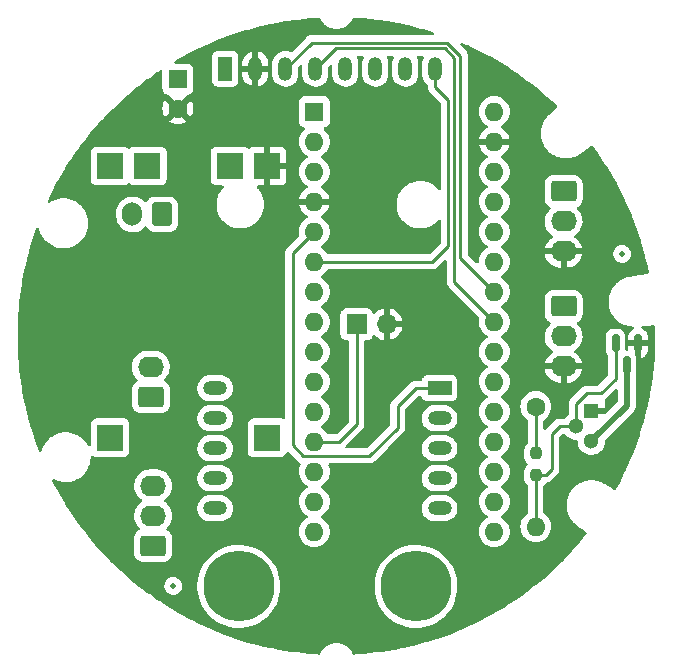
<source format=gbr>
%TF.GenerationSoftware,KiCad,Pcbnew,(5.99.0-10431-gb63c482347)*%
%TF.CreationDate,2021-08-10T09:59:27+02:00*%
%TF.ProjectId,boitarire,626f6974-6172-4697-9265-2e6b69636164,rev?*%
%TF.SameCoordinates,Original*%
%TF.FileFunction,Copper,L2,Bot*%
%TF.FilePolarity,Positive*%
%FSLAX46Y46*%
G04 Gerber Fmt 4.6, Leading zero omitted, Abs format (unit mm)*
G04 Created by KiCad (PCBNEW (5.99.0-10431-gb63c482347)) date 2021-08-10 09:59:27*
%MOMM*%
%LPD*%
G01*
G04 APERTURE LIST*
G04 Aperture macros list*
%AMRoundRect*
0 Rectangle with rounded corners*
0 $1 Rounding radius*
0 $2 $3 $4 $5 $6 $7 $8 $9 X,Y pos of 4 corners*
0 Add a 4 corners polygon primitive as box body*
4,1,4,$2,$3,$4,$5,$6,$7,$8,$9,$2,$3,0*
0 Add four circle primitives for the rounded corners*
1,1,$1+$1,$2,$3*
1,1,$1+$1,$4,$5*
1,1,$1+$1,$6,$7*
1,1,$1+$1,$8,$9*
0 Add four rect primitives between the rounded corners*
20,1,$1+$1,$2,$3,$4,$5,0*
20,1,$1+$1,$4,$5,$6,$7,0*
20,1,$1+$1,$6,$7,$8,$9,0*
20,1,$1+$1,$8,$9,$2,$3,0*%
G04 Aperture macros list end*
%TA.AperFunction,SMDPad,CuDef*%
%ADD10C,0.500000*%
%TD*%
%TA.AperFunction,ComponentPad*%
%ADD11R,2.250000X2.250000*%
%TD*%
%TA.AperFunction,ComponentPad*%
%ADD12R,1.700000X1.700000*%
%TD*%
%TA.AperFunction,ComponentPad*%
%ADD13O,1.700000X1.700000*%
%TD*%
%TA.AperFunction,ComponentPad*%
%ADD14R,1.600000X1.600000*%
%TD*%
%TA.AperFunction,ComponentPad*%
%ADD15O,1.600000X1.600000*%
%TD*%
%TA.AperFunction,ComponentPad*%
%ADD16R,1.200000X2.000000*%
%TD*%
%TA.AperFunction,ComponentPad*%
%ADD17O,1.200000X2.000000*%
%TD*%
%TA.AperFunction,ComponentPad*%
%ADD18RoundRect,0.250000X-0.845000X0.620000X-0.845000X-0.620000X0.845000X-0.620000X0.845000X0.620000X0*%
%TD*%
%TA.AperFunction,ComponentPad*%
%ADD19O,2.190000X1.740000*%
%TD*%
%TA.AperFunction,ComponentPad*%
%ADD20RoundRect,0.250000X0.845000X-0.620000X0.845000X0.620000X-0.845000X0.620000X-0.845000X-0.620000X0*%
%TD*%
%TA.AperFunction,ComponentPad*%
%ADD21RoundRect,0.250000X0.600000X0.750000X-0.600000X0.750000X-0.600000X-0.750000X0.600000X-0.750000X0*%
%TD*%
%TA.AperFunction,ComponentPad*%
%ADD22O,1.700000X2.000000*%
%TD*%
%TA.AperFunction,ComponentPad*%
%ADD23R,1.300000X1.300000*%
%TD*%
%TA.AperFunction,ComponentPad*%
%ADD24C,1.300000*%
%TD*%
%TA.AperFunction,SMDPad,CuDef*%
%ADD25RoundRect,0.237500X-0.237500X0.250000X-0.237500X-0.250000X0.237500X-0.250000X0.237500X0.250000X0*%
%TD*%
%TA.AperFunction,ComponentPad*%
%ADD26C,1.600000*%
%TD*%
%TA.AperFunction,ComponentPad*%
%ADD27R,2.000000X1.200000*%
%TD*%
%TA.AperFunction,ComponentPad*%
%ADD28O,2.000000X1.200000*%
%TD*%
%TA.AperFunction,ComponentPad*%
%ADD29C,6.000000*%
%TD*%
%TA.AperFunction,SMDPad,CuDef*%
%ADD30RoundRect,0.150000X-0.150000X0.587500X-0.150000X-0.587500X0.150000X-0.587500X0.150000X0.587500X0*%
%TD*%
%TA.AperFunction,Conductor*%
%ADD31C,0.250000*%
%TD*%
%TA.AperFunction,Conductor*%
%ADD32C,0.500000*%
%TD*%
G04 APERTURE END LIST*
D10*
%TO.P,REF\u002A\u002A,*%
%TO.N,*%
X150200000Y-89900000D03*
%TD*%
%TO.P,REF\u002A\u002A,*%
%TO.N,*%
X188200000Y-61800000D03*
%TD*%
D11*
%TO.P,U2,1,USB+*%
%TO.N,+5V*%
X144850000Y-77350000D03*
%TO.P,U2,2,GND*%
%TO.N,GNDPWR*%
X158150000Y-77350000D03*
%TO.P,U2,3,BATT+*%
%TO.N,+BATT*%
X148000000Y-54350000D03*
%TO.P,U2,4,BATT-*%
%TO.N,-BATT*%
X155000000Y-54350000D03*
%TO.P,U2,5,OUT+*%
%TO.N,VCC*%
X144850000Y-54350000D03*
%TO.P,U2,6,OUT-*%
%TO.N,GND*%
X158150000Y-54350000D03*
%TD*%
D12*
%TO.P,SW1,1,1*%
%TO.N,/SENSOR_POSITION*%
X165725000Y-67750000D03*
D13*
%TO.P,SW1,2,2*%
%TO.N,GND*%
X168265000Y-67750000D03*
%TD*%
D14*
%TO.P,A1,1,TX1*%
%TO.N,Net-(A1-Pad1)*%
X162140000Y-49750000D03*
D15*
%TO.P,A1,2,RX1*%
%TO.N,Net-(A1-Pad2)*%
X162140000Y-52290000D03*
%TO.P,A1,3,~{RESET}*%
%TO.N,unconnected-(A1-Pad3)*%
X162140000Y-54830000D03*
%TO.P,A1,4,GND*%
%TO.N,GND*%
X162140000Y-57370000D03*
%TO.P,A1,5,D2*%
%TO.N,/BUSY*%
X162140000Y-59910000D03*
%TO.P,A1,6,D3*%
%TO.N,/INT*%
X162140000Y-62450000D03*
%TO.P,A1,7,D4*%
%TO.N,/TX*%
X162140000Y-64990000D03*
%TO.P,A1,8,D5*%
%TO.N,/CAP_SENSOR_2*%
X162140000Y-67530000D03*
%TO.P,A1,9,D6*%
%TO.N,/RX*%
X162140000Y-70070000D03*
%TO.P,A1,10,D7*%
%TO.N,/GND_AUDIO_SW*%
X162140000Y-72610000D03*
%TO.P,A1,11,D8*%
%TO.N,/CAP_SENSOR_1*%
X162140000Y-75150000D03*
%TO.P,A1,12,D9*%
%TO.N,/SENSOR_POSITION*%
X162140000Y-77690000D03*
%TO.P,A1,13,D10*%
%TO.N,unconnected-(A1-Pad13)*%
X162140000Y-80230000D03*
%TO.P,A1,14,MOSI*%
%TO.N,unconnected-(A1-Pad14)*%
X162140000Y-82770000D03*
%TO.P,A1,15,MISO*%
%TO.N,unconnected-(A1-Pad15)*%
X162140000Y-85310000D03*
%TO.P,A1,16,SCK*%
%TO.N,unconnected-(A1-Pad16)*%
X177380000Y-85310000D03*
%TO.P,A1,17,3V3*%
%TO.N,unconnected-(A1-Pad17)*%
X177380000Y-82770000D03*
%TO.P,A1,18,AREF*%
%TO.N,unconnected-(A1-Pad18)*%
X177380000Y-80230000D03*
%TO.P,A1,19,A0*%
%TO.N,unconnected-(A1-Pad19)*%
X177380000Y-77690000D03*
%TO.P,A1,20,A1*%
%TO.N,unconnected-(A1-Pad20)*%
X177380000Y-75150000D03*
%TO.P,A1,21,A2*%
%TO.N,unconnected-(A1-Pad21)*%
X177380000Y-72610000D03*
%TO.P,A1,22,A3*%
%TO.N,unconnected-(A1-Pad22)*%
X177380000Y-70070000D03*
%TO.P,A1,23,SDA/A4*%
%TO.N,/SDA*%
X177380000Y-67530000D03*
%TO.P,A1,24,SCL/A5*%
%TO.N,/SCL*%
X177380000Y-64990000D03*
%TO.P,A1,25,A6*%
%TO.N,unconnected-(A1-Pad25)*%
X177380000Y-62450000D03*
%TO.P,A1,26,A7*%
%TO.N,unconnected-(A1-Pad26)*%
X177380000Y-59910000D03*
%TO.P,A1,27,+5V*%
%TO.N,VCC*%
X177380000Y-57370000D03*
%TO.P,A1,28,~{RESET}*%
%TO.N,unconnected-(A1-Pad28)*%
X177380000Y-54830000D03*
%TO.P,A1,29,GND*%
%TO.N,GND*%
X177380000Y-52290000D03*
%TO.P,A1,30,VIN*%
%TO.N,unconnected-(A1-Pad30)*%
X177380000Y-49750000D03*
%TD*%
D16*
%TO.P,U1,1,VCC*%
%TO.N,VCC*%
X154610000Y-46125000D03*
D17*
%TO.P,U1,2,GND*%
%TO.N,GND*%
X157150000Y-46125000D03*
%TO.P,U1,3,SCL*%
%TO.N,/SCL*%
X159690000Y-46125000D03*
%TO.P,U1,4,SDA*%
%TO.N,/SDA*%
X162230000Y-46125000D03*
%TO.P,U1,5,XDA*%
%TO.N,unconnected-(U1-Pad5)*%
X164770000Y-46125000D03*
%TO.P,U1,6,XCL*%
%TO.N,unconnected-(U1-Pad6)*%
X167310000Y-46125000D03*
%TO.P,U1,7,AD0*%
%TO.N,unconnected-(U1-Pad7)*%
X169850000Y-46125000D03*
%TO.P,U1,8,INT*%
%TO.N,/INT*%
X172390000Y-46125000D03*
%TD*%
D18*
%TO.P,J4,1,Pin_1*%
%TO.N,VCC*%
X183250000Y-66250000D03*
D19*
%TO.P,J4,2,Pin_2*%
%TO.N,/CAP_SENSOR_1*%
X183250000Y-68790000D03*
%TO.P,J4,3,Pin_3*%
%TO.N,GND*%
X183250000Y-71330000D03*
%TD*%
D20*
%TO.P,J3,1,Pin_1*%
%TO.N,+5V*%
X148300000Y-73900000D03*
D19*
%TO.P,J3,2,Pin_2*%
%TO.N,GNDPWR*%
X148300000Y-71360000D03*
%TD*%
D21*
%TO.P,J1,1,Pin_1*%
%TO.N,-BATT*%
X149250000Y-58450000D03*
D22*
%TO.P,J1,2,Pin_2*%
%TO.N,+BATT*%
X146750000Y-58450000D03*
%TD*%
D20*
%TO.P,J2,1,Pin_1*%
%TO.N,unconnected-(J2-Pad1)*%
X148500000Y-86500000D03*
D19*
%TO.P,J2,2,Pin_2*%
%TO.N,/SP-*%
X148500000Y-83960000D03*
%TO.P,J2,3,Pin_3*%
%TO.N,/SP+*%
X148500000Y-81420000D03*
%TD*%
D23*
%TO.P,Q2,1,S*%
%TO.N,GND*%
X185600000Y-75100000D03*
D24*
%TO.P,Q2,2,G*%
%TO.N,Net-(Q1-Pad1)*%
X184330000Y-76370000D03*
%TO.P,Q2,3,D*%
%TO.N,/GND_AUDIO*%
X185600000Y-77640000D03*
%TD*%
D25*
%TO.P,R1,1*%
%TO.N,/GND_AUDIO_SW*%
X180900000Y-78687500D03*
%TO.P,R1,2*%
%TO.N,Net-(Q1-Pad1)*%
X180900000Y-80512500D03*
%TD*%
D18*
%TO.P,J5,1,Pin_1*%
%TO.N,VCC*%
X183250000Y-56500000D03*
D19*
%TO.P,J5,2,Pin_2*%
%TO.N,/CAP_SENSOR_2*%
X183250000Y-59040000D03*
%TO.P,J5,3,Pin_3*%
%TO.N,GND*%
X183250000Y-61580000D03*
%TD*%
D14*
%TO.P,C1,1*%
%TO.N,VCC*%
X150600000Y-47000000D03*
D26*
%TO.P,C1,2*%
%TO.N,GND*%
X150600000Y-49500000D03*
%TD*%
D27*
%TO.P,U3,1,BUSY*%
%TO.N,/BUSY*%
X172750000Y-73170000D03*
D28*
%TO.P,U3,2,TX*%
%TO.N,/TX*%
X172750000Y-75710000D03*
%TO.P,U3,3,RX*%
%TO.N,/RX*%
X172750000Y-78250000D03*
%TO.P,U3,4,GND*%
%TO.N,/GND_AUDIO*%
X172750000Y-80790000D03*
%TO.P,U3,5,VCC*%
%TO.N,VCC*%
X172750000Y-83330000D03*
%TO.P,U3,6,SP+*%
%TO.N,/SP-*%
X153750000Y-83330000D03*
%TO.P,U3,7,SP-*%
%TO.N,/SP+*%
X153750000Y-80790000D03*
%TO.P,U3,8,DACL*%
%TO.N,unconnected-(U3-Pad8)*%
X153750000Y-78250000D03*
%TO.P,U3,9,DACR*%
%TO.N,unconnected-(U3-Pad9)*%
X153750000Y-75710000D03*
%TO.P,U3,10,ONE*%
%TO.N,unconnected-(U3-Pad10)*%
X153750000Y-73170000D03*
D29*
%TO.P,U3,S1,Screw_term_1*%
%TO.N,unconnected-(U3-PadS1)*%
X170750000Y-89950000D03*
%TO.P,U3,S2,Screw_term_2*%
%TO.N,unconnected-(U3-PadS2)*%
X155750000Y-89950000D03*
%TD*%
D26*
%TO.P,R2,1*%
%TO.N,/GND_AUDIO_SW*%
X180900000Y-74720000D03*
D15*
%TO.P,R2,2*%
%TO.N,Net-(Q1-Pad1)*%
X180900000Y-84880000D03*
%TD*%
D30*
%TO.P,Q1,1,G*%
%TO.N,Net-(Q1-Pad1)*%
X187650000Y-69362500D03*
%TO.P,Q1,2,S*%
%TO.N,GND*%
X189550000Y-69362500D03*
%TO.P,Q1,3,D*%
%TO.N,/GND_AUDIO*%
X188600000Y-71237500D03*
%TD*%
D31*
%TO.N,/BUSY*%
X170730000Y-73170000D02*
X172750000Y-73170000D01*
X161200000Y-78900000D02*
X166800000Y-78900000D01*
X169200000Y-76500000D02*
X169200000Y-74700000D01*
X166800000Y-78900000D02*
X169200000Y-76500000D01*
X169200000Y-74700000D02*
X170730000Y-73170000D01*
X162140000Y-59910000D02*
X160300000Y-61750000D01*
X160300000Y-61750000D02*
X160300000Y-78000000D01*
X160300000Y-78000000D02*
X161200000Y-78900000D01*
%TO.N,/INT*%
X173500000Y-61100000D02*
X172150000Y-62450000D01*
X173500000Y-48800000D02*
X173500000Y-61100000D01*
X172390000Y-47690000D02*
X173500000Y-48800000D01*
X172390000Y-46125000D02*
X172390000Y-47690000D01*
X172150000Y-62450000D02*
X162140000Y-62450000D01*
%TO.N,/SDA*%
X177380000Y-67530000D02*
X174000000Y-64150000D01*
X174000000Y-64150000D02*
X174000000Y-45200000D01*
X174000000Y-45200000D02*
X173200000Y-44400000D01*
X163955000Y-44400000D02*
X162230000Y-46125000D01*
X173200000Y-44400000D02*
X163955000Y-44400000D01*
%TO.N,/SCL*%
X174500000Y-45000000D02*
X173400000Y-43900000D01*
X173400000Y-43900000D02*
X161915000Y-43900000D01*
X177380000Y-64990000D02*
X174500000Y-62110000D01*
X161915000Y-43900000D02*
X159690000Y-46125000D01*
X174500000Y-62110000D02*
X174500000Y-45000000D01*
%TO.N,/GND_AUDIO_SW*%
X180900000Y-74720000D02*
X180900000Y-78687500D01*
%TO.N,/SENSOR_POSITION*%
X165725000Y-67750000D02*
X165725000Y-76225000D01*
X165725000Y-76225000D02*
X164260000Y-77690000D01*
X164260000Y-77690000D02*
X162140000Y-77690000D01*
D32*
%TO.N,/GND_AUDIO*%
X185600000Y-77640000D02*
X188600000Y-74640000D01*
X188600000Y-74640000D02*
X188600000Y-71237500D01*
D31*
%TO.N,Net-(Q1-Pad1)*%
X184330000Y-74485880D02*
X185215880Y-73600000D01*
X186400000Y-73600000D02*
X187650000Y-72350000D01*
X185215880Y-73600000D02*
X186400000Y-73600000D01*
X182930000Y-76370000D02*
X182250000Y-77050000D01*
X184330000Y-76370000D02*
X182930000Y-76370000D01*
X180900000Y-82500000D02*
X180900000Y-84880000D01*
X184330000Y-76370000D02*
X184330000Y-74485880D01*
X180900000Y-80512500D02*
X180900000Y-82500000D01*
X182250000Y-80050000D02*
X181787500Y-80512500D01*
X182250000Y-77050000D02*
X182250000Y-80050000D01*
X187650000Y-72350000D02*
X187650000Y-69362500D01*
X181787500Y-80512500D02*
X180900000Y-80512500D01*
%TD*%
%TA.AperFunction,Conductor*%
%TO.N,GND*%
G36*
X165626015Y-41789406D02*
G01*
X165628352Y-41789557D01*
X166396816Y-41846386D01*
X166399084Y-41846576D01*
X166597010Y-41864945D01*
X166634379Y-41868413D01*
X166636726Y-41868653D01*
X167074239Y-41917536D01*
X167386817Y-41952460D01*
X167402372Y-41954198D01*
X167404711Y-41954482D01*
X167639242Y-41985142D01*
X167641400Y-41985445D01*
X168287938Y-42082314D01*
X168403333Y-42099604D01*
X168405663Y-42099975D01*
X168478835Y-42112343D01*
X168638718Y-42139368D01*
X168641021Y-42139779D01*
X169398206Y-42282397D01*
X169400434Y-42282839D01*
X169631881Y-42330937D01*
X169634103Y-42331420D01*
X170385436Y-42502294D01*
X170387654Y-42502821D01*
X170482539Y-42526277D01*
X170617168Y-42559559D01*
X170619452Y-42560147D01*
X171200477Y-42715381D01*
X171363746Y-42759002D01*
X171365986Y-42759622D01*
X171439720Y-42780809D01*
X171593123Y-42824888D01*
X171595384Y-42825561D01*
X171906583Y-42921324D01*
X172227485Y-43020073D01*
X172286710Y-43059225D01*
X172315366Y-43124182D01*
X172304354Y-43194320D01*
X172257172Y-43247370D01*
X172190427Y-43266500D01*
X161993383Y-43266500D01*
X161982479Y-43265986D01*
X161975088Y-43264334D01*
X161967162Y-43264583D01*
X161967161Y-43264583D01*
X161908134Y-43266438D01*
X161904176Y-43266500D01*
X161875422Y-43266500D01*
X161871155Y-43267039D01*
X161859313Y-43267972D01*
X161827665Y-43268967D01*
X161823040Y-43269112D01*
X161815117Y-43269361D01*
X161795667Y-43275012D01*
X161776305Y-43279022D01*
X161756212Y-43281560D01*
X161722349Y-43294967D01*
X161715108Y-43297834D01*
X161703878Y-43301679D01*
X161669034Y-43311802D01*
X161669032Y-43311803D01*
X161661421Y-43314014D01*
X161646067Y-43323094D01*
X161643989Y-43324323D01*
X161626236Y-43333020D01*
X161607400Y-43340478D01*
X161600985Y-43345139D01*
X161571626Y-43366469D01*
X161561707Y-43372984D01*
X161528758Y-43392471D01*
X161528755Y-43392473D01*
X161523659Y-43395487D01*
X161523241Y-43395855D01*
X161509158Y-43409938D01*
X161494133Y-43422772D01*
X161477917Y-43434554D01*
X161463915Y-43451480D01*
X161449971Y-43468335D01*
X161441981Y-43477115D01*
X160248704Y-44670392D01*
X160186392Y-44704418D01*
X160118279Y-44700325D01*
X159953719Y-44643180D01*
X159811845Y-44622609D01*
X159750334Y-44613690D01*
X159750331Y-44613690D01*
X159744394Y-44612829D01*
X159533106Y-44622609D01*
X159432476Y-44646861D01*
X159333313Y-44670759D01*
X159333311Y-44670760D01*
X159327480Y-44672165D01*
X159322022Y-44674647D01*
X159322018Y-44674648D01*
X159221278Y-44720452D01*
X159134934Y-44759710D01*
X158962416Y-44882086D01*
X158958267Y-44886420D01*
X158958266Y-44886421D01*
X158820302Y-45030540D01*
X158820298Y-45030545D01*
X158816152Y-45034876D01*
X158812900Y-45039912D01*
X158812898Y-45039915D01*
X158724105Y-45177432D01*
X158701418Y-45212568D01*
X158622354Y-45408749D01*
X158621206Y-45414630D01*
X158621204Y-45414635D01*
X158600547Y-45520416D01*
X158581814Y-45616341D01*
X158581500Y-45622762D01*
X158581500Y-46577406D01*
X158596589Y-46735558D01*
X158598277Y-46741312D01*
X158611986Y-46788040D01*
X158656131Y-46938518D01*
X158658877Y-46943850D01*
X158658878Y-46943852D01*
X158750093Y-47120956D01*
X158752978Y-47126558D01*
X158883635Y-47292891D01*
X158888165Y-47296822D01*
X158888166Y-47296823D01*
X159038856Y-47427587D01*
X159038861Y-47427591D01*
X159043387Y-47431518D01*
X159226471Y-47537434D01*
X159232147Y-47539405D01*
X159420607Y-47604850D01*
X159420610Y-47604851D01*
X159426281Y-47606820D01*
X159541161Y-47623477D01*
X159629666Y-47636310D01*
X159629669Y-47636310D01*
X159635606Y-47637171D01*
X159846894Y-47627391D01*
X160003819Y-47589572D01*
X160046687Y-47579241D01*
X160046689Y-47579240D01*
X160052520Y-47577835D01*
X160057978Y-47575353D01*
X160057982Y-47575352D01*
X160222863Y-47500385D01*
X160245066Y-47490290D01*
X160417584Y-47367914D01*
X160489403Y-47292891D01*
X160559698Y-47219460D01*
X160559702Y-47219455D01*
X160563848Y-47215124D01*
X160567300Y-47209779D01*
X160675330Y-47042469D01*
X160675331Y-47042466D01*
X160678582Y-47037432D01*
X160757646Y-46841251D01*
X160758794Y-46835370D01*
X160758796Y-46835365D01*
X160781752Y-46717812D01*
X160798186Y-46633659D01*
X160798500Y-46627238D01*
X160798500Y-45964594D01*
X160818502Y-45896473D01*
X160835405Y-45875499D01*
X160906405Y-45804499D01*
X160968717Y-45770473D01*
X161039532Y-45775538D01*
X161096368Y-45818085D01*
X161121179Y-45884605D01*
X161121500Y-45893594D01*
X161121500Y-46577406D01*
X161136589Y-46735558D01*
X161138277Y-46741312D01*
X161151986Y-46788040D01*
X161196131Y-46938518D01*
X161198877Y-46943850D01*
X161198878Y-46943852D01*
X161290093Y-47120956D01*
X161292978Y-47126558D01*
X161423635Y-47292891D01*
X161428165Y-47296822D01*
X161428166Y-47296823D01*
X161578856Y-47427587D01*
X161578861Y-47427591D01*
X161583387Y-47431518D01*
X161766471Y-47537434D01*
X161772147Y-47539405D01*
X161960607Y-47604850D01*
X161960610Y-47604851D01*
X161966281Y-47606820D01*
X162081161Y-47623477D01*
X162169666Y-47636310D01*
X162169669Y-47636310D01*
X162175606Y-47637171D01*
X162386894Y-47627391D01*
X162543819Y-47589572D01*
X162586687Y-47579241D01*
X162586689Y-47579240D01*
X162592520Y-47577835D01*
X162597978Y-47575353D01*
X162597982Y-47575352D01*
X162762863Y-47500385D01*
X162785066Y-47490290D01*
X162957584Y-47367914D01*
X163029403Y-47292891D01*
X163099698Y-47219460D01*
X163099702Y-47219455D01*
X163103848Y-47215124D01*
X163107300Y-47209779D01*
X163215330Y-47042469D01*
X163215331Y-47042466D01*
X163218582Y-47037432D01*
X163297646Y-46841251D01*
X163298794Y-46835370D01*
X163298796Y-46835365D01*
X163321752Y-46717812D01*
X163338186Y-46633659D01*
X163338500Y-46627238D01*
X163338500Y-45964594D01*
X163358502Y-45896473D01*
X163375405Y-45875499D01*
X163446405Y-45804499D01*
X163508717Y-45770473D01*
X163579532Y-45775538D01*
X163636368Y-45818085D01*
X163661179Y-45884605D01*
X163661500Y-45893594D01*
X163661500Y-46577406D01*
X163676589Y-46735558D01*
X163678277Y-46741312D01*
X163691986Y-46788040D01*
X163736131Y-46938518D01*
X163738877Y-46943850D01*
X163738878Y-46943852D01*
X163830093Y-47120956D01*
X163832978Y-47126558D01*
X163963635Y-47292891D01*
X163968165Y-47296822D01*
X163968166Y-47296823D01*
X164118856Y-47427587D01*
X164118861Y-47427591D01*
X164123387Y-47431518D01*
X164306471Y-47537434D01*
X164312147Y-47539405D01*
X164500607Y-47604850D01*
X164500610Y-47604851D01*
X164506281Y-47606820D01*
X164621161Y-47623477D01*
X164709666Y-47636310D01*
X164709669Y-47636310D01*
X164715606Y-47637171D01*
X164926894Y-47627391D01*
X165083819Y-47589572D01*
X165126687Y-47579241D01*
X165126689Y-47579240D01*
X165132520Y-47577835D01*
X165137978Y-47575353D01*
X165137982Y-47575352D01*
X165302863Y-47500385D01*
X165325066Y-47490290D01*
X165497584Y-47367914D01*
X165569403Y-47292891D01*
X165639698Y-47219460D01*
X165639702Y-47219455D01*
X165643848Y-47215124D01*
X165647300Y-47209779D01*
X165755330Y-47042469D01*
X165755331Y-47042466D01*
X165758582Y-47037432D01*
X165837646Y-46841251D01*
X165838794Y-46835370D01*
X165838796Y-46835365D01*
X165861752Y-46717812D01*
X165878186Y-46633659D01*
X165878500Y-46627238D01*
X165878500Y-45672594D01*
X165863411Y-45514442D01*
X165861723Y-45508688D01*
X165805557Y-45317235D01*
X165805556Y-45317233D01*
X165803869Y-45311482D01*
X165755305Y-45217190D01*
X165741897Y-45147474D01*
X165768310Y-45081573D01*
X165826158Y-45040414D01*
X165867322Y-45033500D01*
X166207646Y-45033500D01*
X166275767Y-45053502D01*
X166322260Y-45107158D01*
X166332364Y-45177432D01*
X166321127Y-45212451D01*
X166321418Y-45212568D01*
X166242354Y-45408749D01*
X166241206Y-45414630D01*
X166241204Y-45414635D01*
X166220547Y-45520416D01*
X166201814Y-45616341D01*
X166201500Y-45622762D01*
X166201500Y-46577406D01*
X166216589Y-46735558D01*
X166218277Y-46741312D01*
X166231986Y-46788040D01*
X166276131Y-46938518D01*
X166278877Y-46943850D01*
X166278878Y-46943852D01*
X166370093Y-47120956D01*
X166372978Y-47126558D01*
X166503635Y-47292891D01*
X166508165Y-47296822D01*
X166508166Y-47296823D01*
X166658856Y-47427587D01*
X166658861Y-47427591D01*
X166663387Y-47431518D01*
X166846471Y-47537434D01*
X166852147Y-47539405D01*
X167040607Y-47604850D01*
X167040610Y-47604851D01*
X167046281Y-47606820D01*
X167161161Y-47623477D01*
X167249666Y-47636310D01*
X167249669Y-47636310D01*
X167255606Y-47637171D01*
X167466894Y-47627391D01*
X167623819Y-47589572D01*
X167666687Y-47579241D01*
X167666689Y-47579240D01*
X167672520Y-47577835D01*
X167677978Y-47575353D01*
X167677982Y-47575352D01*
X167842863Y-47500385D01*
X167865066Y-47490290D01*
X168037584Y-47367914D01*
X168109403Y-47292891D01*
X168179698Y-47219460D01*
X168179702Y-47219455D01*
X168183848Y-47215124D01*
X168187300Y-47209779D01*
X168295330Y-47042469D01*
X168295331Y-47042466D01*
X168298582Y-47037432D01*
X168377646Y-46841251D01*
X168378794Y-46835370D01*
X168378796Y-46835365D01*
X168401752Y-46717812D01*
X168418186Y-46633659D01*
X168418500Y-46627238D01*
X168418500Y-45672594D01*
X168403411Y-45514442D01*
X168401723Y-45508688D01*
X168345557Y-45317235D01*
X168345556Y-45317233D01*
X168343869Y-45311482D01*
X168295305Y-45217190D01*
X168281897Y-45147474D01*
X168308310Y-45081573D01*
X168366158Y-45040414D01*
X168407322Y-45033500D01*
X168747646Y-45033500D01*
X168815767Y-45053502D01*
X168862260Y-45107158D01*
X168872364Y-45177432D01*
X168861127Y-45212451D01*
X168861418Y-45212568D01*
X168782354Y-45408749D01*
X168781206Y-45414630D01*
X168781204Y-45414635D01*
X168760547Y-45520416D01*
X168741814Y-45616341D01*
X168741500Y-45622762D01*
X168741500Y-46577406D01*
X168756589Y-46735558D01*
X168758277Y-46741312D01*
X168771986Y-46788040D01*
X168816131Y-46938518D01*
X168818877Y-46943850D01*
X168818878Y-46943852D01*
X168910093Y-47120956D01*
X168912978Y-47126558D01*
X169043635Y-47292891D01*
X169048165Y-47296822D01*
X169048166Y-47296823D01*
X169198856Y-47427587D01*
X169198861Y-47427591D01*
X169203387Y-47431518D01*
X169386471Y-47537434D01*
X169392147Y-47539405D01*
X169580607Y-47604850D01*
X169580610Y-47604851D01*
X169586281Y-47606820D01*
X169701161Y-47623477D01*
X169789666Y-47636310D01*
X169789669Y-47636310D01*
X169795606Y-47637171D01*
X170006894Y-47627391D01*
X170163819Y-47589572D01*
X170206687Y-47579241D01*
X170206689Y-47579240D01*
X170212520Y-47577835D01*
X170217978Y-47575353D01*
X170217982Y-47575352D01*
X170382863Y-47500385D01*
X170405066Y-47490290D01*
X170577584Y-47367914D01*
X170649403Y-47292891D01*
X170719698Y-47219460D01*
X170719702Y-47219455D01*
X170723848Y-47215124D01*
X170727300Y-47209779D01*
X170835330Y-47042469D01*
X170835331Y-47042466D01*
X170838582Y-47037432D01*
X170917646Y-46841251D01*
X170918794Y-46835370D01*
X170918796Y-46835365D01*
X170941752Y-46717812D01*
X170958186Y-46633659D01*
X170958500Y-46627238D01*
X170958500Y-45672594D01*
X170943411Y-45514442D01*
X170941723Y-45508688D01*
X170885557Y-45317235D01*
X170885556Y-45317233D01*
X170883869Y-45311482D01*
X170835305Y-45217190D01*
X170821897Y-45147474D01*
X170848310Y-45081573D01*
X170906158Y-45040414D01*
X170947322Y-45033500D01*
X171287646Y-45033500D01*
X171355767Y-45053502D01*
X171402260Y-45107158D01*
X171412364Y-45177432D01*
X171401127Y-45212451D01*
X171401418Y-45212568D01*
X171322354Y-45408749D01*
X171321206Y-45414630D01*
X171321204Y-45414635D01*
X171300547Y-45520416D01*
X171281814Y-45616341D01*
X171281500Y-45622762D01*
X171281500Y-46577406D01*
X171296589Y-46735558D01*
X171298277Y-46741312D01*
X171311986Y-46788040D01*
X171356131Y-46938518D01*
X171358877Y-46943850D01*
X171358878Y-46943852D01*
X171450093Y-47120956D01*
X171452978Y-47126558D01*
X171583635Y-47292891D01*
X171588165Y-47296822D01*
X171588166Y-47296823D01*
X171713081Y-47405220D01*
X171751422Y-47464974D01*
X171756500Y-47500385D01*
X171756500Y-47611616D01*
X171755986Y-47622520D01*
X171754334Y-47629911D01*
X171754583Y-47637837D01*
X171754583Y-47637838D01*
X171756438Y-47696866D01*
X171756500Y-47700823D01*
X171756500Y-47729578D01*
X171756996Y-47733503D01*
X171756996Y-47733504D01*
X171757039Y-47733843D01*
X171757972Y-47745687D01*
X171759361Y-47789883D01*
X171762954Y-47802250D01*
X171765012Y-47809333D01*
X171769022Y-47828695D01*
X171771560Y-47848788D01*
X171774476Y-47856153D01*
X171774477Y-47856157D01*
X171787837Y-47889901D01*
X171791681Y-47901128D01*
X171804014Y-47943578D01*
X171808052Y-47950406D01*
X171814323Y-47961011D01*
X171823019Y-47978762D01*
X171827558Y-47990226D01*
X171830478Y-47997600D01*
X171835139Y-48004015D01*
X171856465Y-48033367D01*
X171862983Y-48043290D01*
X171885486Y-48081341D01*
X171885855Y-48081759D01*
X171899938Y-48095842D01*
X171912772Y-48110867D01*
X171924554Y-48127083D01*
X171958335Y-48155029D01*
X171967115Y-48163019D01*
X172829595Y-49025499D01*
X172863621Y-49087811D01*
X172866500Y-49114594D01*
X172866500Y-56230207D01*
X172846498Y-56298328D01*
X172792842Y-56344821D01*
X172722568Y-56354925D01*
X172657988Y-56325431D01*
X172649863Y-56317734D01*
X172570998Y-56236066D01*
X172558725Y-56223357D01*
X172470348Y-56131840D01*
X172470344Y-56131837D01*
X172467294Y-56128678D01*
X172463830Y-56125972D01*
X172463826Y-56125968D01*
X172249401Y-55958441D01*
X172249402Y-55958441D01*
X172245935Y-55955733D01*
X172072999Y-55855888D01*
X172006480Y-55817483D01*
X172006475Y-55817480D01*
X172002660Y-55815278D01*
X171998576Y-55813628D01*
X171998570Y-55813625D01*
X171804865Y-55735364D01*
X171742206Y-55710048D01*
X171691787Y-55697477D01*
X171473912Y-55643155D01*
X171473914Y-55643155D01*
X171469641Y-55642090D01*
X171465273Y-55641631D01*
X171465268Y-55641630D01*
X171194639Y-55613186D01*
X171194636Y-55613186D01*
X171190270Y-55612727D01*
X171185882Y-55612880D01*
X171185876Y-55612880D01*
X170913929Y-55622376D01*
X170913922Y-55622377D01*
X170909532Y-55622530D01*
X170905208Y-55623293D01*
X170905203Y-55623293D01*
X170792563Y-55643155D01*
X170632890Y-55671310D01*
X170365730Y-55758115D01*
X170361777Y-55760043D01*
X170361772Y-55760045D01*
X170256744Y-55811271D01*
X170113250Y-55881258D01*
X170109611Y-55883713D01*
X170109605Y-55883716D01*
X169981907Y-55969850D01*
X169880366Y-56038340D01*
X169671609Y-56226305D01*
X169668780Y-56229677D01*
X169493872Y-56438123D01*
X169493868Y-56438128D01*
X169491044Y-56441494D01*
X169342185Y-56679719D01*
X169227929Y-56936342D01*
X169226717Y-56940569D01*
X169151810Y-57201803D01*
X169150500Y-57206370D01*
X169149889Y-57210720D01*
X169149888Y-57210723D01*
X169143637Y-57255204D01*
X169111405Y-57484545D01*
X169111405Y-57765455D01*
X169126582Y-57873447D01*
X169148128Y-58026750D01*
X169150500Y-58043630D01*
X169151712Y-58047856D01*
X169151712Y-58047857D01*
X169169234Y-58108963D01*
X169227929Y-58313658D01*
X169229715Y-58317670D01*
X169229716Y-58317672D01*
X169248841Y-58360628D01*
X169342185Y-58570281D01*
X169491044Y-58808506D01*
X169493868Y-58811872D01*
X169493872Y-58811877D01*
X169565433Y-58897159D01*
X169671609Y-59023695D01*
X169880366Y-59211660D01*
X169949419Y-59258237D01*
X170109605Y-59366284D01*
X170109611Y-59366287D01*
X170113250Y-59368742D01*
X170243657Y-59432346D01*
X170361772Y-59489955D01*
X170361777Y-59489957D01*
X170365730Y-59491885D01*
X170632890Y-59578690D01*
X170758224Y-59600790D01*
X170905203Y-59626707D01*
X170905208Y-59626707D01*
X170909532Y-59627470D01*
X170913922Y-59627623D01*
X170913929Y-59627624D01*
X171185876Y-59637120D01*
X171185882Y-59637120D01*
X171190270Y-59637273D01*
X171194636Y-59636814D01*
X171194639Y-59636814D01*
X171465268Y-59608370D01*
X171465273Y-59608369D01*
X171469641Y-59607910D01*
X171640681Y-59565265D01*
X171737935Y-59541017D01*
X171737937Y-59541016D01*
X171742206Y-59539952D01*
X171857808Y-59493246D01*
X171998570Y-59436375D01*
X171998576Y-59436372D01*
X172002660Y-59434722D01*
X172006475Y-59432520D01*
X172006480Y-59432517D01*
X172121198Y-59366284D01*
X172245935Y-59294267D01*
X172298473Y-59253220D01*
X172463826Y-59124032D01*
X172463830Y-59124028D01*
X172467294Y-59121322D01*
X172477788Y-59110456D01*
X172576137Y-59008612D01*
X172649864Y-58932265D01*
X172711572Y-58897159D01*
X172782465Y-58900987D01*
X172840035Y-58942535D01*
X172866003Y-59008612D01*
X172866500Y-59019793D01*
X172866500Y-60785406D01*
X172846498Y-60853527D01*
X172829595Y-60874501D01*
X171924501Y-61779595D01*
X171862189Y-61813621D01*
X171835406Y-61816500D01*
X163359395Y-61816500D01*
X163291274Y-61796498D01*
X163256182Y-61762770D01*
X163149362Y-61610214D01*
X163149357Y-61610208D01*
X163146199Y-61605698D01*
X162984302Y-61443801D01*
X162979794Y-61440644D01*
X162979791Y-61440642D01*
X162801259Y-61315633D01*
X162801257Y-61315632D01*
X162796750Y-61312476D01*
X162791768Y-61310153D01*
X162791763Y-61310150D01*
X162757546Y-61294195D01*
X162704261Y-61247278D01*
X162684800Y-61179001D01*
X162705342Y-61111041D01*
X162757546Y-61065805D01*
X162759734Y-61064785D01*
X162777630Y-61056440D01*
X162791763Y-61049850D01*
X162791768Y-61049847D01*
X162796750Y-61047524D01*
X162801259Y-61044367D01*
X162979791Y-60919358D01*
X162979794Y-60919356D01*
X162984302Y-60916199D01*
X163146199Y-60754302D01*
X163164480Y-60728195D01*
X163274367Y-60571259D01*
X163274368Y-60571257D01*
X163277524Y-60566750D01*
X163279847Y-60561768D01*
X163279850Y-60561763D01*
X163371963Y-60364225D01*
X163371964Y-60364224D01*
X163374286Y-60359243D01*
X163382470Y-60328702D01*
X163432121Y-60143402D01*
X163432121Y-60143400D01*
X163433545Y-60138087D01*
X163453500Y-59910000D01*
X163433545Y-59681913D01*
X163418957Y-59627470D01*
X163375709Y-59466067D01*
X163375708Y-59466065D01*
X163374286Y-59460757D01*
X163365784Y-59442525D01*
X163279850Y-59258237D01*
X163279847Y-59258232D01*
X163277524Y-59253250D01*
X163251486Y-59216064D01*
X163149358Y-59070209D01*
X163149356Y-59070206D01*
X163146199Y-59065698D01*
X162984302Y-58903801D01*
X162979794Y-58900644D01*
X162979791Y-58900642D01*
X162801259Y-58775633D01*
X162801257Y-58775632D01*
X162796750Y-58772476D01*
X162771166Y-58760546D01*
X162756957Y-58753920D01*
X162703672Y-58707002D01*
X162684211Y-58638725D01*
X162704753Y-58570765D01*
X162756958Y-58525530D01*
X162791509Y-58509419D01*
X162801009Y-58503934D01*
X162979469Y-58378975D01*
X162987877Y-58371919D01*
X163141919Y-58217877D01*
X163148975Y-58209469D01*
X163273934Y-58031009D01*
X163279417Y-58021513D01*
X163371491Y-57824057D01*
X163375239Y-57813761D01*
X163421398Y-57641497D01*
X163421062Y-57627401D01*
X163413120Y-57624000D01*
X160872029Y-57624000D01*
X160858498Y-57627973D01*
X160857269Y-57636522D01*
X160904761Y-57813761D01*
X160908509Y-57824057D01*
X161000583Y-58021513D01*
X161006066Y-58031009D01*
X161131025Y-58209469D01*
X161138081Y-58217877D01*
X161292123Y-58371919D01*
X161300531Y-58378975D01*
X161478991Y-58503934D01*
X161488491Y-58509419D01*
X161523042Y-58525530D01*
X161576328Y-58572447D01*
X161595789Y-58640724D01*
X161575247Y-58708684D01*
X161523043Y-58753920D01*
X161508834Y-58760546D01*
X161483250Y-58772476D01*
X161478743Y-58775632D01*
X161478741Y-58775633D01*
X161300209Y-58900642D01*
X161300206Y-58900644D01*
X161295698Y-58903801D01*
X161133801Y-59065698D01*
X161130644Y-59070206D01*
X161130642Y-59070209D01*
X161028514Y-59216064D01*
X161002476Y-59253250D01*
X161000153Y-59258232D01*
X161000150Y-59258237D01*
X160914216Y-59442525D01*
X160905714Y-59460757D01*
X160904292Y-59466065D01*
X160904291Y-59466067D01*
X160861043Y-59627470D01*
X160846455Y-59681913D01*
X160826500Y-59910000D01*
X160846455Y-60138087D01*
X160847879Y-60143400D01*
X160847879Y-60143402D01*
X160863458Y-60201544D01*
X160861768Y-60272521D01*
X160830846Y-60323250D01*
X159907487Y-61246609D01*
X159899399Y-61253969D01*
X159893005Y-61258027D01*
X159887580Y-61263804D01*
X159847131Y-61306878D01*
X159844376Y-61309720D01*
X159824062Y-61330034D01*
X159821417Y-61333445D01*
X159813713Y-61342465D01*
X159783443Y-61374699D01*
X159779626Y-61381643D01*
X159779624Y-61381645D01*
X159773682Y-61392453D01*
X159762828Y-61408977D01*
X159750417Y-61424977D01*
X159747270Y-61432248D01*
X159747270Y-61432249D01*
X159732859Y-61465551D01*
X159727638Y-61476207D01*
X159706338Y-61514952D01*
X159704366Y-61522635D01*
X159704365Y-61522636D01*
X159701301Y-61534568D01*
X159694897Y-61553272D01*
X159690001Y-61564585D01*
X159689999Y-61564592D01*
X159686852Y-61571864D01*
X159685613Y-61579688D01*
X159685612Y-61579691D01*
X159679935Y-61615535D01*
X159677528Y-61627156D01*
X159668013Y-61664218D01*
X159666535Y-61669975D01*
X159666500Y-61670531D01*
X159666500Y-61690452D01*
X159664949Y-61710162D01*
X159661816Y-61729944D01*
X159662562Y-61737836D01*
X159665941Y-61773582D01*
X159666500Y-61785440D01*
X159666500Y-75648964D01*
X159646498Y-75717085D01*
X159592842Y-75763578D01*
X159522568Y-75773682D01*
X159488157Y-75763577D01*
X159427867Y-75736043D01*
X159427864Y-75736042D01*
X159419670Y-75732300D01*
X159410755Y-75731018D01*
X159410754Y-75731018D01*
X159279448Y-75712139D01*
X159279441Y-75712138D01*
X159275000Y-75711500D01*
X157025000Y-75711500D01*
X156951921Y-75716727D01*
X156885220Y-75736312D01*
X156820330Y-75755365D01*
X156820328Y-75755366D01*
X156811684Y-75757904D01*
X156796233Y-75767834D01*
X156696309Y-75832051D01*
X156696306Y-75832053D01*
X156688729Y-75836923D01*
X156682828Y-75843733D01*
X156598918Y-75940569D01*
X156598916Y-75940572D01*
X156593016Y-75947381D01*
X156589272Y-75955579D01*
X156538531Y-76066687D01*
X156532300Y-76080330D01*
X156531018Y-76089245D01*
X156531018Y-76089246D01*
X156512139Y-76220552D01*
X156512138Y-76220559D01*
X156511500Y-76225000D01*
X156511500Y-78475000D01*
X156516727Y-78548079D01*
X156537252Y-78617982D01*
X156550995Y-78664785D01*
X156557904Y-78688316D01*
X156565471Y-78700090D01*
X156632051Y-78803691D01*
X156632053Y-78803694D01*
X156636923Y-78811271D01*
X156643733Y-78817172D01*
X156740569Y-78901082D01*
X156740572Y-78901084D01*
X156747381Y-78906984D01*
X156880330Y-78967700D01*
X156889245Y-78968982D01*
X156889246Y-78968982D01*
X157020552Y-78987861D01*
X157020559Y-78987862D01*
X157025000Y-78988500D01*
X159275000Y-78988500D01*
X159348079Y-78983273D01*
X159427340Y-78960000D01*
X159479670Y-78944635D01*
X159479672Y-78944634D01*
X159488316Y-78942096D01*
X159552135Y-78901082D01*
X159603691Y-78867949D01*
X159603694Y-78867947D01*
X159611271Y-78863077D01*
X159651048Y-78817172D01*
X159701082Y-78759431D01*
X159701084Y-78759428D01*
X159706984Y-78752619D01*
X159728838Y-78704766D01*
X159763959Y-78627862D01*
X159763959Y-78627861D01*
X159767700Y-78619670D01*
X159767957Y-78619787D01*
X159803346Y-78564724D01*
X159867927Y-78535232D01*
X159938201Y-78545337D01*
X159974951Y-78570855D01*
X160696609Y-79292513D01*
X160703969Y-79300601D01*
X160708027Y-79306995D01*
X160713804Y-79312420D01*
X160756878Y-79352869D01*
X160759720Y-79355624D01*
X160780034Y-79375938D01*
X160783445Y-79378583D01*
X160792465Y-79386287D01*
X160824699Y-79416557D01*
X160831643Y-79420374D01*
X160831645Y-79420376D01*
X160842453Y-79426318D01*
X160858977Y-79437172D01*
X160874977Y-79449583D01*
X160882249Y-79452730D01*
X160882256Y-79452734D01*
X160910141Y-79464801D01*
X160964715Y-79510212D01*
X160986074Y-79577920D01*
X160974294Y-79633686D01*
X160948618Y-79688749D01*
X160913934Y-79763130D01*
X160905714Y-79780757D01*
X160904292Y-79786065D01*
X160904291Y-79786067D01*
X160847879Y-79996598D01*
X160846455Y-80001913D01*
X160826500Y-80230000D01*
X160846455Y-80458087D01*
X160847879Y-80463400D01*
X160847879Y-80463402D01*
X160894957Y-80639096D01*
X160905714Y-80679243D01*
X160908036Y-80684224D01*
X160908037Y-80684225D01*
X161000150Y-80881763D01*
X161000153Y-80881768D01*
X161002476Y-80886750D01*
X161005632Y-80891257D01*
X161005633Y-80891259D01*
X161126062Y-81063249D01*
X161133801Y-81074302D01*
X161295698Y-81236199D01*
X161300206Y-81239356D01*
X161300209Y-81239358D01*
X161478741Y-81364367D01*
X161483250Y-81367524D01*
X161488232Y-81369847D01*
X161488237Y-81369850D01*
X161522454Y-81385805D01*
X161575739Y-81432722D01*
X161595200Y-81500999D01*
X161574658Y-81568959D01*
X161522454Y-81614195D01*
X161488237Y-81630150D01*
X161488232Y-81630153D01*
X161483250Y-81632476D01*
X161478743Y-81635632D01*
X161478741Y-81635633D01*
X161300209Y-81760642D01*
X161300206Y-81760644D01*
X161295698Y-81763801D01*
X161133801Y-81925698D01*
X161130644Y-81930206D01*
X161130642Y-81930209D01*
X161013664Y-82097272D01*
X161002476Y-82113250D01*
X161000153Y-82118232D01*
X161000150Y-82118237D01*
X160917984Y-82294443D01*
X160905714Y-82320757D01*
X160904292Y-82326065D01*
X160904291Y-82326067D01*
X160847879Y-82536598D01*
X160846455Y-82541913D01*
X160826500Y-82770000D01*
X160846455Y-82998087D01*
X160847879Y-83003400D01*
X160847879Y-83003402D01*
X160894957Y-83179096D01*
X160905714Y-83219243D01*
X160908036Y-83224224D01*
X160908037Y-83224225D01*
X161000150Y-83421763D01*
X161000153Y-83421768D01*
X161002476Y-83426750D01*
X161005632Y-83431257D01*
X161005633Y-83431259D01*
X161123362Y-83599393D01*
X161133801Y-83614302D01*
X161295698Y-83776199D01*
X161300206Y-83779356D01*
X161300209Y-83779358D01*
X161478741Y-83904367D01*
X161483250Y-83907524D01*
X161488232Y-83909847D01*
X161488237Y-83909850D01*
X161522454Y-83925805D01*
X161575739Y-83972722D01*
X161595200Y-84040999D01*
X161574658Y-84108959D01*
X161522454Y-84154195D01*
X161488237Y-84170150D01*
X161488232Y-84170153D01*
X161483250Y-84172476D01*
X161478743Y-84175632D01*
X161478741Y-84175633D01*
X161300209Y-84300642D01*
X161300206Y-84300644D01*
X161295698Y-84303801D01*
X161133801Y-84465698D01*
X161130644Y-84470206D01*
X161130642Y-84470209D01*
X161007449Y-84646148D01*
X161002476Y-84653250D01*
X161000153Y-84658232D01*
X161000150Y-84658237D01*
X160920697Y-84828625D01*
X160905714Y-84860757D01*
X160904292Y-84866065D01*
X160904291Y-84866067D01*
X160850052Y-85068489D01*
X160846455Y-85081913D01*
X160826500Y-85310000D01*
X160846455Y-85538087D01*
X160847879Y-85543400D01*
X160847879Y-85543402D01*
X160896352Y-85724302D01*
X160905714Y-85759243D01*
X160908036Y-85764224D01*
X160908037Y-85764225D01*
X161000150Y-85961763D01*
X161000153Y-85961768D01*
X161002476Y-85966750D01*
X161005632Y-85971257D01*
X161005633Y-85971259D01*
X161105782Y-86114286D01*
X161133801Y-86154302D01*
X161295698Y-86316199D01*
X161300206Y-86319356D01*
X161300209Y-86319358D01*
X161469605Y-86437970D01*
X161483250Y-86447524D01*
X161488232Y-86449847D01*
X161488237Y-86449850D01*
X161685775Y-86541963D01*
X161690757Y-86544286D01*
X161696065Y-86545708D01*
X161696067Y-86545709D01*
X161906598Y-86602121D01*
X161906600Y-86602121D01*
X161911913Y-86603545D01*
X162140000Y-86623500D01*
X162368087Y-86603545D01*
X162373400Y-86602121D01*
X162373402Y-86602121D01*
X162583933Y-86545709D01*
X162583935Y-86545708D01*
X162589243Y-86544286D01*
X162594225Y-86541963D01*
X162791763Y-86449850D01*
X162791768Y-86449847D01*
X162796750Y-86447524D01*
X162810395Y-86437970D01*
X162979791Y-86319358D01*
X162979794Y-86319356D01*
X162984302Y-86316199D01*
X163146199Y-86154302D01*
X163174219Y-86114286D01*
X163274367Y-85971259D01*
X163274368Y-85971257D01*
X163277524Y-85966750D01*
X163279847Y-85961768D01*
X163279850Y-85961763D01*
X163371963Y-85764225D01*
X163371964Y-85764224D01*
X163374286Y-85759243D01*
X163383649Y-85724302D01*
X163432121Y-85543402D01*
X163432121Y-85543400D01*
X163433545Y-85538087D01*
X163453500Y-85310000D01*
X163433545Y-85081913D01*
X163429948Y-85068489D01*
X163375709Y-84866067D01*
X163375708Y-84866065D01*
X163374286Y-84860757D01*
X163359303Y-84828625D01*
X163279850Y-84658237D01*
X163279847Y-84658232D01*
X163277524Y-84653250D01*
X163272551Y-84646148D01*
X163149358Y-84470209D01*
X163149356Y-84470206D01*
X163146199Y-84465698D01*
X162984302Y-84303801D01*
X162979794Y-84300644D01*
X162979791Y-84300642D01*
X162801259Y-84175633D01*
X162801257Y-84175632D01*
X162796750Y-84172476D01*
X162791768Y-84170153D01*
X162791763Y-84170150D01*
X162757546Y-84154195D01*
X162704261Y-84107278D01*
X162684800Y-84039001D01*
X162705342Y-83971041D01*
X162757546Y-83925805D01*
X162791763Y-83909850D01*
X162791768Y-83909847D01*
X162796750Y-83907524D01*
X162801259Y-83904367D01*
X162979791Y-83779358D01*
X162979794Y-83779356D01*
X162984302Y-83776199D01*
X163146199Y-83614302D01*
X163156639Y-83599393D01*
X163274367Y-83431259D01*
X163274368Y-83431257D01*
X163277524Y-83426750D01*
X163279847Y-83421768D01*
X163279850Y-83421763D01*
X163348004Y-83275606D01*
X171237829Y-83275606D01*
X171247609Y-83486894D01*
X171249013Y-83492719D01*
X171249013Y-83492720D01*
X171279254Y-83618199D01*
X171297165Y-83692520D01*
X171299647Y-83697978D01*
X171299648Y-83697982D01*
X171333966Y-83773460D01*
X171384710Y-83885066D01*
X171507086Y-84057584D01*
X171511420Y-84061733D01*
X171511421Y-84061734D01*
X171655540Y-84199698D01*
X171655545Y-84199702D01*
X171659876Y-84203848D01*
X171664912Y-84207100D01*
X171664915Y-84207102D01*
X171832531Y-84315330D01*
X171832534Y-84315331D01*
X171837568Y-84318582D01*
X172033749Y-84397646D01*
X172039630Y-84398794D01*
X172039635Y-84398796D01*
X172137437Y-84417895D01*
X172241341Y-84438186D01*
X172245873Y-84438408D01*
X172245876Y-84438408D01*
X172246220Y-84438425D01*
X172246237Y-84438425D01*
X172247762Y-84438500D01*
X173202406Y-84438500D01*
X173360558Y-84423411D01*
X173366312Y-84421723D01*
X173557765Y-84365557D01*
X173557767Y-84365556D01*
X173563518Y-84363869D01*
X173575762Y-84357563D01*
X173746227Y-84269768D01*
X173746230Y-84269766D01*
X173751558Y-84267022D01*
X173917891Y-84136365D01*
X173970522Y-84075714D01*
X174052587Y-83981144D01*
X174052591Y-83981139D01*
X174056518Y-83976613D01*
X174162434Y-83793529D01*
X174183928Y-83731634D01*
X174229850Y-83599393D01*
X174229851Y-83599390D01*
X174231820Y-83593719D01*
X174257140Y-83419095D01*
X174261310Y-83390334D01*
X174261310Y-83390331D01*
X174262171Y-83384394D01*
X174252391Y-83173106D01*
X174220213Y-83039586D01*
X174204241Y-82973313D01*
X174204240Y-82973311D01*
X174202835Y-82967480D01*
X174185971Y-82930388D01*
X174141469Y-82832512D01*
X174115290Y-82774934D01*
X173992914Y-82602416D01*
X173986070Y-82595864D01*
X173844460Y-82460302D01*
X173844455Y-82460298D01*
X173840124Y-82456152D01*
X173835088Y-82452900D01*
X173835085Y-82452898D01*
X173667469Y-82344670D01*
X173667466Y-82344669D01*
X173662432Y-82341418D01*
X173466251Y-82262354D01*
X173460370Y-82261206D01*
X173460365Y-82261204D01*
X173347600Y-82239183D01*
X173258659Y-82221814D01*
X173254127Y-82221592D01*
X173254124Y-82221592D01*
X173253780Y-82221575D01*
X173253763Y-82221575D01*
X173252238Y-82221500D01*
X172297594Y-82221500D01*
X172139442Y-82236589D01*
X172133688Y-82238277D01*
X171942235Y-82294443D01*
X171942233Y-82294444D01*
X171936482Y-82296131D01*
X171931150Y-82298877D01*
X171931148Y-82298878D01*
X171753773Y-82390232D01*
X171753770Y-82390234D01*
X171748442Y-82392978D01*
X171582109Y-82523635D01*
X171578178Y-82528165D01*
X171578177Y-82528166D01*
X171447413Y-82678856D01*
X171447409Y-82678861D01*
X171443482Y-82683387D01*
X171337566Y-82866471D01*
X171335595Y-82872147D01*
X171276173Y-83043265D01*
X171268180Y-83066281D01*
X171237829Y-83275606D01*
X163348004Y-83275606D01*
X163371963Y-83224225D01*
X163371964Y-83224224D01*
X163374286Y-83219243D01*
X163385044Y-83179096D01*
X163432121Y-83003402D01*
X163432121Y-83003400D01*
X163433545Y-82998087D01*
X163453500Y-82770000D01*
X163433545Y-82541913D01*
X163432121Y-82536598D01*
X163375709Y-82326067D01*
X163375708Y-82326065D01*
X163374286Y-82320757D01*
X163362016Y-82294443D01*
X163279850Y-82118237D01*
X163279847Y-82118232D01*
X163277524Y-82113250D01*
X163266336Y-82097272D01*
X163149358Y-81930209D01*
X163149356Y-81930206D01*
X163146199Y-81925698D01*
X162984302Y-81763801D01*
X162979794Y-81760644D01*
X162979791Y-81760642D01*
X162801259Y-81635633D01*
X162801257Y-81635632D01*
X162796750Y-81632476D01*
X162791768Y-81630153D01*
X162791763Y-81630150D01*
X162757546Y-81614195D01*
X162704261Y-81567278D01*
X162684800Y-81499001D01*
X162705342Y-81431041D01*
X162757546Y-81385805D01*
X162791763Y-81369850D01*
X162791768Y-81369847D01*
X162796750Y-81367524D01*
X162801259Y-81364367D01*
X162979791Y-81239358D01*
X162979794Y-81239356D01*
X162984302Y-81236199D01*
X163146199Y-81074302D01*
X163153939Y-81063249D01*
X163274367Y-80891259D01*
X163274368Y-80891257D01*
X163277524Y-80886750D01*
X163279847Y-80881768D01*
X163279850Y-80881763D01*
X163348004Y-80735606D01*
X171237829Y-80735606D01*
X171247609Y-80946894D01*
X171249013Y-80952719D01*
X171249013Y-80952720D01*
X171295740Y-81146606D01*
X171297165Y-81152520D01*
X171299647Y-81157978D01*
X171299648Y-81157982D01*
X171335211Y-81236199D01*
X171384710Y-81345066D01*
X171507086Y-81517584D01*
X171511420Y-81521733D01*
X171511421Y-81521734D01*
X171655540Y-81659698D01*
X171655545Y-81659702D01*
X171659876Y-81663848D01*
X171664912Y-81667100D01*
X171664915Y-81667102D01*
X171832531Y-81775330D01*
X171832534Y-81775331D01*
X171837568Y-81778582D01*
X172033749Y-81857646D01*
X172039630Y-81858794D01*
X172039635Y-81858796D01*
X172151754Y-81880691D01*
X172241341Y-81898186D01*
X172245873Y-81898408D01*
X172245876Y-81898408D01*
X172246220Y-81898425D01*
X172246237Y-81898425D01*
X172247762Y-81898500D01*
X173202406Y-81898500D01*
X173360558Y-81883411D01*
X173448383Y-81857646D01*
X173557765Y-81825557D01*
X173557767Y-81825556D01*
X173563518Y-81823869D01*
X173575762Y-81817563D01*
X173746227Y-81729768D01*
X173746230Y-81729766D01*
X173751558Y-81727022D01*
X173917891Y-81596365D01*
X173948947Y-81560577D01*
X174052587Y-81441144D01*
X174052591Y-81441139D01*
X174056518Y-81436613D01*
X174162434Y-81253529D01*
X174186788Y-81183398D01*
X174229850Y-81059393D01*
X174229851Y-81059390D01*
X174231820Y-81053719D01*
X174255376Y-80891259D01*
X174261310Y-80850334D01*
X174261310Y-80850331D01*
X174262171Y-80844394D01*
X174252391Y-80633106D01*
X174202835Y-80427480D01*
X174198687Y-80418355D01*
X174134498Y-80277181D01*
X174115290Y-80234934D01*
X173992914Y-80062416D01*
X173971065Y-80041500D01*
X173844460Y-79920302D01*
X173844455Y-79920298D01*
X173840124Y-79916152D01*
X173835088Y-79912900D01*
X173835085Y-79912898D01*
X173667469Y-79804670D01*
X173667466Y-79804669D01*
X173662432Y-79801418D01*
X173466251Y-79722354D01*
X173460370Y-79721206D01*
X173460365Y-79721204D01*
X173348246Y-79699309D01*
X173258659Y-79681814D01*
X173254127Y-79681592D01*
X173254124Y-79681592D01*
X173253780Y-79681575D01*
X173253763Y-79681575D01*
X173252238Y-79681500D01*
X172297594Y-79681500D01*
X172139442Y-79696589D01*
X172133688Y-79698277D01*
X171942235Y-79754443D01*
X171942233Y-79754444D01*
X171936482Y-79756131D01*
X171931150Y-79758877D01*
X171931148Y-79758878D01*
X171753773Y-79850232D01*
X171753770Y-79850234D01*
X171748442Y-79852978D01*
X171582109Y-79983635D01*
X171578178Y-79988165D01*
X171578177Y-79988166D01*
X171447413Y-80138856D01*
X171447409Y-80138861D01*
X171443482Y-80143387D01*
X171337566Y-80326471D01*
X171335595Y-80332147D01*
X171276173Y-80503265D01*
X171268180Y-80526281D01*
X171237829Y-80735606D01*
X163348004Y-80735606D01*
X163371963Y-80684225D01*
X163371964Y-80684224D01*
X163374286Y-80679243D01*
X163385044Y-80639096D01*
X163432121Y-80463402D01*
X163432121Y-80463400D01*
X163433545Y-80458087D01*
X163453500Y-80230000D01*
X163433545Y-80001913D01*
X163432121Y-79996598D01*
X163375709Y-79786067D01*
X163375708Y-79786065D01*
X163374286Y-79780757D01*
X163369806Y-79771150D01*
X163342574Y-79712750D01*
X163331913Y-79642558D01*
X163360893Y-79577745D01*
X163420313Y-79538889D01*
X163456769Y-79533500D01*
X166721616Y-79533500D01*
X166732520Y-79534014D01*
X166739911Y-79535666D01*
X166747837Y-79535417D01*
X166747838Y-79535417D01*
X166806866Y-79533562D01*
X166810823Y-79533500D01*
X166839578Y-79533500D01*
X166843845Y-79532961D01*
X166855687Y-79532028D01*
X166887335Y-79531033D01*
X166891960Y-79530888D01*
X166899883Y-79530639D01*
X166919334Y-79524988D01*
X166938695Y-79520978D01*
X166941420Y-79520634D01*
X166950930Y-79519433D01*
X166950933Y-79519432D01*
X166958788Y-79518440D01*
X166966153Y-79515524D01*
X166966157Y-79515523D01*
X166999901Y-79502163D01*
X167011130Y-79498318D01*
X167053578Y-79485986D01*
X167060406Y-79481948D01*
X167071011Y-79475677D01*
X167088762Y-79466981D01*
X167100226Y-79462442D01*
X167100229Y-79462440D01*
X167107600Y-79459522D01*
X167143368Y-79433535D01*
X167153291Y-79427016D01*
X167164519Y-79420376D01*
X167191341Y-79404514D01*
X167191759Y-79404145D01*
X167205842Y-79390062D01*
X167220867Y-79377228D01*
X167237083Y-79365446D01*
X167265030Y-79331664D01*
X167273019Y-79322885D01*
X168400298Y-78195606D01*
X171237829Y-78195606D01*
X171247609Y-78406894D01*
X171249013Y-78412719D01*
X171249013Y-78412720D01*
X171293876Y-78598871D01*
X171297165Y-78612520D01*
X171299647Y-78617978D01*
X171299648Y-78617982D01*
X171340200Y-78707172D01*
X171384710Y-78805066D01*
X171507086Y-78977584D01*
X171511420Y-78981733D01*
X171511421Y-78981734D01*
X171655540Y-79119698D01*
X171655545Y-79119702D01*
X171659876Y-79123848D01*
X171664912Y-79127100D01*
X171664915Y-79127102D01*
X171832531Y-79235330D01*
X171832534Y-79235331D01*
X171837568Y-79238582D01*
X172033749Y-79317646D01*
X172039630Y-79318794D01*
X172039635Y-79318796D01*
X172151754Y-79340691D01*
X172241341Y-79358186D01*
X172245873Y-79358408D01*
X172245876Y-79358408D01*
X172246220Y-79358425D01*
X172246237Y-79358425D01*
X172247762Y-79358500D01*
X173202406Y-79358500D01*
X173360558Y-79343411D01*
X173389883Y-79334808D01*
X173557765Y-79285557D01*
X173557767Y-79285556D01*
X173563518Y-79283869D01*
X173571250Y-79279887D01*
X173746227Y-79189768D01*
X173746230Y-79189766D01*
X173751558Y-79187022D01*
X173917891Y-79056365D01*
X173967485Y-78999214D01*
X174052587Y-78901144D01*
X174052591Y-78901139D01*
X174056518Y-78896613D01*
X174162434Y-78713529D01*
X174194987Y-78619787D01*
X174229850Y-78519393D01*
X174229851Y-78519390D01*
X174231820Y-78513719D01*
X174256753Y-78341763D01*
X174261310Y-78310334D01*
X174261310Y-78310331D01*
X174262171Y-78304394D01*
X174252391Y-78093106D01*
X174210211Y-77918087D01*
X174204241Y-77893313D01*
X174204240Y-77893311D01*
X174202835Y-77887480D01*
X174192046Y-77863749D01*
X174117770Y-77700389D01*
X174115290Y-77694934D01*
X173992914Y-77522416D01*
X173935436Y-77467393D01*
X173844460Y-77380302D01*
X173844455Y-77380298D01*
X173840124Y-77376152D01*
X173835088Y-77372900D01*
X173835085Y-77372898D01*
X173667469Y-77264670D01*
X173667466Y-77264669D01*
X173662432Y-77261418D01*
X173466251Y-77182354D01*
X173460370Y-77181206D01*
X173460365Y-77181204D01*
X173348246Y-77159309D01*
X173258659Y-77141814D01*
X173254127Y-77141592D01*
X173254124Y-77141592D01*
X173253780Y-77141575D01*
X173253763Y-77141575D01*
X173252238Y-77141500D01*
X172297594Y-77141500D01*
X172139442Y-77156589D01*
X172133688Y-77158277D01*
X171942235Y-77214443D01*
X171942233Y-77214444D01*
X171936482Y-77216131D01*
X171931150Y-77218877D01*
X171931148Y-77218878D01*
X171753773Y-77310232D01*
X171753770Y-77310234D01*
X171748442Y-77312978D01*
X171582109Y-77443635D01*
X171578178Y-77448165D01*
X171578177Y-77448166D01*
X171447413Y-77598856D01*
X171447409Y-77598861D01*
X171443482Y-77603387D01*
X171337566Y-77786471D01*
X171331056Y-77805217D01*
X171272204Y-77974694D01*
X171268180Y-77986281D01*
X171257783Y-78057988D01*
X171241100Y-78173049D01*
X171237829Y-78195606D01*
X168400298Y-78195606D01*
X169592513Y-77003391D01*
X169600601Y-76996031D01*
X169606995Y-76991973D01*
X169652870Y-76943121D01*
X169655624Y-76940280D01*
X169675938Y-76919966D01*
X169678582Y-76916558D01*
X169686292Y-76907530D01*
X169711132Y-76881078D01*
X169716557Y-76875301D01*
X169726320Y-76857542D01*
X169737163Y-76841035D01*
X169749584Y-76825023D01*
X169767142Y-76784449D01*
X169772364Y-76773789D01*
X169789846Y-76741990D01*
X169789847Y-76741987D01*
X169793662Y-76735048D01*
X169798700Y-76715428D01*
X169805099Y-76696736D01*
X169813148Y-76678135D01*
X169816713Y-76655630D01*
X169820064Y-76634469D01*
X169822471Y-76622844D01*
X169831988Y-76585777D01*
X169833465Y-76580025D01*
X169833500Y-76579469D01*
X169833500Y-76559553D01*
X169835051Y-76539842D01*
X169836945Y-76527884D01*
X169838185Y-76520055D01*
X169834059Y-76476406D01*
X169833500Y-76464549D01*
X169833500Y-75655606D01*
X171237829Y-75655606D01*
X171247609Y-75866894D01*
X171249013Y-75872719D01*
X171249013Y-75872720D01*
X171286935Y-76030070D01*
X171297165Y-76072520D01*
X171299647Y-76077978D01*
X171299648Y-76077982D01*
X171335211Y-76156199D01*
X171384710Y-76265066D01*
X171507086Y-76437584D01*
X171511420Y-76441733D01*
X171511421Y-76441734D01*
X171655540Y-76579698D01*
X171655545Y-76579702D01*
X171659876Y-76583848D01*
X171664912Y-76587100D01*
X171664915Y-76587102D01*
X171832531Y-76695330D01*
X171832534Y-76695331D01*
X171837568Y-76698582D01*
X171843131Y-76700824D01*
X171928051Y-76735048D01*
X172033749Y-76777646D01*
X172039630Y-76778794D01*
X172039635Y-76778796D01*
X172151754Y-76800691D01*
X172241341Y-76818186D01*
X172245873Y-76818408D01*
X172245876Y-76818408D01*
X172246220Y-76818425D01*
X172246237Y-76818425D01*
X172247762Y-76818500D01*
X173202406Y-76818500D01*
X173360558Y-76803411D01*
X173425194Y-76784449D01*
X173557765Y-76745557D01*
X173557767Y-76745556D01*
X173563518Y-76743869D01*
X173568852Y-76741122D01*
X173746227Y-76649768D01*
X173746230Y-76649766D01*
X173751558Y-76647022D01*
X173917891Y-76516365D01*
X173921823Y-76511834D01*
X174052587Y-76361144D01*
X174052591Y-76361139D01*
X174056518Y-76356613D01*
X174162434Y-76173529D01*
X174195614Y-76077982D01*
X174229850Y-75979393D01*
X174229851Y-75979390D01*
X174231820Y-75973719D01*
X174255489Y-75810478D01*
X174261310Y-75770334D01*
X174261310Y-75770331D01*
X174262171Y-75764394D01*
X174252391Y-75553106D01*
X174208687Y-75371763D01*
X174204241Y-75353313D01*
X174204240Y-75353311D01*
X174202835Y-75347480D01*
X174196706Y-75333998D01*
X174143174Y-75216262D01*
X174115290Y-75154934D01*
X173992914Y-74982416D01*
X173985274Y-74975102D01*
X173844460Y-74840302D01*
X173844455Y-74840298D01*
X173840124Y-74836152D01*
X173835088Y-74832900D01*
X173835085Y-74832898D01*
X173667469Y-74724670D01*
X173667466Y-74724669D01*
X173662432Y-74721418D01*
X173466251Y-74642354D01*
X173460370Y-74641206D01*
X173460365Y-74641204D01*
X173348246Y-74619309D01*
X173258659Y-74601814D01*
X173254127Y-74601592D01*
X173254124Y-74601592D01*
X173253780Y-74601575D01*
X173253763Y-74601575D01*
X173252238Y-74601500D01*
X172297594Y-74601500D01*
X172139442Y-74616589D01*
X172133688Y-74618277D01*
X171942235Y-74674443D01*
X171942233Y-74674444D01*
X171936482Y-74676131D01*
X171931150Y-74678877D01*
X171931148Y-74678878D01*
X171753773Y-74770232D01*
X171753770Y-74770234D01*
X171748442Y-74772978D01*
X171582109Y-74903635D01*
X171578178Y-74908165D01*
X171578177Y-74908166D01*
X171447413Y-75058856D01*
X171447409Y-75058861D01*
X171443482Y-75063387D01*
X171337566Y-75246471D01*
X171335595Y-75252147D01*
X171273665Y-75430487D01*
X171268180Y-75446281D01*
X171237829Y-75655606D01*
X169833500Y-75655606D01*
X169833500Y-75014594D01*
X169853502Y-74946473D01*
X169870405Y-74925499D01*
X170955499Y-73840405D01*
X171017811Y-73806379D01*
X171044594Y-73803500D01*
X171135783Y-73803500D01*
X171203904Y-73823502D01*
X171250397Y-73877158D01*
X171256679Y-73894002D01*
X171279533Y-73971834D01*
X171282904Y-73983316D01*
X171289896Y-73994195D01*
X171357051Y-74098691D01*
X171357053Y-74098694D01*
X171361923Y-74106271D01*
X171368733Y-74112172D01*
X171465569Y-74196082D01*
X171465572Y-74196084D01*
X171472381Y-74201984D01*
X171480579Y-74205728D01*
X171595709Y-74258306D01*
X171605330Y-74262700D01*
X171614245Y-74263982D01*
X171614246Y-74263982D01*
X171745552Y-74282861D01*
X171745559Y-74282862D01*
X171750000Y-74283500D01*
X173750000Y-74283500D01*
X173823079Y-74278273D01*
X173940195Y-74243885D01*
X173954670Y-74239635D01*
X173954672Y-74239634D01*
X173963316Y-74237096D01*
X174012391Y-74205557D01*
X174078691Y-74162949D01*
X174078694Y-74162947D01*
X174086271Y-74158077D01*
X174104517Y-74137020D01*
X174176082Y-74054431D01*
X174176084Y-74054428D01*
X174181984Y-74047619D01*
X174242700Y-73914670D01*
X174247685Y-73880000D01*
X174262861Y-73774448D01*
X174262862Y-73774441D01*
X174263500Y-73770000D01*
X174263500Y-72570000D01*
X174258273Y-72496921D01*
X174226113Y-72387393D01*
X174219635Y-72365330D01*
X174219634Y-72365328D01*
X174217096Y-72356684D01*
X174168080Y-72280414D01*
X174142949Y-72241309D01*
X174142947Y-72241306D01*
X174138077Y-72233729D01*
X174131267Y-72227828D01*
X174034431Y-72143918D01*
X174034428Y-72143916D01*
X174027619Y-72138016D01*
X174019421Y-72134272D01*
X173902864Y-72081042D01*
X173902863Y-72081042D01*
X173894670Y-72077300D01*
X173885755Y-72076018D01*
X173885754Y-72076018D01*
X173754448Y-72057139D01*
X173754441Y-72057138D01*
X173750000Y-72056500D01*
X171750000Y-72056500D01*
X171676921Y-72061727D01*
X171611140Y-72081042D01*
X171545330Y-72100365D01*
X171545328Y-72100366D01*
X171536684Y-72102904D01*
X171503079Y-72124501D01*
X171421309Y-72177051D01*
X171421306Y-72177053D01*
X171413729Y-72181923D01*
X171407828Y-72188733D01*
X171323918Y-72285569D01*
X171323916Y-72285572D01*
X171318016Y-72292381D01*
X171314272Y-72300579D01*
X171303177Y-72324874D01*
X171257300Y-72425330D01*
X171256017Y-72434253D01*
X171253480Y-72442894D01*
X171250632Y-72442058D01*
X171227361Y-72493012D01*
X171167635Y-72531396D01*
X171132137Y-72536500D01*
X170808396Y-72536500D01*
X170797482Y-72535986D01*
X170790089Y-72534333D01*
X170782164Y-72534582D01*
X170782163Y-72534582D01*
X170723116Y-72536438D01*
X170719158Y-72536500D01*
X170690422Y-72536500D01*
X170686151Y-72537039D01*
X170674322Y-72537971D01*
X170630117Y-72539361D01*
X170622501Y-72541574D01*
X170622499Y-72541574D01*
X170610661Y-72545013D01*
X170591302Y-72549022D01*
X170579079Y-72550566D01*
X170579078Y-72550566D01*
X170571212Y-72551560D01*
X170563836Y-72554480D01*
X170563837Y-72554480D01*
X170530111Y-72567832D01*
X170518882Y-72571677D01*
X170484035Y-72581801D01*
X170484034Y-72581802D01*
X170476422Y-72584013D01*
X170469599Y-72588048D01*
X170458983Y-72594326D01*
X170441231Y-72603022D01*
X170422400Y-72610478D01*
X170408759Y-72620389D01*
X170386629Y-72636467D01*
X170376711Y-72642982D01*
X170338659Y-72665486D01*
X170338241Y-72665855D01*
X170324158Y-72679938D01*
X170309133Y-72692772D01*
X170292917Y-72704554D01*
X170286636Y-72712147D01*
X170264971Y-72738335D01*
X170256981Y-72747115D01*
X168807487Y-74196609D01*
X168799399Y-74203969D01*
X168793005Y-74208027D01*
X168787580Y-74213804D01*
X168747131Y-74256878D01*
X168744376Y-74259720D01*
X168724062Y-74280034D01*
X168721417Y-74283445D01*
X168713713Y-74292465D01*
X168683443Y-74324699D01*
X168679626Y-74331643D01*
X168679624Y-74331645D01*
X168673682Y-74342453D01*
X168662828Y-74358977D01*
X168650417Y-74374977D01*
X168647270Y-74382248D01*
X168647270Y-74382249D01*
X168632859Y-74415551D01*
X168627638Y-74426207D01*
X168606338Y-74464952D01*
X168604366Y-74472635D01*
X168604365Y-74472636D01*
X168601301Y-74484568D01*
X168594897Y-74503272D01*
X168590001Y-74514585D01*
X168589999Y-74514592D01*
X168586852Y-74521864D01*
X168585613Y-74529688D01*
X168585612Y-74529691D01*
X168579935Y-74565535D01*
X168577528Y-74577156D01*
X168571205Y-74601785D01*
X168566535Y-74619975D01*
X168566500Y-74620531D01*
X168566500Y-74640452D01*
X168564949Y-74660162D01*
X168561816Y-74679944D01*
X168565525Y-74719176D01*
X168565941Y-74723582D01*
X168566500Y-74735440D01*
X168566500Y-76185405D01*
X168546498Y-76253526D01*
X168529595Y-76274500D01*
X166574501Y-78229595D01*
X166512189Y-78263620D01*
X166485406Y-78266500D01*
X164883594Y-78266500D01*
X164815473Y-78246498D01*
X164768980Y-78192842D01*
X164758876Y-78122568D01*
X164788370Y-78057988D01*
X164794499Y-78051405D01*
X166117513Y-76728391D01*
X166125601Y-76721031D01*
X166131995Y-76716973D01*
X166163146Y-76683801D01*
X166177869Y-76668122D01*
X166180624Y-76665280D01*
X166200938Y-76644966D01*
X166203583Y-76641555D01*
X166211289Y-76632533D01*
X166236133Y-76606077D01*
X166241557Y-76600301D01*
X166245376Y-76593355D01*
X166251318Y-76582547D01*
X166262172Y-76566023D01*
X166269725Y-76556286D01*
X166269725Y-76556285D01*
X166274583Y-76550023D01*
X166279773Y-76538031D01*
X166284163Y-76527884D01*
X166292142Y-76509447D01*
X166297363Y-76498790D01*
X166318662Y-76460048D01*
X166320635Y-76452364D01*
X166323699Y-76440432D01*
X166330103Y-76421728D01*
X166334999Y-76410415D01*
X166335001Y-76410408D01*
X166338148Y-76403136D01*
X166342964Y-76372732D01*
X166345065Y-76359465D01*
X166347472Y-76347844D01*
X166356987Y-76310782D01*
X166356987Y-76310781D01*
X166358465Y-76305025D01*
X166358500Y-76304469D01*
X166358500Y-76284548D01*
X166360051Y-76264838D01*
X166361944Y-76252886D01*
X166361944Y-76252885D01*
X166363184Y-76245056D01*
X166359059Y-76201417D01*
X166358500Y-76189560D01*
X166358500Y-69239500D01*
X166378502Y-69171379D01*
X166432158Y-69124886D01*
X166484500Y-69113500D01*
X166575000Y-69113500D01*
X166648079Y-69108273D01*
X166740636Y-69081096D01*
X166779670Y-69069635D01*
X166779672Y-69069634D01*
X166788316Y-69067096D01*
X166861376Y-69020143D01*
X166903691Y-68992949D01*
X166903694Y-68992947D01*
X166911271Y-68988077D01*
X166917172Y-68981267D01*
X167001082Y-68884431D01*
X167001084Y-68884428D01*
X167006984Y-68877619D01*
X167067700Y-68744670D01*
X167068373Y-68739987D01*
X167105589Y-68682079D01*
X167170171Y-68652586D01*
X167240444Y-68662691D01*
X167272493Y-68683741D01*
X167436967Y-68832094D01*
X167445444Y-68838528D01*
X167631122Y-68956136D01*
X167640567Y-68961053D01*
X167843406Y-69045694D01*
X167853545Y-69048950D01*
X167993345Y-69081096D01*
X168007422Y-69080257D01*
X168011000Y-69070999D01*
X168011000Y-68017548D01*
X168519000Y-68017548D01*
X168519000Y-69069941D01*
X168523151Y-69084079D01*
X168533798Y-69085774D01*
X168537192Y-69085096D01*
X168748333Y-69023954D01*
X168758259Y-69020143D01*
X168956065Y-68924307D01*
X168965212Y-68918876D01*
X169144041Y-68791083D01*
X169152149Y-68784182D01*
X169306893Y-68628082D01*
X169313706Y-68619933D01*
X169439940Y-68439988D01*
X169445295Y-68430787D01*
X169539399Y-68232156D01*
X169543123Y-68222197D01*
X169600968Y-68015718D01*
X169599430Y-68007351D01*
X169587137Y-68004000D01*
X168537115Y-68004000D01*
X168521876Y-68008475D01*
X168520671Y-68009865D01*
X168519000Y-68017548D01*
X168011000Y-68017548D01*
X168011000Y-66433717D01*
X168010328Y-66431430D01*
X168519000Y-66431430D01*
X168519000Y-67477885D01*
X168523475Y-67493124D01*
X168524865Y-67494329D01*
X168532548Y-67496000D01*
X169584079Y-67496000D01*
X169597610Y-67492027D01*
X169598876Y-67483218D01*
X169551954Y-67302433D01*
X169548419Y-67292395D01*
X169458147Y-67091998D01*
X169452967Y-67082692D01*
X169330218Y-66900366D01*
X169323557Y-66892080D01*
X169171830Y-66733030D01*
X169163873Y-66725990D01*
X168987523Y-66594782D01*
X168978486Y-66589178D01*
X168782550Y-66489559D01*
X168772699Y-66485559D01*
X168562778Y-66420378D01*
X168552396Y-66418095D01*
X168536959Y-66416049D01*
X168522792Y-66418246D01*
X168519000Y-66431430D01*
X168010328Y-66431430D01*
X168007027Y-66420186D01*
X167996420Y-66418661D01*
X167878554Y-66443391D01*
X167868358Y-66446451D01*
X167663932Y-66527182D01*
X167654396Y-66531916D01*
X167466486Y-66645942D01*
X167457896Y-66652206D01*
X167291884Y-66796264D01*
X167284472Y-66803886D01*
X167282513Y-66806276D01*
X167281431Y-66807014D01*
X167280749Y-66807715D01*
X167280606Y-66807576D01*
X167223855Y-66846273D01*
X167152885Y-66848209D01*
X167092135Y-66811468D01*
X167064178Y-66761888D01*
X167044635Y-66695330D01*
X167044634Y-66695328D01*
X167042096Y-66686684D01*
X166996393Y-66615569D01*
X166967949Y-66571309D01*
X166967947Y-66571306D01*
X166963077Y-66563729D01*
X166926363Y-66531916D01*
X166859431Y-66473918D01*
X166859428Y-66473916D01*
X166852619Y-66468016D01*
X166810805Y-66448920D01*
X166727864Y-66411042D01*
X166727863Y-66411042D01*
X166719670Y-66407300D01*
X166710755Y-66406018D01*
X166710754Y-66406018D01*
X166579448Y-66387139D01*
X166579441Y-66387138D01*
X166575000Y-66386500D01*
X164875000Y-66386500D01*
X164801921Y-66391727D01*
X164748884Y-66407300D01*
X164670330Y-66430365D01*
X164670328Y-66430366D01*
X164661684Y-66432904D01*
X164654105Y-66437775D01*
X164546309Y-66507051D01*
X164546306Y-66507053D01*
X164538729Y-66511923D01*
X164532828Y-66518733D01*
X164448918Y-66615569D01*
X164448916Y-66615572D01*
X164443016Y-66622381D01*
X164382300Y-66755330D01*
X164381018Y-66764245D01*
X164381018Y-66764246D01*
X164362139Y-66895552D01*
X164362138Y-66895559D01*
X164361500Y-66900000D01*
X164361500Y-68600000D01*
X164366727Y-68673079D01*
X164378739Y-68713989D01*
X164403701Y-68799001D01*
X164407904Y-68813316D01*
X164424107Y-68838528D01*
X164482051Y-68928691D01*
X164482053Y-68928694D01*
X164486923Y-68936271D01*
X164493733Y-68942172D01*
X164590569Y-69026082D01*
X164590572Y-69026084D01*
X164597381Y-69031984D01*
X164605579Y-69035728D01*
X164713680Y-69085096D01*
X164730330Y-69092700D01*
X164739245Y-69093982D01*
X164739246Y-69093982D01*
X164870552Y-69112861D01*
X164870559Y-69112862D01*
X164875000Y-69113500D01*
X164965500Y-69113500D01*
X165033621Y-69133502D01*
X165080114Y-69187158D01*
X165091500Y-69239500D01*
X165091500Y-75910406D01*
X165071498Y-75978527D01*
X165054595Y-75999501D01*
X164034501Y-77019595D01*
X163972189Y-77053621D01*
X163945406Y-77056500D01*
X163359395Y-77056500D01*
X163291274Y-77036498D01*
X163256182Y-77002770D01*
X163149362Y-76850214D01*
X163149357Y-76850208D01*
X163146199Y-76845698D01*
X162984302Y-76683801D01*
X162979794Y-76680644D01*
X162979791Y-76680642D01*
X162801259Y-76555633D01*
X162801257Y-76555632D01*
X162796750Y-76552476D01*
X162791768Y-76550153D01*
X162791763Y-76550150D01*
X162757546Y-76534195D01*
X162704261Y-76487278D01*
X162684800Y-76419001D01*
X162705342Y-76351041D01*
X162757546Y-76305805D01*
X162791763Y-76289850D01*
X162791768Y-76289847D01*
X162796750Y-76287524D01*
X162815163Y-76274631D01*
X162979791Y-76159358D01*
X162979794Y-76159356D01*
X162984302Y-76156199D01*
X163146199Y-75994302D01*
X163156639Y-75979393D01*
X163274367Y-75811259D01*
X163274368Y-75811257D01*
X163277524Y-75806750D01*
X163279847Y-75801768D01*
X163279850Y-75801763D01*
X163371963Y-75604225D01*
X163371964Y-75604224D01*
X163374286Y-75599243D01*
X163383649Y-75564302D01*
X163432121Y-75383402D01*
X163432121Y-75383400D01*
X163433545Y-75378087D01*
X163453500Y-75150000D01*
X163433545Y-74921913D01*
X163431063Y-74912651D01*
X163375709Y-74706067D01*
X163375708Y-74706065D01*
X163374286Y-74700757D01*
X163355356Y-74660162D01*
X163279850Y-74498237D01*
X163279847Y-74498232D01*
X163277524Y-74493250D01*
X163252838Y-74457994D01*
X163149358Y-74310209D01*
X163149356Y-74310206D01*
X163146199Y-74305698D01*
X162984302Y-74143801D01*
X162979794Y-74140644D01*
X162979791Y-74140642D01*
X162801259Y-74015633D01*
X162801257Y-74015632D01*
X162796750Y-74012476D01*
X162791768Y-74010153D01*
X162791763Y-74010150D01*
X162757546Y-73994195D01*
X162704261Y-73947278D01*
X162684800Y-73879001D01*
X162705342Y-73811041D01*
X162757546Y-73765805D01*
X162791763Y-73749850D01*
X162791768Y-73749847D01*
X162796750Y-73747524D01*
X162821844Y-73729953D01*
X162979791Y-73619358D01*
X162979794Y-73619356D01*
X162984302Y-73616199D01*
X163146199Y-73454302D01*
X163156639Y-73439393D01*
X163274367Y-73271259D01*
X163274368Y-73271257D01*
X163277524Y-73266750D01*
X163279847Y-73261768D01*
X163279850Y-73261763D01*
X163371963Y-73064225D01*
X163371964Y-73064224D01*
X163374286Y-73059243D01*
X163384293Y-73021899D01*
X163432121Y-72843402D01*
X163432121Y-72843400D01*
X163433545Y-72838087D01*
X163453500Y-72610000D01*
X163433545Y-72381913D01*
X163432121Y-72376598D01*
X163375709Y-72166067D01*
X163375708Y-72166065D01*
X163374286Y-72160757D01*
X163371836Y-72155502D01*
X163279850Y-71958237D01*
X163279847Y-71958232D01*
X163277524Y-71953250D01*
X163229921Y-71885265D01*
X163149358Y-71770209D01*
X163149356Y-71770206D01*
X163146199Y-71765698D01*
X162984302Y-71603801D01*
X162979794Y-71600644D01*
X162979791Y-71600642D01*
X162801259Y-71475633D01*
X162801257Y-71475632D01*
X162796750Y-71472476D01*
X162791768Y-71470153D01*
X162791763Y-71470150D01*
X162757546Y-71454195D01*
X162704261Y-71407278D01*
X162684800Y-71339001D01*
X162705342Y-71271041D01*
X162757546Y-71225805D01*
X162791763Y-71209850D01*
X162791768Y-71209847D01*
X162796750Y-71207524D01*
X162963971Y-71090435D01*
X162979791Y-71079358D01*
X162979794Y-71079356D01*
X162984302Y-71076199D01*
X163146199Y-70914302D01*
X163201913Y-70834735D01*
X163274367Y-70731259D01*
X163274368Y-70731257D01*
X163277524Y-70726750D01*
X163279847Y-70721768D01*
X163279850Y-70721763D01*
X163371963Y-70524225D01*
X163371964Y-70524224D01*
X163374286Y-70519243D01*
X163394645Y-70443265D01*
X163432121Y-70303402D01*
X163432121Y-70303400D01*
X163433545Y-70298087D01*
X163453500Y-70070000D01*
X163433545Y-69841913D01*
X163374286Y-69620757D01*
X163326856Y-69519043D01*
X163279850Y-69418237D01*
X163279847Y-69418232D01*
X163277524Y-69413250D01*
X163274367Y-69408741D01*
X163149358Y-69230209D01*
X163149356Y-69230206D01*
X163146199Y-69225698D01*
X162984302Y-69063801D01*
X162979794Y-69060644D01*
X162979791Y-69060642D01*
X162801259Y-68935633D01*
X162801257Y-68935632D01*
X162796750Y-68932476D01*
X162791768Y-68930153D01*
X162791763Y-68930150D01*
X162757546Y-68914195D01*
X162704261Y-68867278D01*
X162684800Y-68799001D01*
X162705342Y-68731041D01*
X162757546Y-68685805D01*
X162791763Y-68669850D01*
X162791768Y-68669847D01*
X162796750Y-68667524D01*
X162801259Y-68664367D01*
X162979791Y-68539358D01*
X162979794Y-68539356D01*
X162984302Y-68536199D01*
X163146199Y-68374302D01*
X163179169Y-68327217D01*
X163274367Y-68191259D01*
X163274368Y-68191257D01*
X163277524Y-68186750D01*
X163279847Y-68181768D01*
X163279850Y-68181763D01*
X163371963Y-67984225D01*
X163371964Y-67984224D01*
X163374286Y-67979243D01*
X163389470Y-67922578D01*
X163432121Y-67763402D01*
X163432121Y-67763400D01*
X163433545Y-67758087D01*
X163453500Y-67530000D01*
X163433545Y-67301913D01*
X163425050Y-67270209D01*
X163375709Y-67086067D01*
X163375708Y-67086065D01*
X163374286Y-67080757D01*
X163344054Y-67015924D01*
X163279850Y-66878237D01*
X163279847Y-66878232D01*
X163277524Y-66873250D01*
X163272546Y-66866141D01*
X163149358Y-66690209D01*
X163149356Y-66690206D01*
X163146199Y-66685698D01*
X162984302Y-66523801D01*
X162979794Y-66520644D01*
X162979791Y-66520642D01*
X162801259Y-66395633D01*
X162801257Y-66395632D01*
X162796750Y-66392476D01*
X162791768Y-66390153D01*
X162791763Y-66390150D01*
X162757546Y-66374195D01*
X162704261Y-66327278D01*
X162684800Y-66259001D01*
X162705342Y-66191041D01*
X162757546Y-66145805D01*
X162791763Y-66129850D01*
X162791768Y-66129847D01*
X162796750Y-66127524D01*
X162803764Y-66122613D01*
X162979791Y-65999358D01*
X162979794Y-65999356D01*
X162984302Y-65996199D01*
X163146199Y-65834302D01*
X163177889Y-65789045D01*
X163274367Y-65651259D01*
X163274368Y-65651257D01*
X163277524Y-65646750D01*
X163279847Y-65641768D01*
X163279850Y-65641763D01*
X163371963Y-65444225D01*
X163371964Y-65444224D01*
X163374286Y-65439243D01*
X163386084Y-65395215D01*
X163432121Y-65223402D01*
X163432121Y-65223400D01*
X163433545Y-65218087D01*
X163453500Y-64990000D01*
X163433545Y-64761913D01*
X163412937Y-64685003D01*
X163375709Y-64546067D01*
X163375708Y-64546065D01*
X163374286Y-64540757D01*
X163358245Y-64506357D01*
X163279850Y-64338237D01*
X163279847Y-64338232D01*
X163277524Y-64333250D01*
X163273174Y-64327037D01*
X163149358Y-64150209D01*
X163149356Y-64150206D01*
X163146199Y-64145698D01*
X162984302Y-63983801D01*
X162979794Y-63980644D01*
X162979791Y-63980642D01*
X162801259Y-63855633D01*
X162801257Y-63855632D01*
X162796750Y-63852476D01*
X162791768Y-63850153D01*
X162791763Y-63850150D01*
X162757546Y-63834195D01*
X162704261Y-63787278D01*
X162684800Y-63719001D01*
X162705342Y-63651041D01*
X162757546Y-63605805D01*
X162791763Y-63589850D01*
X162791768Y-63589847D01*
X162796750Y-63587524D01*
X162801259Y-63584367D01*
X162979791Y-63459358D01*
X162979794Y-63459356D01*
X162984302Y-63456199D01*
X163146199Y-63294302D01*
X163149358Y-63289791D01*
X163149362Y-63289786D01*
X163256182Y-63137230D01*
X163311639Y-63092901D01*
X163359395Y-63083500D01*
X172071616Y-63083500D01*
X172082520Y-63084014D01*
X172089911Y-63085666D01*
X172097837Y-63085417D01*
X172097838Y-63085417D01*
X172156866Y-63083562D01*
X172160823Y-63083500D01*
X172189578Y-63083500D01*
X172193845Y-63082961D01*
X172205687Y-63082028D01*
X172237335Y-63081033D01*
X172241960Y-63080888D01*
X172249883Y-63080639D01*
X172269334Y-63074988D01*
X172288695Y-63070978D01*
X172291420Y-63070634D01*
X172300930Y-63069433D01*
X172300933Y-63069432D01*
X172308788Y-63068440D01*
X172316153Y-63065524D01*
X172316157Y-63065523D01*
X172349901Y-63052163D01*
X172361130Y-63048318D01*
X172403578Y-63035986D01*
X172410406Y-63031948D01*
X172421011Y-63025677D01*
X172438762Y-63016981D01*
X172450226Y-63012442D01*
X172450229Y-63012440D01*
X172457600Y-63009522D01*
X172493368Y-62983535D01*
X172503291Y-62977016D01*
X172516156Y-62969408D01*
X172541341Y-62954514D01*
X172541759Y-62954145D01*
X172555842Y-62940062D01*
X172570867Y-62927228D01*
X172587083Y-62915446D01*
X172615030Y-62881664D01*
X172623019Y-62872885D01*
X173151405Y-62344499D01*
X173213717Y-62310473D01*
X173284532Y-62315538D01*
X173341368Y-62358085D01*
X173366179Y-62424605D01*
X173366500Y-62433594D01*
X173366500Y-64071616D01*
X173365986Y-64082520D01*
X173364334Y-64089911D01*
X173364583Y-64097837D01*
X173364583Y-64097838D01*
X173366438Y-64156866D01*
X173366500Y-64160823D01*
X173366500Y-64189578D01*
X173366996Y-64193503D01*
X173366996Y-64193504D01*
X173367039Y-64193843D01*
X173367972Y-64205687D01*
X173369361Y-64249883D01*
X173375012Y-64269333D01*
X173379022Y-64288695D01*
X173381560Y-64308788D01*
X173384476Y-64316153D01*
X173384477Y-64316157D01*
X173397837Y-64349901D01*
X173401681Y-64361128D01*
X173414014Y-64403578D01*
X173418052Y-64410406D01*
X173424323Y-64421011D01*
X173433019Y-64438762D01*
X173437558Y-64450226D01*
X173440478Y-64457600D01*
X173445139Y-64464015D01*
X173466465Y-64493367D01*
X173472983Y-64503290D01*
X173495486Y-64541341D01*
X173495855Y-64541759D01*
X173509938Y-64555842D01*
X173522772Y-64570867D01*
X173534554Y-64587083D01*
X173568335Y-64615029D01*
X173577115Y-64623019D01*
X176070846Y-67116750D01*
X176104872Y-67179062D01*
X176103458Y-67238456D01*
X176092835Y-67278101D01*
X176086455Y-67301913D01*
X176066500Y-67530000D01*
X176086455Y-67758087D01*
X176087879Y-67763400D01*
X176087879Y-67763402D01*
X176130531Y-67922578D01*
X176145714Y-67979243D01*
X176148036Y-67984224D01*
X176148037Y-67984225D01*
X176240150Y-68181763D01*
X176240153Y-68181768D01*
X176242476Y-68186750D01*
X176245632Y-68191257D01*
X176245633Y-68191259D01*
X176340832Y-68327217D01*
X176373801Y-68374302D01*
X176535698Y-68536199D01*
X176540206Y-68539356D01*
X176540209Y-68539358D01*
X176718741Y-68664367D01*
X176723250Y-68667524D01*
X176728232Y-68669847D01*
X176728237Y-68669850D01*
X176762454Y-68685805D01*
X176815739Y-68732722D01*
X176835200Y-68800999D01*
X176814658Y-68868959D01*
X176762454Y-68914195D01*
X176728237Y-68930150D01*
X176728232Y-68930153D01*
X176723250Y-68932476D01*
X176718743Y-68935632D01*
X176718741Y-68935633D01*
X176540209Y-69060642D01*
X176540206Y-69060644D01*
X176535698Y-69063801D01*
X176373801Y-69225698D01*
X176370644Y-69230206D01*
X176370642Y-69230209D01*
X176245633Y-69408741D01*
X176242476Y-69413250D01*
X176240153Y-69418232D01*
X176240150Y-69418237D01*
X176193144Y-69519043D01*
X176145714Y-69620757D01*
X176086455Y-69841913D01*
X176066500Y-70070000D01*
X176086455Y-70298087D01*
X176087879Y-70303400D01*
X176087879Y-70303402D01*
X176125356Y-70443265D01*
X176145714Y-70519243D01*
X176148036Y-70524224D01*
X176148037Y-70524225D01*
X176240150Y-70721763D01*
X176240153Y-70721768D01*
X176242476Y-70726750D01*
X176245632Y-70731257D01*
X176245633Y-70731259D01*
X176318088Y-70834735D01*
X176373801Y-70914302D01*
X176535698Y-71076199D01*
X176540206Y-71079356D01*
X176540209Y-71079358D01*
X176556029Y-71090435D01*
X176723250Y-71207524D01*
X176728232Y-71209847D01*
X176728237Y-71209850D01*
X176762454Y-71225805D01*
X176815739Y-71272722D01*
X176835200Y-71340999D01*
X176814658Y-71408959D01*
X176762454Y-71454195D01*
X176728237Y-71470150D01*
X176728232Y-71470153D01*
X176723250Y-71472476D01*
X176718743Y-71475632D01*
X176718741Y-71475633D01*
X176540209Y-71600642D01*
X176540206Y-71600644D01*
X176535698Y-71603801D01*
X176373801Y-71765698D01*
X176370644Y-71770206D01*
X176370642Y-71770209D01*
X176290079Y-71885265D01*
X176242476Y-71953250D01*
X176240153Y-71958232D01*
X176240150Y-71958237D01*
X176148164Y-72155502D01*
X176145714Y-72160757D01*
X176144292Y-72166065D01*
X176144291Y-72166067D01*
X176087879Y-72376598D01*
X176086455Y-72381913D01*
X176066500Y-72610000D01*
X176086455Y-72838087D01*
X176087879Y-72843400D01*
X176087879Y-72843402D01*
X176135708Y-73021899D01*
X176145714Y-73059243D01*
X176148036Y-73064224D01*
X176148037Y-73064225D01*
X176240150Y-73261763D01*
X176240153Y-73261768D01*
X176242476Y-73266750D01*
X176245632Y-73271257D01*
X176245633Y-73271259D01*
X176363362Y-73439393D01*
X176373801Y-73454302D01*
X176535698Y-73616199D01*
X176540206Y-73619356D01*
X176540209Y-73619358D01*
X176698156Y-73729953D01*
X176723250Y-73747524D01*
X176728232Y-73749847D01*
X176728237Y-73749850D01*
X176762454Y-73765805D01*
X176815739Y-73812722D01*
X176835200Y-73880999D01*
X176814658Y-73948959D01*
X176762454Y-73994195D01*
X176728237Y-74010150D01*
X176728232Y-74010153D01*
X176723250Y-74012476D01*
X176718743Y-74015632D01*
X176718741Y-74015633D01*
X176540209Y-74140642D01*
X176540206Y-74140644D01*
X176535698Y-74143801D01*
X176373801Y-74305698D01*
X176370644Y-74310206D01*
X176370642Y-74310209D01*
X176267162Y-74457994D01*
X176242476Y-74493250D01*
X176240153Y-74498232D01*
X176240150Y-74498237D01*
X176164644Y-74660162D01*
X176145714Y-74700757D01*
X176144292Y-74706065D01*
X176144291Y-74706067D01*
X176088937Y-74912651D01*
X176086455Y-74921913D01*
X176066500Y-75150000D01*
X176086455Y-75378087D01*
X176087879Y-75383400D01*
X176087879Y-75383402D01*
X176136352Y-75564302D01*
X176145714Y-75599243D01*
X176148036Y-75604224D01*
X176148037Y-75604225D01*
X176240150Y-75801763D01*
X176240153Y-75801768D01*
X176242476Y-75806750D01*
X176245632Y-75811257D01*
X176245633Y-75811259D01*
X176363362Y-75979393D01*
X176373801Y-75994302D01*
X176535698Y-76156199D01*
X176540206Y-76159356D01*
X176540209Y-76159358D01*
X176704837Y-76274631D01*
X176723250Y-76287524D01*
X176728232Y-76289847D01*
X176728237Y-76289850D01*
X176762454Y-76305805D01*
X176815739Y-76352722D01*
X176835200Y-76420999D01*
X176814658Y-76488959D01*
X176762454Y-76534195D01*
X176728237Y-76550150D01*
X176728232Y-76550153D01*
X176723250Y-76552476D01*
X176718743Y-76555632D01*
X176718741Y-76555633D01*
X176540209Y-76680642D01*
X176540206Y-76680644D01*
X176535698Y-76683801D01*
X176373801Y-76845698D01*
X176370644Y-76850206D01*
X176370642Y-76850209D01*
X176245633Y-77028741D01*
X176242476Y-77033250D01*
X176240153Y-77038232D01*
X176240150Y-77038237D01*
X176171902Y-77184596D01*
X176145714Y-77240757D01*
X176144292Y-77246065D01*
X176144291Y-77246067D01*
X176087879Y-77456598D01*
X176086455Y-77461913D01*
X176066500Y-77690000D01*
X176086455Y-77918087D01*
X176087879Y-77923400D01*
X176087879Y-77923402D01*
X176143696Y-78131710D01*
X176145714Y-78139243D01*
X176148036Y-78144224D01*
X176148037Y-78144225D01*
X176240150Y-78341763D01*
X176240153Y-78341768D01*
X176242476Y-78346750D01*
X176245632Y-78351257D01*
X176245633Y-78351259D01*
X176363362Y-78519393D01*
X176373801Y-78534302D01*
X176535698Y-78696199D01*
X176540206Y-78699356D01*
X176540209Y-78699358D01*
X176718741Y-78824367D01*
X176723250Y-78827524D01*
X176728232Y-78829847D01*
X176728237Y-78829850D01*
X176762454Y-78845805D01*
X176815739Y-78892722D01*
X176835200Y-78960999D01*
X176814658Y-79028959D01*
X176762454Y-79074195D01*
X176728237Y-79090150D01*
X176728232Y-79090153D01*
X176723250Y-79092476D01*
X176718743Y-79095632D01*
X176718741Y-79095633D01*
X176540209Y-79220642D01*
X176540206Y-79220644D01*
X176535698Y-79223801D01*
X176373801Y-79385698D01*
X176370644Y-79390206D01*
X176370642Y-79390209D01*
X176266564Y-79538849D01*
X176242476Y-79573250D01*
X176240153Y-79578232D01*
X176240150Y-79578237D01*
X176150194Y-79771150D01*
X176145714Y-79780757D01*
X176144292Y-79786065D01*
X176144291Y-79786067D01*
X176087879Y-79996598D01*
X176086455Y-80001913D01*
X176066500Y-80230000D01*
X176086455Y-80458087D01*
X176087879Y-80463400D01*
X176087879Y-80463402D01*
X176134957Y-80639096D01*
X176145714Y-80679243D01*
X176148036Y-80684224D01*
X176148037Y-80684225D01*
X176240150Y-80881763D01*
X176240153Y-80881768D01*
X176242476Y-80886750D01*
X176245632Y-80891257D01*
X176245633Y-80891259D01*
X176366062Y-81063249D01*
X176373801Y-81074302D01*
X176535698Y-81236199D01*
X176540206Y-81239356D01*
X176540209Y-81239358D01*
X176718741Y-81364367D01*
X176723250Y-81367524D01*
X176728232Y-81369847D01*
X176728237Y-81369850D01*
X176762454Y-81385805D01*
X176815739Y-81432722D01*
X176835200Y-81500999D01*
X176814658Y-81568959D01*
X176762454Y-81614195D01*
X176728237Y-81630150D01*
X176728232Y-81630153D01*
X176723250Y-81632476D01*
X176718743Y-81635632D01*
X176718741Y-81635633D01*
X176540209Y-81760642D01*
X176540206Y-81760644D01*
X176535698Y-81763801D01*
X176373801Y-81925698D01*
X176370644Y-81930206D01*
X176370642Y-81930209D01*
X176253664Y-82097272D01*
X176242476Y-82113250D01*
X176240153Y-82118232D01*
X176240150Y-82118237D01*
X176157984Y-82294443D01*
X176145714Y-82320757D01*
X176144292Y-82326065D01*
X176144291Y-82326067D01*
X176087879Y-82536598D01*
X176086455Y-82541913D01*
X176066500Y-82770000D01*
X176086455Y-82998087D01*
X176087879Y-83003400D01*
X176087879Y-83003402D01*
X176134957Y-83179096D01*
X176145714Y-83219243D01*
X176148036Y-83224224D01*
X176148037Y-83224225D01*
X176240150Y-83421763D01*
X176240153Y-83421768D01*
X176242476Y-83426750D01*
X176245632Y-83431257D01*
X176245633Y-83431259D01*
X176363362Y-83599393D01*
X176373801Y-83614302D01*
X176535698Y-83776199D01*
X176540206Y-83779356D01*
X176540209Y-83779358D01*
X176718741Y-83904367D01*
X176723250Y-83907524D01*
X176728232Y-83909847D01*
X176728237Y-83909850D01*
X176762454Y-83925805D01*
X176815739Y-83972722D01*
X176835200Y-84040999D01*
X176814658Y-84108959D01*
X176762454Y-84154195D01*
X176728237Y-84170150D01*
X176728232Y-84170153D01*
X176723250Y-84172476D01*
X176718743Y-84175632D01*
X176718741Y-84175633D01*
X176540209Y-84300642D01*
X176540206Y-84300644D01*
X176535698Y-84303801D01*
X176373801Y-84465698D01*
X176370644Y-84470206D01*
X176370642Y-84470209D01*
X176247449Y-84646148D01*
X176242476Y-84653250D01*
X176240153Y-84658232D01*
X176240150Y-84658237D01*
X176160697Y-84828625D01*
X176145714Y-84860757D01*
X176144292Y-84866065D01*
X176144291Y-84866067D01*
X176090052Y-85068489D01*
X176086455Y-85081913D01*
X176066500Y-85310000D01*
X176086455Y-85538087D01*
X176087879Y-85543400D01*
X176087879Y-85543402D01*
X176136352Y-85724302D01*
X176145714Y-85759243D01*
X176148036Y-85764224D01*
X176148037Y-85764225D01*
X176240150Y-85961763D01*
X176240153Y-85961768D01*
X176242476Y-85966750D01*
X176245632Y-85971257D01*
X176245633Y-85971259D01*
X176345782Y-86114286D01*
X176373801Y-86154302D01*
X176535698Y-86316199D01*
X176540206Y-86319356D01*
X176540209Y-86319358D01*
X176709605Y-86437970D01*
X176723250Y-86447524D01*
X176728232Y-86449847D01*
X176728237Y-86449850D01*
X176925775Y-86541963D01*
X176930757Y-86544286D01*
X176936065Y-86545708D01*
X176936067Y-86545709D01*
X177146598Y-86602121D01*
X177146600Y-86602121D01*
X177151913Y-86603545D01*
X177380000Y-86623500D01*
X177608087Y-86603545D01*
X177613400Y-86602121D01*
X177613402Y-86602121D01*
X177823933Y-86545709D01*
X177823935Y-86545708D01*
X177829243Y-86544286D01*
X177834225Y-86541963D01*
X178031763Y-86449850D01*
X178031768Y-86449847D01*
X178036750Y-86447524D01*
X178050395Y-86437970D01*
X178219791Y-86319358D01*
X178219794Y-86319356D01*
X178224302Y-86316199D01*
X178386199Y-86154302D01*
X178414219Y-86114286D01*
X178514367Y-85971259D01*
X178514368Y-85971257D01*
X178517524Y-85966750D01*
X178519847Y-85961768D01*
X178519850Y-85961763D01*
X178611963Y-85764225D01*
X178611964Y-85764224D01*
X178614286Y-85759243D01*
X178623649Y-85724302D01*
X178672121Y-85543402D01*
X178672121Y-85543400D01*
X178673545Y-85538087D01*
X178693500Y-85310000D01*
X178673545Y-85081913D01*
X178669948Y-85068489D01*
X178615709Y-84866067D01*
X178615708Y-84866065D01*
X178614286Y-84860757D01*
X178599303Y-84828625D01*
X178519850Y-84658237D01*
X178519847Y-84658232D01*
X178517524Y-84653250D01*
X178512551Y-84646148D01*
X178389358Y-84470209D01*
X178389356Y-84470206D01*
X178386199Y-84465698D01*
X178224302Y-84303801D01*
X178219794Y-84300644D01*
X178219791Y-84300642D01*
X178041259Y-84175633D01*
X178041257Y-84175632D01*
X178036750Y-84172476D01*
X178031768Y-84170153D01*
X178031763Y-84170150D01*
X177997546Y-84154195D01*
X177944261Y-84107278D01*
X177924800Y-84039001D01*
X177945342Y-83971041D01*
X177997546Y-83925805D01*
X178031763Y-83909850D01*
X178031768Y-83909847D01*
X178036750Y-83907524D01*
X178041259Y-83904367D01*
X178219791Y-83779358D01*
X178219794Y-83779356D01*
X178224302Y-83776199D01*
X178386199Y-83614302D01*
X178396639Y-83599393D01*
X178514367Y-83431259D01*
X178514368Y-83431257D01*
X178517524Y-83426750D01*
X178519847Y-83421768D01*
X178519850Y-83421763D01*
X178611963Y-83224225D01*
X178611964Y-83224224D01*
X178614286Y-83219243D01*
X178625044Y-83179096D01*
X178672121Y-83003402D01*
X178672121Y-83003400D01*
X178673545Y-82998087D01*
X178693500Y-82770000D01*
X178673545Y-82541913D01*
X178672121Y-82536598D01*
X178615709Y-82326067D01*
X178615708Y-82326065D01*
X178614286Y-82320757D01*
X178602016Y-82294443D01*
X178519850Y-82118237D01*
X178519847Y-82118232D01*
X178517524Y-82113250D01*
X178506336Y-82097272D01*
X178389358Y-81930209D01*
X178389356Y-81930206D01*
X178386199Y-81925698D01*
X178224302Y-81763801D01*
X178219794Y-81760644D01*
X178219791Y-81760642D01*
X178041259Y-81635633D01*
X178041257Y-81635632D01*
X178036750Y-81632476D01*
X178031768Y-81630153D01*
X178031763Y-81630150D01*
X177997546Y-81614195D01*
X177944261Y-81567278D01*
X177924800Y-81499001D01*
X177945342Y-81431041D01*
X177997546Y-81385805D01*
X178031763Y-81369850D01*
X178031768Y-81369847D01*
X178036750Y-81367524D01*
X178041259Y-81364367D01*
X178219791Y-81239358D01*
X178219794Y-81239356D01*
X178224302Y-81236199D01*
X178386199Y-81074302D01*
X178393939Y-81063249D01*
X178514367Y-80891259D01*
X178514368Y-80891257D01*
X178517524Y-80886750D01*
X178519847Y-80881768D01*
X178519850Y-80881763D01*
X178611963Y-80684225D01*
X178611964Y-80684224D01*
X178614286Y-80679243D01*
X178625044Y-80639096D01*
X178672121Y-80463402D01*
X178672121Y-80463400D01*
X178673545Y-80458087D01*
X178693500Y-80230000D01*
X178673545Y-80001913D01*
X178672121Y-79996598D01*
X178615709Y-79786067D01*
X178615708Y-79786065D01*
X178614286Y-79780757D01*
X178609806Y-79771150D01*
X178519850Y-79578237D01*
X178519847Y-79578232D01*
X178517524Y-79573250D01*
X178493436Y-79538849D01*
X178389358Y-79390209D01*
X178389356Y-79390206D01*
X178386199Y-79385698D01*
X178224302Y-79223801D01*
X178219794Y-79220644D01*
X178219791Y-79220642D01*
X178041259Y-79095633D01*
X178041257Y-79095632D01*
X178036750Y-79092476D01*
X178031768Y-79090153D01*
X178031763Y-79090150D01*
X177997546Y-79074195D01*
X177944261Y-79027278D01*
X177924800Y-78959001D01*
X177945342Y-78891041D01*
X177997546Y-78845805D01*
X178031763Y-78829850D01*
X178031768Y-78829847D01*
X178036750Y-78827524D01*
X178041259Y-78824367D01*
X178219791Y-78699358D01*
X178219794Y-78699356D01*
X178224302Y-78696199D01*
X178386199Y-78534302D01*
X178396639Y-78519393D01*
X178514367Y-78351259D01*
X178514368Y-78351257D01*
X178517524Y-78346750D01*
X178519847Y-78341768D01*
X178519850Y-78341763D01*
X178611963Y-78144225D01*
X178611964Y-78144224D01*
X178614286Y-78139243D01*
X178616305Y-78131710D01*
X178672121Y-77923402D01*
X178672121Y-77923400D01*
X178673545Y-77918087D01*
X178693500Y-77690000D01*
X178673545Y-77461913D01*
X178672121Y-77456598D01*
X178615709Y-77246067D01*
X178615708Y-77246065D01*
X178614286Y-77240757D01*
X178588098Y-77184596D01*
X178519850Y-77038237D01*
X178519847Y-77038232D01*
X178517524Y-77033250D01*
X178514367Y-77028741D01*
X178389358Y-76850209D01*
X178389356Y-76850206D01*
X178386199Y-76845698D01*
X178224302Y-76683801D01*
X178219794Y-76680644D01*
X178219791Y-76680642D01*
X178041259Y-76555633D01*
X178041257Y-76555632D01*
X178036750Y-76552476D01*
X178031768Y-76550153D01*
X178031763Y-76550150D01*
X177997546Y-76534195D01*
X177944261Y-76487278D01*
X177924800Y-76419001D01*
X177945342Y-76351041D01*
X177997546Y-76305805D01*
X178031763Y-76289850D01*
X178031768Y-76289847D01*
X178036750Y-76287524D01*
X178055163Y-76274631D01*
X178219791Y-76159358D01*
X178219794Y-76159356D01*
X178224302Y-76156199D01*
X178386199Y-75994302D01*
X178396639Y-75979393D01*
X178514367Y-75811259D01*
X178514368Y-75811257D01*
X178517524Y-75806750D01*
X178519847Y-75801768D01*
X178519850Y-75801763D01*
X178611963Y-75604225D01*
X178611964Y-75604224D01*
X178614286Y-75599243D01*
X178623649Y-75564302D01*
X178672121Y-75383402D01*
X178672121Y-75383400D01*
X178673545Y-75378087D01*
X178693500Y-75150000D01*
X178673545Y-74921913D01*
X178671063Y-74912651D01*
X178619442Y-74720000D01*
X179586500Y-74720000D01*
X179606455Y-74948087D01*
X179607879Y-74953400D01*
X179607879Y-74953402D01*
X179663342Y-75160389D01*
X179665714Y-75169243D01*
X179668036Y-75174224D01*
X179668037Y-75174225D01*
X179760150Y-75371763D01*
X179760153Y-75371768D01*
X179762476Y-75376750D01*
X179765632Y-75381257D01*
X179765633Y-75381259D01*
X179890156Y-75559096D01*
X179893801Y-75564302D01*
X180055698Y-75726199D01*
X180060208Y-75729357D01*
X180060214Y-75729362D01*
X180212770Y-75836182D01*
X180257099Y-75891639D01*
X180266500Y-75939395D01*
X180266500Y-77737096D01*
X180246498Y-77805217D01*
X180209585Y-77842468D01*
X180180771Y-77861359D01*
X180061151Y-77987633D01*
X180013356Y-78069918D01*
X179985956Y-78117091D01*
X179973788Y-78138039D01*
X179971667Y-78145043D01*
X179971665Y-78145047D01*
X179954536Y-78201603D01*
X179923369Y-78304509D01*
X179922794Y-78310948D01*
X179922794Y-78310950D01*
X179916912Y-78376862D01*
X179916500Y-78381475D01*
X179916500Y-78980385D01*
X179916924Y-78984019D01*
X179916924Y-78984024D01*
X179929569Y-79092476D01*
X179931643Y-79110267D01*
X179990990Y-79273767D01*
X180086359Y-79419229D01*
X180098883Y-79431093D01*
X180178268Y-79506295D01*
X180213966Y-79567664D01*
X180210819Y-79638591D01*
X180179088Y-79684765D01*
X180180771Y-79686359D01*
X180061151Y-79812633D01*
X179973788Y-79963039D01*
X179971667Y-79970043D01*
X179971665Y-79970047D01*
X179942537Y-80066220D01*
X179923369Y-80129509D01*
X179922794Y-80135948D01*
X179922794Y-80135950D01*
X179918465Y-80184462D01*
X179916500Y-80206475D01*
X179916500Y-80805385D01*
X179916924Y-80809019D01*
X179916924Y-80809024D01*
X179923175Y-80862635D01*
X179931643Y-80935267D01*
X179934141Y-80942149D01*
X179985997Y-81085010D01*
X179990990Y-81098767D01*
X180086359Y-81244229D01*
X180099550Y-81256725D01*
X180205964Y-81357531D01*
X180212633Y-81363849D01*
X180216637Y-81366175D01*
X180258541Y-81422112D01*
X180266500Y-81466184D01*
X180266500Y-83660605D01*
X180246498Y-83728726D01*
X180212770Y-83763818D01*
X180060214Y-83870638D01*
X180060208Y-83870643D01*
X180055698Y-83873801D01*
X179893801Y-84035698D01*
X179890644Y-84040206D01*
X179890642Y-84040209D01*
X179794951Y-84176871D01*
X179762476Y-84223250D01*
X179760153Y-84228232D01*
X179760150Y-84228237D01*
X179668874Y-84423981D01*
X179665714Y-84430757D01*
X179664292Y-84436065D01*
X179664291Y-84436067D01*
X179627023Y-84575153D01*
X179606455Y-84651913D01*
X179586500Y-84880000D01*
X179606455Y-85108087D01*
X179607879Y-85113400D01*
X179607879Y-85113402D01*
X179661051Y-85311839D01*
X179665714Y-85329243D01*
X179668036Y-85334224D01*
X179668037Y-85334225D01*
X179760150Y-85531763D01*
X179760153Y-85531768D01*
X179762476Y-85536750D01*
X179765632Y-85541257D01*
X179765633Y-85541259D01*
X179842440Y-85650950D01*
X179893801Y-85724302D01*
X180055698Y-85886199D01*
X180060206Y-85889356D01*
X180060209Y-85889358D01*
X180238741Y-86014367D01*
X180243250Y-86017524D01*
X180248232Y-86019847D01*
X180248237Y-86019850D01*
X180387082Y-86084594D01*
X180450757Y-86114286D01*
X180456065Y-86115708D01*
X180456067Y-86115709D01*
X180666598Y-86172121D01*
X180666600Y-86172121D01*
X180671913Y-86173545D01*
X180900000Y-86193500D01*
X181128087Y-86173545D01*
X181133400Y-86172121D01*
X181133402Y-86172121D01*
X181343933Y-86115709D01*
X181343935Y-86115708D01*
X181349243Y-86114286D01*
X181412918Y-86084594D01*
X181551763Y-86019850D01*
X181551768Y-86019847D01*
X181556750Y-86017524D01*
X181561259Y-86014367D01*
X181739791Y-85889358D01*
X181739794Y-85889356D01*
X181744302Y-85886199D01*
X181906199Y-85724302D01*
X181957561Y-85650950D01*
X182034367Y-85541259D01*
X182034368Y-85541257D01*
X182037524Y-85536750D01*
X182039847Y-85531768D01*
X182039850Y-85531763D01*
X182131963Y-85334225D01*
X182131964Y-85334224D01*
X182134286Y-85329243D01*
X182138950Y-85311839D01*
X182192121Y-85113402D01*
X182192121Y-85113400D01*
X182193545Y-85108087D01*
X182213500Y-84880000D01*
X182193545Y-84651913D01*
X182172977Y-84575153D01*
X182135709Y-84436067D01*
X182135708Y-84436065D01*
X182134286Y-84430757D01*
X182131126Y-84423981D01*
X182039850Y-84228237D01*
X182039847Y-84228232D01*
X182037524Y-84223250D01*
X182005049Y-84176871D01*
X181909358Y-84040209D01*
X181909356Y-84040206D01*
X181906199Y-84035698D01*
X181744302Y-83873801D01*
X181739792Y-83870643D01*
X181739786Y-83870638D01*
X181587230Y-83763818D01*
X181542901Y-83708361D01*
X181533500Y-83660605D01*
X181533500Y-81462904D01*
X181553502Y-81394783D01*
X181590415Y-81357532D01*
X181619229Y-81338641D01*
X181738849Y-81212367D01*
X181742526Y-81206036D01*
X181746910Y-81200176D01*
X181748185Y-81201130D01*
X181793444Y-81158202D01*
X181846926Y-81144410D01*
X181869721Y-81143694D01*
X181879460Y-81143388D01*
X181887383Y-81143139D01*
X181906834Y-81137488D01*
X181926195Y-81133478D01*
X181928920Y-81133134D01*
X181938430Y-81131933D01*
X181938433Y-81131932D01*
X181946288Y-81130940D01*
X181953653Y-81128024D01*
X181953657Y-81128023D01*
X181987401Y-81114663D01*
X181998630Y-81110818D01*
X181999367Y-81110604D01*
X182041078Y-81098486D01*
X182052235Y-81091888D01*
X182058511Y-81088177D01*
X182076262Y-81079481D01*
X182087726Y-81074942D01*
X182087729Y-81074940D01*
X182095100Y-81072022D01*
X182130868Y-81046035D01*
X182140791Y-81039516D01*
X182144104Y-81037557D01*
X182178841Y-81017014D01*
X182179259Y-81016645D01*
X182193342Y-81002562D01*
X182208367Y-80989728D01*
X182224583Y-80977946D01*
X182252530Y-80944164D01*
X182260519Y-80935385D01*
X182642513Y-80553391D01*
X182650601Y-80546031D01*
X182656995Y-80541973D01*
X182702870Y-80493121D01*
X182705624Y-80490280D01*
X182725938Y-80469966D01*
X182728583Y-80466555D01*
X182736289Y-80457533D01*
X182761133Y-80431077D01*
X182766557Y-80425301D01*
X182770376Y-80418355D01*
X182776318Y-80407547D01*
X182787172Y-80391023D01*
X182794725Y-80381286D01*
X182794725Y-80381285D01*
X182799583Y-80375023D01*
X182802946Y-80367253D01*
X182817141Y-80334449D01*
X182822363Y-80323790D01*
X182823747Y-80321272D01*
X182843662Y-80285048D01*
X182845682Y-80277181D01*
X182848699Y-80265432D01*
X182855103Y-80246728D01*
X182859998Y-80235417D01*
X182860000Y-80235410D01*
X182863148Y-80228136D01*
X182870065Y-80184462D01*
X182872473Y-80172837D01*
X182881987Y-80135782D01*
X182881987Y-80135780D01*
X182883465Y-80130025D01*
X182883500Y-80129469D01*
X182883500Y-80109554D01*
X182885051Y-80089843D01*
X182886945Y-80077885D01*
X182888185Y-80070056D01*
X182884059Y-80026410D01*
X182883500Y-80014552D01*
X182883500Y-77364594D01*
X182903502Y-77296473D01*
X182920405Y-77275499D01*
X183155499Y-77040405D01*
X183217811Y-77006379D01*
X183244594Y-77003500D01*
X183293710Y-77003500D01*
X183361831Y-77023502D01*
X183396606Y-77056779D01*
X183437878Y-77115176D01*
X183445268Y-77125633D01*
X183449410Y-77129668D01*
X183502313Y-77181204D01*
X183597786Y-77274209D01*
X183774826Y-77392504D01*
X183780134Y-77394785D01*
X183780135Y-77394785D01*
X183965156Y-77474276D01*
X183965159Y-77474277D01*
X183970459Y-77476554D01*
X183976088Y-77477828D01*
X183976089Y-77477828D01*
X184172497Y-77522271D01*
X184172500Y-77522271D01*
X184178133Y-77523546D01*
X184183904Y-77523773D01*
X184183906Y-77523773D01*
X184318553Y-77529063D01*
X184385836Y-77551724D01*
X184430186Y-77607164D01*
X184439336Y-77646725D01*
X184441814Y-77684525D01*
X184450825Y-77822012D01*
X184503237Y-78028384D01*
X184592379Y-78221750D01*
X184595710Y-78226463D01*
X184595711Y-78226465D01*
X184677196Y-78341763D01*
X184715268Y-78395633D01*
X184867786Y-78544209D01*
X185044826Y-78662504D01*
X185050134Y-78664785D01*
X185050135Y-78664785D01*
X185235156Y-78744276D01*
X185235159Y-78744277D01*
X185240459Y-78746554D01*
X185246088Y-78747828D01*
X185246089Y-78747828D01*
X185442497Y-78792271D01*
X185442500Y-78792271D01*
X185448133Y-78793546D01*
X185453904Y-78793773D01*
X185453906Y-78793773D01*
X185519998Y-78796369D01*
X185660893Y-78801905D01*
X185766254Y-78786628D01*
X185865900Y-78772181D01*
X185865905Y-78772180D01*
X185871614Y-78771352D01*
X185877078Y-78769497D01*
X185877083Y-78769496D01*
X186058676Y-78707853D01*
X186073238Y-78702910D01*
X186259014Y-78598871D01*
X186422719Y-78462719D01*
X186558871Y-78299014D01*
X186662910Y-78113238D01*
X186703398Y-77993964D01*
X186729496Y-77917083D01*
X186729497Y-77917078D01*
X186731352Y-77911614D01*
X186732180Y-77905905D01*
X186732181Y-77905900D01*
X186761372Y-77704567D01*
X186761905Y-77700893D01*
X186763500Y-77640000D01*
X186763161Y-77636315D01*
X186763161Y-77636304D01*
X186761264Y-77615665D01*
X186774949Y-77546000D01*
X186797640Y-77515041D01*
X189089678Y-75223003D01*
X189104089Y-75210618D01*
X189120706Y-75198389D01*
X189153618Y-75159649D01*
X189160548Y-75152133D01*
X189166666Y-75146015D01*
X189185169Y-75122628D01*
X189187941Y-75119248D01*
X189230456Y-75069205D01*
X189230457Y-75069203D01*
X189235197Y-75063624D01*
X189238527Y-75057103D01*
X189241855Y-75052112D01*
X189245047Y-75046943D01*
X189249594Y-75041197D01*
X189280491Y-74975090D01*
X189282416Y-74971151D01*
X189312288Y-74912651D01*
X189312289Y-74912649D01*
X189315615Y-74906135D01*
X189317354Y-74899030D01*
X189319456Y-74893377D01*
X189321369Y-74887627D01*
X189324467Y-74880998D01*
X189325956Y-74873838D01*
X189325960Y-74873827D01*
X189339339Y-74809507D01*
X189340309Y-74805220D01*
X189356310Y-74739828D01*
X189356311Y-74739822D01*
X189357645Y-74734370D01*
X189358414Y-74721976D01*
X189358671Y-74718579D01*
X189358987Y-74715039D01*
X189360478Y-74707871D01*
X189358546Y-74636483D01*
X189358500Y-74633075D01*
X189358500Y-72106067D01*
X189370492Y-72052419D01*
X189377650Y-72037207D01*
X189381026Y-72030033D01*
X189382511Y-72022250D01*
X189382512Y-72022246D01*
X189407386Y-71891852D01*
X189407386Y-71891849D01*
X189408500Y-71886011D01*
X189408500Y-70610421D01*
X189396311Y-70513933D01*
X189393649Y-70492859D01*
X189393648Y-70492856D01*
X189392655Y-70484994D01*
X189377827Y-70447543D01*
X189334347Y-70337725D01*
X189334346Y-70337723D01*
X189331429Y-70330356D01*
X189320063Y-70314712D01*
X189296000Y-70240652D01*
X189296000Y-69634615D01*
X189294659Y-69630048D01*
X189804000Y-69630048D01*
X189804000Y-70581747D01*
X189808075Y-70595624D01*
X189821426Y-70597661D01*
X189857016Y-70593165D01*
X189872249Y-70589254D01*
X190012034Y-70533909D01*
X190025816Y-70526332D01*
X190147441Y-70437966D01*
X190158908Y-70427198D01*
X190254736Y-70311361D01*
X190263165Y-70298079D01*
X190327173Y-70162055D01*
X190332036Y-70147087D01*
X190356886Y-70016824D01*
X190358000Y-70005039D01*
X190358000Y-69634615D01*
X190353525Y-69619376D01*
X190352135Y-69618171D01*
X190344452Y-69616500D01*
X189822115Y-69616500D01*
X189806876Y-69620975D01*
X189805671Y-69622365D01*
X189804000Y-69630048D01*
X189294659Y-69630048D01*
X189291525Y-69619376D01*
X189290135Y-69618171D01*
X189282452Y-69616500D01*
X188760115Y-69616500D01*
X188744876Y-69620975D01*
X188743671Y-69622365D01*
X188742000Y-69630048D01*
X188742000Y-69865500D01*
X188721998Y-69933621D01*
X188668342Y-69980114D01*
X188616000Y-69991500D01*
X188584500Y-69991500D01*
X188516379Y-69971498D01*
X188469886Y-69917842D01*
X188458500Y-69865500D01*
X188458500Y-68735421D01*
X188444769Y-68626725D01*
X188443649Y-68617859D01*
X188443648Y-68617856D01*
X188442655Y-68609994D01*
X188438698Y-68600000D01*
X188384347Y-68462725D01*
X188384346Y-68462723D01*
X188381429Y-68455356D01*
X188325372Y-68378199D01*
X188288331Y-68327217D01*
X188283671Y-68320803D01*
X188155521Y-68214788D01*
X188005033Y-68143974D01*
X187997250Y-68142489D01*
X187997246Y-68142488D01*
X187866852Y-68117614D01*
X187866849Y-68117614D01*
X187861011Y-68116500D01*
X187460421Y-68116500D01*
X187401307Y-68123968D01*
X187342859Y-68131351D01*
X187342856Y-68131352D01*
X187334994Y-68132345D01*
X187327628Y-68135262D01*
X187327626Y-68135262D01*
X187187725Y-68190653D01*
X187187723Y-68190654D01*
X187180356Y-68193571D01*
X187173945Y-68198229D01*
X187173943Y-68198230D01*
X187127248Y-68232156D01*
X187045803Y-68291329D01*
X186939788Y-68419479D01*
X186868974Y-68569967D01*
X186867489Y-68577750D01*
X186867488Y-68577754D01*
X186849920Y-68669850D01*
X186841500Y-68713989D01*
X186841500Y-69989579D01*
X186848616Y-70045910D01*
X186856300Y-70106733D01*
X186857345Y-70115006D01*
X186860262Y-70122372D01*
X186860262Y-70122374D01*
X186910476Y-70249198D01*
X186918571Y-70269644D01*
X186923229Y-70276055D01*
X186923230Y-70276057D01*
X186992436Y-70371311D01*
X187016500Y-70445372D01*
X187016500Y-72035406D01*
X186996498Y-72103527D01*
X186979595Y-72124501D01*
X186174501Y-72929595D01*
X186112189Y-72963621D01*
X186085406Y-72966500D01*
X185294281Y-72966500D01*
X185283361Y-72965985D01*
X185275969Y-72964333D01*
X185268046Y-72964582D01*
X185208996Y-72966438D01*
X185205038Y-72966500D01*
X185176302Y-72966500D01*
X185172031Y-72967039D01*
X185160202Y-72967971D01*
X185115997Y-72969361D01*
X185108381Y-72971574D01*
X185108379Y-72971574D01*
X185096541Y-72975013D01*
X185077182Y-72979022D01*
X185064959Y-72980566D01*
X185064958Y-72980566D01*
X185057092Y-72981560D01*
X185049716Y-72984480D01*
X185049717Y-72984480D01*
X185015991Y-72997832D01*
X185004762Y-73001677D01*
X184969915Y-73011801D01*
X184969914Y-73011802D01*
X184962302Y-73014013D01*
X184955479Y-73018048D01*
X184944863Y-73024326D01*
X184927111Y-73033022D01*
X184908280Y-73040478D01*
X184889761Y-73053933D01*
X184872509Y-73066467D01*
X184862591Y-73072982D01*
X184824539Y-73095486D01*
X184824121Y-73095854D01*
X184810038Y-73109937D01*
X184795005Y-73122778D01*
X184778797Y-73134554D01*
X184773748Y-73140657D01*
X184773747Y-73140658D01*
X184750855Y-73168330D01*
X184742866Y-73177109D01*
X184339826Y-73580150D01*
X183937482Y-73982494D01*
X183929398Y-73989850D01*
X183923005Y-73993907D01*
X183917580Y-73999684D01*
X183877131Y-74042758D01*
X183874376Y-74045600D01*
X183854062Y-74065914D01*
X183851417Y-74069325D01*
X183843713Y-74078345D01*
X183813443Y-74110579D01*
X183809626Y-74117523D01*
X183809624Y-74117525D01*
X183803682Y-74128333D01*
X183792828Y-74144857D01*
X183780417Y-74160857D01*
X183777270Y-74168128D01*
X183777270Y-74168129D01*
X183762859Y-74201431D01*
X183757638Y-74212087D01*
X183736338Y-74250832D01*
X183734366Y-74258515D01*
X183734365Y-74258516D01*
X183731301Y-74270448D01*
X183724897Y-74289152D01*
X183720001Y-74300465D01*
X183719999Y-74300472D01*
X183716852Y-74307744D01*
X183715613Y-74315568D01*
X183715612Y-74315571D01*
X183709935Y-74351415D01*
X183707528Y-74363036D01*
X183702215Y-74383731D01*
X183696535Y-74405855D01*
X183696500Y-74406411D01*
X183696500Y-74426332D01*
X183694949Y-74446042D01*
X183694679Y-74447750D01*
X183691816Y-74465824D01*
X183694409Y-74493250D01*
X183695941Y-74509462D01*
X183696500Y-74521320D01*
X183696500Y-75328553D01*
X183676498Y-75396674D01*
X183646411Y-75428531D01*
X183646112Y-75428709D01*
X183641772Y-75432515D01*
X183641768Y-75432518D01*
X183625331Y-75446933D01*
X183486027Y-75569099D01*
X183482460Y-75573624D01*
X183482455Y-75573629D01*
X183391894Y-75688506D01*
X183334013Y-75729619D01*
X183292944Y-75736500D01*
X183008383Y-75736500D01*
X182997479Y-75735986D01*
X182990088Y-75734334D01*
X182982162Y-75734583D01*
X182982161Y-75734583D01*
X182923134Y-75736438D01*
X182919176Y-75736500D01*
X182890422Y-75736500D01*
X182886155Y-75737039D01*
X182874313Y-75737972D01*
X182842665Y-75738967D01*
X182838040Y-75739112D01*
X182830117Y-75739361D01*
X182810667Y-75745012D01*
X182791305Y-75749022D01*
X182771212Y-75751560D01*
X182753944Y-75758397D01*
X182730108Y-75767834D01*
X182718878Y-75771679D01*
X182684034Y-75781802D01*
X182684032Y-75781803D01*
X182676421Y-75784014D01*
X182661199Y-75793016D01*
X182658989Y-75794323D01*
X182641236Y-75803020D01*
X182622400Y-75810478D01*
X182615985Y-75815139D01*
X182586626Y-75836469D01*
X182576707Y-75842984D01*
X182543758Y-75862471D01*
X182543755Y-75862473D01*
X182538659Y-75865487D01*
X182538241Y-75865855D01*
X182524158Y-75879938D01*
X182509133Y-75892772D01*
X182492917Y-75904554D01*
X182469368Y-75933020D01*
X182464971Y-75938335D01*
X182456981Y-75947115D01*
X181857487Y-76546609D01*
X181849399Y-76553969D01*
X181843005Y-76558027D01*
X181837580Y-76563804D01*
X181797131Y-76606878D01*
X181794376Y-76609720D01*
X181774062Y-76630034D01*
X181771417Y-76633445D01*
X181763713Y-76642465D01*
X181758731Y-76647770D01*
X181751350Y-76655630D01*
X181690137Y-76691596D01*
X181619197Y-76688757D01*
X181561053Y-76648017D01*
X181534165Y-76582308D01*
X181533500Y-76569377D01*
X181533500Y-75939395D01*
X181553502Y-75871274D01*
X181587230Y-75836182D01*
X181739786Y-75729362D01*
X181739792Y-75729357D01*
X181744302Y-75726199D01*
X181906199Y-75564302D01*
X181909845Y-75559096D01*
X182034367Y-75381259D01*
X182034368Y-75381257D01*
X182037524Y-75376750D01*
X182039847Y-75371768D01*
X182039850Y-75371763D01*
X182131963Y-75174225D01*
X182131964Y-75174224D01*
X182134286Y-75169243D01*
X182136659Y-75160389D01*
X182192121Y-74953402D01*
X182192121Y-74953400D01*
X182193545Y-74948087D01*
X182213500Y-74720000D01*
X182193545Y-74491913D01*
X182188380Y-74472636D01*
X182135709Y-74276067D01*
X182135708Y-74276065D01*
X182134286Y-74270757D01*
X182130529Y-74262700D01*
X182039850Y-74068237D01*
X182039847Y-74068232D01*
X182037524Y-74063250D01*
X182026217Y-74047102D01*
X181909358Y-73880209D01*
X181909356Y-73880206D01*
X181906199Y-73875698D01*
X181744302Y-73713801D01*
X181739794Y-73710644D01*
X181739791Y-73710642D01*
X181561259Y-73585633D01*
X181561257Y-73585632D01*
X181556750Y-73582476D01*
X181551768Y-73580153D01*
X181551763Y-73580150D01*
X181354225Y-73488037D01*
X181354224Y-73488036D01*
X181349243Y-73485714D01*
X181343935Y-73484292D01*
X181343933Y-73484291D01*
X181133402Y-73427879D01*
X181133400Y-73427879D01*
X181128087Y-73426455D01*
X180900000Y-73406500D01*
X180671913Y-73426455D01*
X180666600Y-73427879D01*
X180666598Y-73427879D01*
X180456067Y-73484291D01*
X180456065Y-73484292D01*
X180450757Y-73485714D01*
X180445776Y-73488036D01*
X180445775Y-73488037D01*
X180248237Y-73580150D01*
X180248232Y-73580153D01*
X180243250Y-73582476D01*
X180238743Y-73585632D01*
X180238741Y-73585633D01*
X180060209Y-73710642D01*
X180060206Y-73710644D01*
X180055698Y-73713801D01*
X179893801Y-73875698D01*
X179890644Y-73880206D01*
X179890642Y-73880209D01*
X179773783Y-74047102D01*
X179762476Y-74063250D01*
X179760153Y-74068232D01*
X179760150Y-74068237D01*
X179669471Y-74262700D01*
X179665714Y-74270757D01*
X179664292Y-74276065D01*
X179664291Y-74276067D01*
X179611620Y-74472636D01*
X179606455Y-74491913D01*
X179586500Y-74720000D01*
X178619442Y-74720000D01*
X178615709Y-74706067D01*
X178615708Y-74706065D01*
X178614286Y-74700757D01*
X178595356Y-74660162D01*
X178519850Y-74498237D01*
X178519847Y-74498232D01*
X178517524Y-74493250D01*
X178492838Y-74457994D01*
X178389358Y-74310209D01*
X178389356Y-74310206D01*
X178386199Y-74305698D01*
X178224302Y-74143801D01*
X178219794Y-74140644D01*
X178219791Y-74140642D01*
X178041259Y-74015633D01*
X178041257Y-74015632D01*
X178036750Y-74012476D01*
X178031768Y-74010153D01*
X178031763Y-74010150D01*
X177997546Y-73994195D01*
X177944261Y-73947278D01*
X177924800Y-73879001D01*
X177945342Y-73811041D01*
X177997546Y-73765805D01*
X178031763Y-73749850D01*
X178031768Y-73749847D01*
X178036750Y-73747524D01*
X178061844Y-73729953D01*
X178219791Y-73619358D01*
X178219794Y-73619356D01*
X178224302Y-73616199D01*
X178386199Y-73454302D01*
X178396639Y-73439393D01*
X178514367Y-73271259D01*
X178514368Y-73271257D01*
X178517524Y-73266750D01*
X178519847Y-73261768D01*
X178519850Y-73261763D01*
X178611963Y-73064225D01*
X178611964Y-73064224D01*
X178614286Y-73059243D01*
X178624293Y-73021899D01*
X178672121Y-72843402D01*
X178672121Y-72843400D01*
X178673545Y-72838087D01*
X178693500Y-72610000D01*
X178673545Y-72381913D01*
X178672121Y-72376598D01*
X178615709Y-72166067D01*
X178615708Y-72166065D01*
X178614286Y-72160757D01*
X178611836Y-72155502D01*
X178519850Y-71958237D01*
X178519847Y-71958232D01*
X178517524Y-71953250D01*
X178469921Y-71885265D01*
X178389358Y-71770209D01*
X178389356Y-71770206D01*
X178386199Y-71765698D01*
X178224302Y-71603801D01*
X178219794Y-71600644D01*
X178219791Y-71600642D01*
X178216846Y-71598580D01*
X181673298Y-71598580D01*
X181699236Y-71722201D01*
X181702290Y-71732381D01*
X181784272Y-71939968D01*
X181788999Y-71949491D01*
X181904782Y-72140298D01*
X181911046Y-72148888D01*
X182057321Y-72317454D01*
X182064952Y-72324874D01*
X182237533Y-72466383D01*
X182246299Y-72472407D01*
X182440266Y-72582819D01*
X182449905Y-72587273D01*
X182659712Y-72663430D01*
X182669970Y-72666198D01*
X182890764Y-72706124D01*
X182898993Y-72707057D01*
X182917490Y-72707930D01*
X182920465Y-72708000D01*
X182977885Y-72708000D01*
X182993124Y-72703525D01*
X182994329Y-72702135D01*
X182996000Y-72694452D01*
X182996000Y-71602115D01*
X182994659Y-71597548D01*
X183504000Y-71597548D01*
X183504000Y-72689885D01*
X183508475Y-72705124D01*
X183509865Y-72706329D01*
X183517548Y-72708000D01*
X183531267Y-72708000D01*
X183536576Y-72707775D01*
X183702710Y-72693679D01*
X183713182Y-72691889D01*
X183929208Y-72635819D01*
X183939248Y-72632283D01*
X184142741Y-72540617D01*
X184152027Y-72535448D01*
X184337169Y-72410802D01*
X184345452Y-72404143D01*
X184506941Y-72250091D01*
X184513993Y-72242120D01*
X184647216Y-72063062D01*
X184652820Y-72054025D01*
X184753970Y-71855076D01*
X184757973Y-71845215D01*
X184824154Y-71632080D01*
X184826439Y-71621688D01*
X184829054Y-71601959D01*
X184826857Y-71587793D01*
X184813673Y-71584000D01*
X183522115Y-71584000D01*
X183506876Y-71588475D01*
X183505671Y-71589865D01*
X183504000Y-71597548D01*
X182994659Y-71597548D01*
X182991525Y-71586876D01*
X182990135Y-71585671D01*
X182982452Y-71584000D01*
X181688354Y-71584000D01*
X181674823Y-71587973D01*
X181673298Y-71598580D01*
X178216846Y-71598580D01*
X178041259Y-71475633D01*
X178041257Y-71475632D01*
X178036750Y-71472476D01*
X178031768Y-71470153D01*
X178031763Y-71470150D01*
X177997546Y-71454195D01*
X177944261Y-71407278D01*
X177924800Y-71339001D01*
X177945342Y-71271041D01*
X177997546Y-71225805D01*
X178031763Y-71209850D01*
X178031768Y-71209847D01*
X178036750Y-71207524D01*
X178203971Y-71090435D01*
X178219791Y-71079358D01*
X178219794Y-71079356D01*
X178224302Y-71076199D01*
X178386199Y-70914302D01*
X178441913Y-70834735D01*
X178514367Y-70731259D01*
X178514368Y-70731257D01*
X178517524Y-70726750D01*
X178519847Y-70721768D01*
X178519850Y-70721763D01*
X178611963Y-70524225D01*
X178611964Y-70524224D01*
X178614286Y-70519243D01*
X178634645Y-70443265D01*
X178672121Y-70303402D01*
X178672121Y-70303400D01*
X178673545Y-70298087D01*
X178693500Y-70070000D01*
X178673545Y-69841913D01*
X178614286Y-69620757D01*
X178566856Y-69519043D01*
X178519850Y-69418237D01*
X178519847Y-69418232D01*
X178517524Y-69413250D01*
X178514367Y-69408741D01*
X178389358Y-69230209D01*
X178389356Y-69230206D01*
X178386199Y-69225698D01*
X178224302Y-69063801D01*
X178219794Y-69060644D01*
X178219791Y-69060642D01*
X178041259Y-68935633D01*
X178041257Y-68935632D01*
X178036750Y-68932476D01*
X178031768Y-68930153D01*
X178031763Y-68930150D01*
X177997546Y-68914195D01*
X177944261Y-68867278D01*
X177924800Y-68799001D01*
X177945342Y-68731041D01*
X177952512Y-68724828D01*
X181643036Y-68724828D01*
X181643236Y-68730158D01*
X181643236Y-68730159D01*
X181644404Y-68761265D01*
X181651812Y-68958606D01*
X181673222Y-69060642D01*
X181690003Y-69140617D01*
X181699853Y-69187563D01*
X181785783Y-69405153D01*
X181907146Y-69605153D01*
X181910643Y-69609183D01*
X181998487Y-69710414D01*
X182060472Y-69781846D01*
X182064603Y-69785233D01*
X182237249Y-69926795D01*
X182237255Y-69926799D01*
X182241377Y-69930179D01*
X182278970Y-69951578D01*
X182328275Y-70002658D01*
X182342137Y-70072288D01*
X182316155Y-70138359D01*
X182287004Y-70165599D01*
X182162831Y-70249198D01*
X182154548Y-70255857D01*
X181993059Y-70409909D01*
X181986007Y-70417880D01*
X181852784Y-70596938D01*
X181847180Y-70605975D01*
X181746030Y-70804924D01*
X181742027Y-70814785D01*
X181675846Y-71027920D01*
X181673561Y-71038312D01*
X181670946Y-71058041D01*
X181673143Y-71072207D01*
X181686327Y-71076000D01*
X184811646Y-71076000D01*
X184825177Y-71072027D01*
X184826702Y-71061420D01*
X184800764Y-70937799D01*
X184797710Y-70927619D01*
X184715728Y-70720032D01*
X184711001Y-70710509D01*
X184595218Y-70519702D01*
X184588954Y-70511112D01*
X184442679Y-70342546D01*
X184435048Y-70335126D01*
X184262467Y-70193617D01*
X184253697Y-70187590D01*
X184221053Y-70169007D01*
X184171747Y-70117924D01*
X184157886Y-70048294D01*
X184183870Y-69982223D01*
X184213019Y-69954986D01*
X184237254Y-69938670D01*
X184341906Y-69868214D01*
X184511180Y-69706735D01*
X184650827Y-69519043D01*
X184756852Y-69310506D01*
X184809604Y-69140617D01*
X184824642Y-69092189D01*
X184824643Y-69092183D01*
X184826226Y-69087086D01*
X184846300Y-68935633D01*
X184856264Y-68860456D01*
X184856264Y-68860452D01*
X184856964Y-68855172D01*
X184848188Y-68621394D01*
X184812054Y-68449184D01*
X184801242Y-68397654D01*
X184801241Y-68397650D01*
X184800147Y-68392437D01*
X184731986Y-68219841D01*
X184716180Y-68179817D01*
X184716179Y-68179814D01*
X184714217Y-68174847D01*
X184612578Y-68007351D01*
X184595623Y-67979410D01*
X184595622Y-67979409D01*
X184592854Y-67974847D01*
X184561876Y-67939148D01*
X184443028Y-67802187D01*
X184443026Y-67802185D01*
X184439528Y-67798154D01*
X184402119Y-67767480D01*
X184362125Y-67708822D01*
X184360193Y-67637852D01*
X184396937Y-67577103D01*
X184425591Y-67557384D01*
X184429982Y-67555185D01*
X184436864Y-67552687D01*
X184584747Y-67455731D01*
X184706358Y-67327355D01*
X184795175Y-67174445D01*
X184846433Y-67005204D01*
X184847008Y-66998763D01*
X184853251Y-66928815D01*
X184853251Y-66928809D01*
X184853500Y-66926022D01*
X184853500Y-65587114D01*
X184838022Y-65454357D01*
X184834345Y-65444225D01*
X184780184Y-65295015D01*
X184777687Y-65288136D01*
X184680731Y-65140253D01*
X184552355Y-65018642D01*
X184399445Y-64929825D01*
X184230204Y-64878567D01*
X184223764Y-64877992D01*
X184223763Y-64877992D01*
X184153815Y-64871749D01*
X184153809Y-64871749D01*
X184151022Y-64871500D01*
X182362114Y-64871500D01*
X182266894Y-64882602D01*
X182236629Y-64886130D01*
X182236628Y-64886130D01*
X182229357Y-64886978D01*
X182222479Y-64889474D01*
X182222477Y-64889475D01*
X182117161Y-64927703D01*
X182063136Y-64947313D01*
X181915253Y-65044269D01*
X181793642Y-65172645D01*
X181704825Y-65325555D01*
X181653567Y-65494796D01*
X181652992Y-65501236D01*
X181652992Y-65501237D01*
X181651853Y-65514005D01*
X181646500Y-65573978D01*
X181646500Y-66912886D01*
X181661978Y-67045643D01*
X181664474Y-67052521D01*
X181664475Y-67052523D01*
X181712687Y-67185346D01*
X181722313Y-67211864D01*
X181784407Y-67306574D01*
X181811453Y-67347825D01*
X181819269Y-67359747D01*
X181947645Y-67481358D01*
X181953972Y-67485033D01*
X181953976Y-67485036D01*
X182083471Y-67560252D01*
X182132330Y-67611763D01*
X182145584Y-67681511D01*
X182119024Y-67747353D01*
X182107158Y-67760376D01*
X182090260Y-67776496D01*
X181988820Y-67873265D01*
X181849173Y-68060957D01*
X181743148Y-68269494D01*
X181725118Y-68327559D01*
X181675358Y-68487811D01*
X181675357Y-68487817D01*
X181673774Y-68492914D01*
X181662529Y-68577754D01*
X181644473Y-68713989D01*
X181643036Y-68724828D01*
X177952512Y-68724828D01*
X177997546Y-68685805D01*
X178031763Y-68669850D01*
X178031768Y-68669847D01*
X178036750Y-68667524D01*
X178041259Y-68664367D01*
X178219791Y-68539358D01*
X178219794Y-68539356D01*
X178224302Y-68536199D01*
X178386199Y-68374302D01*
X178419169Y-68327217D01*
X178514367Y-68191259D01*
X178514368Y-68191257D01*
X178517524Y-68186750D01*
X178519847Y-68181768D01*
X178519850Y-68181763D01*
X178611963Y-67984225D01*
X178611964Y-67984224D01*
X178614286Y-67979243D01*
X178629470Y-67922578D01*
X178672121Y-67763402D01*
X178672121Y-67763400D01*
X178673545Y-67758087D01*
X178693500Y-67530000D01*
X178673545Y-67301913D01*
X178665050Y-67270209D01*
X178615709Y-67086067D01*
X178615708Y-67086065D01*
X178614286Y-67080757D01*
X178584054Y-67015924D01*
X178519850Y-66878237D01*
X178519847Y-66878232D01*
X178517524Y-66873250D01*
X178512546Y-66866141D01*
X178389358Y-66690209D01*
X178389356Y-66690206D01*
X178386199Y-66685698D01*
X178224302Y-66523801D01*
X178219794Y-66520644D01*
X178219791Y-66520642D01*
X178041259Y-66395633D01*
X178041257Y-66395632D01*
X178036750Y-66392476D01*
X178031768Y-66390153D01*
X178031763Y-66390150D01*
X177997546Y-66374195D01*
X177944261Y-66327278D01*
X177924800Y-66259001D01*
X177945342Y-66191041D01*
X177997546Y-66145805D01*
X178031763Y-66129850D01*
X178031768Y-66129847D01*
X178036750Y-66127524D01*
X178043764Y-66122613D01*
X178219791Y-65999358D01*
X178219794Y-65999356D01*
X178224302Y-65996199D01*
X178386199Y-65834302D01*
X178417889Y-65789045D01*
X178514367Y-65651259D01*
X178514368Y-65651257D01*
X178517524Y-65646750D01*
X178519847Y-65641768D01*
X178519850Y-65641763D01*
X178611963Y-65444225D01*
X178611964Y-65444224D01*
X178614286Y-65439243D01*
X178626084Y-65395215D01*
X178672121Y-65223402D01*
X178672121Y-65223400D01*
X178673545Y-65218087D01*
X178693500Y-64990000D01*
X178673545Y-64761913D01*
X178652937Y-64685003D01*
X178615709Y-64546067D01*
X178615708Y-64546065D01*
X178614286Y-64540757D01*
X178598245Y-64506357D01*
X178519850Y-64338237D01*
X178519847Y-64338232D01*
X178517524Y-64333250D01*
X178513174Y-64327037D01*
X178389358Y-64150209D01*
X178389356Y-64150206D01*
X178386199Y-64145698D01*
X178224302Y-63983801D01*
X178219794Y-63980644D01*
X178219791Y-63980642D01*
X178041259Y-63855633D01*
X178041257Y-63855632D01*
X178036750Y-63852476D01*
X178031768Y-63850153D01*
X178031763Y-63850150D01*
X177997546Y-63834195D01*
X177944261Y-63787278D01*
X177924800Y-63719001D01*
X177945342Y-63651041D01*
X177997546Y-63605805D01*
X178031763Y-63589850D01*
X178031768Y-63589847D01*
X178036750Y-63587524D01*
X178041259Y-63584367D01*
X178219791Y-63459358D01*
X178219794Y-63459356D01*
X178224302Y-63456199D01*
X178386199Y-63294302D01*
X178389362Y-63289786D01*
X178514367Y-63111259D01*
X178514368Y-63111257D01*
X178517524Y-63106750D01*
X178519847Y-63101768D01*
X178519850Y-63101763D01*
X178611963Y-62904225D01*
X178611964Y-62904224D01*
X178614286Y-62899243D01*
X178618831Y-62882283D01*
X178672121Y-62683402D01*
X178672121Y-62683400D01*
X178673545Y-62678087D01*
X178693500Y-62450000D01*
X178673545Y-62221913D01*
X178671670Y-62214915D01*
X178615709Y-62006067D01*
X178615708Y-62006065D01*
X178614286Y-62000757D01*
X178596107Y-61961772D01*
X178543325Y-61848580D01*
X181673298Y-61848580D01*
X181699236Y-61972201D01*
X181702290Y-61982381D01*
X181784272Y-62189968D01*
X181788999Y-62199491D01*
X181904782Y-62390298D01*
X181911046Y-62398888D01*
X182057321Y-62567454D01*
X182064952Y-62574874D01*
X182237533Y-62716383D01*
X182246299Y-62722407D01*
X182440266Y-62832819D01*
X182449905Y-62837273D01*
X182659712Y-62913430D01*
X182669970Y-62916198D01*
X182890764Y-62956124D01*
X182898993Y-62957057D01*
X182917490Y-62957930D01*
X182920465Y-62958000D01*
X182977885Y-62958000D01*
X182993124Y-62953525D01*
X182994329Y-62952135D01*
X182996000Y-62944452D01*
X182996000Y-61852115D01*
X182994659Y-61847548D01*
X183504000Y-61847548D01*
X183504000Y-62939885D01*
X183508475Y-62955124D01*
X183509865Y-62956329D01*
X183517548Y-62958000D01*
X183531267Y-62958000D01*
X183536576Y-62957775D01*
X183702710Y-62943679D01*
X183713182Y-62941889D01*
X183929208Y-62885819D01*
X183939248Y-62882283D01*
X184142741Y-62790617D01*
X184152027Y-62785448D01*
X184337169Y-62660802D01*
X184345452Y-62654143D01*
X184506941Y-62500091D01*
X184513993Y-62492120D01*
X184647216Y-62313062D01*
X184652820Y-62304025D01*
X184753970Y-62105076D01*
X184757973Y-62095215D01*
X184824154Y-61882080D01*
X184824261Y-61881594D01*
X187448919Y-61881594D01*
X187487834Y-62052191D01*
X187491058Y-62058758D01*
X187491059Y-62058760D01*
X187508958Y-62095215D01*
X187564952Y-62209261D01*
X187569602Y-62214912D01*
X187569604Y-62214915D01*
X187570989Y-62216598D01*
X187676135Y-62344376D01*
X187733751Y-62388189D01*
X187809591Y-62445860D01*
X187809595Y-62445863D01*
X187815419Y-62450291D01*
X187822107Y-62453262D01*
X187822111Y-62453264D01*
X187860531Y-62470329D01*
X187975333Y-62521322D01*
X187982528Y-62522675D01*
X188106076Y-62545908D01*
X188147299Y-62553660D01*
X188154606Y-62553322D01*
X188154609Y-62553322D01*
X188314776Y-62545908D01*
X188314779Y-62545908D01*
X188322092Y-62545569D01*
X188329130Y-62543557D01*
X188329133Y-62543557D01*
X188483293Y-62499498D01*
X188483296Y-62499497D01*
X188490335Y-62497485D01*
X188584902Y-62444525D01*
X188636612Y-62415566D01*
X188636614Y-62415565D01*
X188643004Y-62411986D01*
X188753593Y-62310473D01*
X188766520Y-62298607D01*
X188766521Y-62298605D01*
X188771910Y-62293659D01*
X188870137Y-62148851D01*
X188932416Y-61985330D01*
X188935539Y-61961772D01*
X188948388Y-61864824D01*
X188955407Y-61811867D01*
X188955500Y-61800000D01*
X188935237Y-61626197D01*
X188929436Y-61610214D01*
X188878031Y-61468597D01*
X188875534Y-61461718D01*
X188851446Y-61424977D01*
X188797349Y-61342467D01*
X188779593Y-61315385D01*
X188652562Y-61195047D01*
X188646235Y-61191372D01*
X188646231Y-61191369D01*
X188510829Y-61112722D01*
X188501255Y-61107161D01*
X188494251Y-61105040D01*
X188494247Y-61105038D01*
X188340801Y-61058564D01*
X188333788Y-61056440D01*
X188326478Y-61055987D01*
X188326475Y-61055986D01*
X188258739Y-61051784D01*
X188159143Y-61045606D01*
X188151927Y-61046846D01*
X188151925Y-61046846D01*
X188096091Y-61056440D01*
X187986691Y-61075238D01*
X187979957Y-61078104D01*
X187979955Y-61078104D01*
X187832418Y-61140882D01*
X187832416Y-61140883D01*
X187825681Y-61143749D01*
X187684750Y-61247462D01*
X187571459Y-61380815D01*
X187537307Y-61447698D01*
X187502965Y-61514952D01*
X187491883Y-61536654D01*
X187490144Y-61543759D01*
X187490143Y-61543763D01*
X187471145Y-61621402D01*
X187450293Y-61706619D01*
X187450236Y-61713938D01*
X187450235Y-61713942D01*
X187450048Y-61737836D01*
X187448919Y-61881594D01*
X184824261Y-61881594D01*
X184826439Y-61871688D01*
X184829054Y-61851959D01*
X184826857Y-61837793D01*
X184813673Y-61834000D01*
X183522115Y-61834000D01*
X183506876Y-61838475D01*
X183505671Y-61839865D01*
X183504000Y-61847548D01*
X182994659Y-61847548D01*
X182991525Y-61836876D01*
X182990135Y-61835671D01*
X182982452Y-61834000D01*
X181688354Y-61834000D01*
X181674823Y-61837973D01*
X181673298Y-61848580D01*
X178543325Y-61848580D01*
X178519850Y-61798237D01*
X178519847Y-61798232D01*
X178517524Y-61793250D01*
X178514367Y-61788741D01*
X178389358Y-61610209D01*
X178389356Y-61610206D01*
X178386199Y-61605698D01*
X178224302Y-61443801D01*
X178219794Y-61440644D01*
X178219791Y-61440642D01*
X178041259Y-61315633D01*
X178041257Y-61315632D01*
X178036750Y-61312476D01*
X178031768Y-61310153D01*
X178031763Y-61310150D01*
X177997546Y-61294195D01*
X177944261Y-61247278D01*
X177924800Y-61179001D01*
X177945342Y-61111041D01*
X177997546Y-61065805D01*
X177999734Y-61064785D01*
X178017630Y-61056440D01*
X178031763Y-61049850D01*
X178031768Y-61049847D01*
X178036750Y-61047524D01*
X178041259Y-61044367D01*
X178219791Y-60919358D01*
X178219794Y-60919356D01*
X178224302Y-60916199D01*
X178386199Y-60754302D01*
X178404480Y-60728195D01*
X178514367Y-60571259D01*
X178514368Y-60571257D01*
X178517524Y-60566750D01*
X178519847Y-60561768D01*
X178519850Y-60561763D01*
X178611963Y-60364225D01*
X178611964Y-60364224D01*
X178614286Y-60359243D01*
X178622470Y-60328702D01*
X178672121Y-60143402D01*
X178672121Y-60143400D01*
X178673545Y-60138087D01*
X178693500Y-59910000D01*
X178673545Y-59681913D01*
X178658957Y-59627470D01*
X178615709Y-59466067D01*
X178615708Y-59466065D01*
X178614286Y-59460757D01*
X178605784Y-59442525D01*
X178519850Y-59258237D01*
X178519847Y-59258232D01*
X178517524Y-59253250D01*
X178491486Y-59216064D01*
X178389358Y-59070209D01*
X178389356Y-59070206D01*
X178386199Y-59065698D01*
X178295329Y-58974828D01*
X181643036Y-58974828D01*
X181651812Y-59208606D01*
X181665905Y-59275772D01*
X181686861Y-59375643D01*
X181699853Y-59437563D01*
X181738257Y-59534808D01*
X181779520Y-59639293D01*
X181785783Y-59655153D01*
X181907146Y-59855153D01*
X181910643Y-59859183D01*
X182052660Y-60022843D01*
X182060472Y-60031846D01*
X182064603Y-60035233D01*
X182237249Y-60176795D01*
X182237255Y-60176799D01*
X182241377Y-60180179D01*
X182278970Y-60201578D01*
X182328275Y-60252658D01*
X182342137Y-60322288D01*
X182316155Y-60388359D01*
X182287004Y-60415599D01*
X182162831Y-60499198D01*
X182154548Y-60505857D01*
X181993059Y-60659909D01*
X181986007Y-60667880D01*
X181852784Y-60846938D01*
X181847180Y-60855975D01*
X181746030Y-61054924D01*
X181742027Y-61064785D01*
X181675846Y-61277920D01*
X181673561Y-61288312D01*
X181670946Y-61308041D01*
X181673143Y-61322207D01*
X181686327Y-61326000D01*
X184811646Y-61326000D01*
X184825177Y-61322027D01*
X184826702Y-61311420D01*
X184800764Y-61187799D01*
X184797710Y-61177619D01*
X184715728Y-60970032D01*
X184711001Y-60960509D01*
X184595218Y-60769702D01*
X184588954Y-60761112D01*
X184442679Y-60592546D01*
X184435048Y-60585126D01*
X184262467Y-60443617D01*
X184253697Y-60437590D01*
X184221053Y-60419007D01*
X184171747Y-60367924D01*
X184157886Y-60298294D01*
X184183870Y-60232223D01*
X184213019Y-60204986D01*
X184249866Y-60180179D01*
X184341906Y-60118214D01*
X184511180Y-59956735D01*
X184650827Y-59769043D01*
X184756852Y-59560506D01*
X184814254Y-59375643D01*
X184824642Y-59342189D01*
X184824643Y-59342183D01*
X184826226Y-59337086D01*
X184842850Y-59211660D01*
X184856264Y-59110456D01*
X184856264Y-59110452D01*
X184856964Y-59105172D01*
X184855652Y-59070209D01*
X184850473Y-58932266D01*
X184848188Y-58871394D01*
X184813752Y-58707278D01*
X184801242Y-58647654D01*
X184801241Y-58647650D01*
X184800147Y-58642437D01*
X184714217Y-58424847D01*
X184618599Y-58267274D01*
X184595623Y-58229410D01*
X184595622Y-58229409D01*
X184592854Y-58224847D01*
X184557521Y-58184129D01*
X184443028Y-58052187D01*
X184443026Y-58052185D01*
X184439528Y-58048154D01*
X184402119Y-58017480D01*
X184362125Y-57958822D01*
X184360193Y-57887852D01*
X184396937Y-57827103D01*
X184425591Y-57807384D01*
X184429982Y-57805185D01*
X184436864Y-57802687D01*
X184584747Y-57705731D01*
X184706358Y-57577355D01*
X184795175Y-57424445D01*
X184846433Y-57255204D01*
X184849899Y-57216372D01*
X184853251Y-57178815D01*
X184853251Y-57178809D01*
X184853500Y-57176022D01*
X184853500Y-55837114D01*
X184838022Y-55704357D01*
X184834951Y-55695895D01*
X184780184Y-55545015D01*
X184777687Y-55538136D01*
X184680731Y-55390253D01*
X184552355Y-55268642D01*
X184399445Y-55179825D01*
X184230204Y-55128567D01*
X184223764Y-55127992D01*
X184223763Y-55127992D01*
X184153815Y-55121749D01*
X184153809Y-55121749D01*
X184151022Y-55121500D01*
X182362114Y-55121500D01*
X182266894Y-55132602D01*
X182236629Y-55136130D01*
X182236628Y-55136130D01*
X182229357Y-55136978D01*
X182222479Y-55139474D01*
X182222477Y-55139475D01*
X182117161Y-55177703D01*
X182063136Y-55197313D01*
X181959949Y-55264965D01*
X181930573Y-55284225D01*
X181915253Y-55294269D01*
X181793642Y-55422645D01*
X181704825Y-55575555D01*
X181653567Y-55744796D01*
X181652992Y-55751236D01*
X181652992Y-55751237D01*
X181647080Y-55817483D01*
X181646500Y-55823978D01*
X181646500Y-57162886D01*
X181655799Y-57242645D01*
X181660806Y-57285587D01*
X181661978Y-57295643D01*
X181664474Y-57302521D01*
X181664475Y-57302523D01*
X181688437Y-57368538D01*
X181722313Y-57461864D01*
X181762774Y-57523577D01*
X181808032Y-57592607D01*
X181819269Y-57609747D01*
X181947645Y-57731358D01*
X181953972Y-57735033D01*
X181953976Y-57735036D01*
X182083471Y-57810252D01*
X182132330Y-57861763D01*
X182145584Y-57931511D01*
X182119024Y-57997353D01*
X182107158Y-58010376D01*
X182089994Y-58026750D01*
X181988820Y-58123265D01*
X181849173Y-58310957D01*
X181743148Y-58519494D01*
X181735836Y-58543042D01*
X181675358Y-58737811D01*
X181675357Y-58737817D01*
X181673774Y-58742914D01*
X181643036Y-58974828D01*
X178295329Y-58974828D01*
X178224302Y-58903801D01*
X178219794Y-58900644D01*
X178219791Y-58900642D01*
X178041259Y-58775633D01*
X178041257Y-58775632D01*
X178036750Y-58772476D01*
X178031768Y-58770153D01*
X178031763Y-58770150D01*
X177997546Y-58754195D01*
X177944261Y-58707278D01*
X177924800Y-58639001D01*
X177945342Y-58571041D01*
X177997546Y-58525805D01*
X178031763Y-58509850D01*
X178031768Y-58509847D01*
X178036750Y-58507524D01*
X178041877Y-58503934D01*
X178219791Y-58379358D01*
X178219794Y-58379356D01*
X178224302Y-58376199D01*
X178386199Y-58214302D01*
X178399395Y-58195457D01*
X178514367Y-58031259D01*
X178514368Y-58031257D01*
X178517524Y-58026750D01*
X178519847Y-58021768D01*
X178519850Y-58021763D01*
X178611963Y-57824225D01*
X178611964Y-57824224D01*
X178614286Y-57819243D01*
X178626536Y-57773528D01*
X178672121Y-57603402D01*
X178672121Y-57603400D01*
X178673545Y-57598087D01*
X178693500Y-57370000D01*
X178673545Y-57141913D01*
X178672121Y-57136598D01*
X178615709Y-56926067D01*
X178615708Y-56926065D01*
X178614286Y-56920757D01*
X178611963Y-56915775D01*
X178519850Y-56718237D01*
X178519847Y-56718232D01*
X178517524Y-56713250D01*
X178496853Y-56683729D01*
X178389358Y-56530209D01*
X178389356Y-56530206D01*
X178386199Y-56525698D01*
X178224302Y-56363801D01*
X178219794Y-56360644D01*
X178219791Y-56360642D01*
X178041259Y-56235633D01*
X178041257Y-56235632D01*
X178036750Y-56232476D01*
X178031768Y-56230153D01*
X178031763Y-56230150D01*
X177997546Y-56214195D01*
X177944261Y-56167278D01*
X177924800Y-56099001D01*
X177945342Y-56031041D01*
X177997546Y-55985805D01*
X177999007Y-55985124D01*
X178008121Y-55980874D01*
X178031763Y-55969850D01*
X178031768Y-55969847D01*
X178036750Y-55967524D01*
X178049722Y-55958441D01*
X178219791Y-55839358D01*
X178219794Y-55839356D01*
X178224302Y-55836199D01*
X178386199Y-55674302D01*
X178408009Y-55643155D01*
X178514367Y-55491259D01*
X178514368Y-55491257D01*
X178517524Y-55486750D01*
X178519847Y-55481768D01*
X178519850Y-55481763D01*
X178611963Y-55284225D01*
X178611964Y-55284224D01*
X178614286Y-55279243D01*
X178654158Y-55130442D01*
X178672121Y-55063402D01*
X178672121Y-55063400D01*
X178673545Y-55058087D01*
X178693500Y-54830000D01*
X178673545Y-54601913D01*
X178661836Y-54558213D01*
X178615709Y-54386067D01*
X178615708Y-54386065D01*
X178614286Y-54380757D01*
X178575260Y-54297065D01*
X178519850Y-54178237D01*
X178519847Y-54178232D01*
X178517524Y-54173250D01*
X178468614Y-54103399D01*
X178389358Y-53990209D01*
X178389356Y-53990206D01*
X178386199Y-53985698D01*
X178224302Y-53823801D01*
X178219794Y-53820644D01*
X178219791Y-53820642D01*
X178041259Y-53695633D01*
X178041257Y-53695632D01*
X178036750Y-53692476D01*
X178006519Y-53678379D01*
X177996957Y-53673920D01*
X177943672Y-53627002D01*
X177924211Y-53558725D01*
X177944753Y-53490765D01*
X177996958Y-53445530D01*
X178031509Y-53429419D01*
X178041009Y-53423934D01*
X178219469Y-53298975D01*
X178227877Y-53291919D01*
X178381919Y-53137877D01*
X178388975Y-53129469D01*
X178513934Y-52951009D01*
X178519417Y-52941513D01*
X178611491Y-52744057D01*
X178615239Y-52733761D01*
X178661398Y-52561497D01*
X178661062Y-52547401D01*
X178653120Y-52544000D01*
X176112029Y-52544000D01*
X176098498Y-52547973D01*
X176097269Y-52556522D01*
X176144761Y-52733761D01*
X176148509Y-52744057D01*
X176240583Y-52941513D01*
X176246066Y-52951009D01*
X176371025Y-53129469D01*
X176378081Y-53137877D01*
X176532123Y-53291919D01*
X176540531Y-53298975D01*
X176718991Y-53423934D01*
X176728491Y-53429419D01*
X176763042Y-53445530D01*
X176816328Y-53492447D01*
X176835789Y-53560724D01*
X176815247Y-53628684D01*
X176763043Y-53673920D01*
X176753481Y-53678379D01*
X176723250Y-53692476D01*
X176718743Y-53695632D01*
X176718741Y-53695633D01*
X176540209Y-53820642D01*
X176540206Y-53820644D01*
X176535698Y-53823801D01*
X176373801Y-53985698D01*
X176370644Y-53990206D01*
X176370642Y-53990209D01*
X176291386Y-54103399D01*
X176242476Y-54173250D01*
X176240153Y-54178232D01*
X176240150Y-54178237D01*
X176184740Y-54297065D01*
X176145714Y-54380757D01*
X176144292Y-54386065D01*
X176144291Y-54386067D01*
X176098164Y-54558213D01*
X176086455Y-54601913D01*
X176066500Y-54830000D01*
X176086455Y-55058087D01*
X176087879Y-55063400D01*
X176087879Y-55063402D01*
X176105843Y-55130442D01*
X176145714Y-55279243D01*
X176148036Y-55284224D01*
X176148037Y-55284225D01*
X176240150Y-55481763D01*
X176240153Y-55481768D01*
X176242476Y-55486750D01*
X176245632Y-55491257D01*
X176245633Y-55491259D01*
X176351992Y-55643155D01*
X176373801Y-55674302D01*
X176535698Y-55836199D01*
X176540206Y-55839356D01*
X176540209Y-55839358D01*
X176710278Y-55958441D01*
X176723250Y-55967524D01*
X176728232Y-55969847D01*
X176728237Y-55969850D01*
X176751879Y-55980874D01*
X176760994Y-55985124D01*
X176762454Y-55985805D01*
X176815739Y-56032722D01*
X176835200Y-56100999D01*
X176814658Y-56168959D01*
X176762454Y-56214195D01*
X176728237Y-56230150D01*
X176728232Y-56230153D01*
X176723250Y-56232476D01*
X176718743Y-56235632D01*
X176718741Y-56235633D01*
X176540209Y-56360642D01*
X176540206Y-56360644D01*
X176535698Y-56363801D01*
X176373801Y-56525698D01*
X176370644Y-56530206D01*
X176370642Y-56530209D01*
X176263147Y-56683729D01*
X176242476Y-56713250D01*
X176240153Y-56718232D01*
X176240150Y-56718237D01*
X176148037Y-56915775D01*
X176145714Y-56920757D01*
X176144292Y-56926065D01*
X176144291Y-56926067D01*
X176087879Y-57136598D01*
X176086455Y-57141913D01*
X176066500Y-57370000D01*
X176086455Y-57598087D01*
X176087879Y-57603400D01*
X176087879Y-57603402D01*
X176133465Y-57773528D01*
X176145714Y-57819243D01*
X176148036Y-57824224D01*
X176148037Y-57824225D01*
X176240150Y-58021763D01*
X176240153Y-58021768D01*
X176242476Y-58026750D01*
X176245632Y-58031257D01*
X176245633Y-58031259D01*
X176360606Y-58195457D01*
X176373801Y-58214302D01*
X176535698Y-58376199D01*
X176540206Y-58379356D01*
X176540209Y-58379358D01*
X176718123Y-58503934D01*
X176723250Y-58507524D01*
X176728232Y-58509847D01*
X176728237Y-58509850D01*
X176762454Y-58525805D01*
X176815739Y-58572722D01*
X176835200Y-58640999D01*
X176814658Y-58708959D01*
X176762454Y-58754195D01*
X176728237Y-58770150D01*
X176728232Y-58770153D01*
X176723250Y-58772476D01*
X176718743Y-58775632D01*
X176718741Y-58775633D01*
X176540209Y-58900642D01*
X176540206Y-58900644D01*
X176535698Y-58903801D01*
X176373801Y-59065698D01*
X176370644Y-59070206D01*
X176370642Y-59070209D01*
X176268514Y-59216064D01*
X176242476Y-59253250D01*
X176240153Y-59258232D01*
X176240150Y-59258237D01*
X176154216Y-59442525D01*
X176145714Y-59460757D01*
X176144292Y-59466065D01*
X176144291Y-59466067D01*
X176101043Y-59627470D01*
X176086455Y-59681913D01*
X176066500Y-59910000D01*
X176086455Y-60138087D01*
X176087879Y-60143400D01*
X176087879Y-60143402D01*
X176137531Y-60328702D01*
X176145714Y-60359243D01*
X176148036Y-60364224D01*
X176148037Y-60364225D01*
X176240150Y-60561763D01*
X176240153Y-60561768D01*
X176242476Y-60566750D01*
X176245632Y-60571257D01*
X176245633Y-60571259D01*
X176355521Y-60728195D01*
X176373801Y-60754302D01*
X176535698Y-60916199D01*
X176540206Y-60919356D01*
X176540209Y-60919358D01*
X176718741Y-61044367D01*
X176723250Y-61047524D01*
X176728232Y-61049847D01*
X176728237Y-61049850D01*
X176742370Y-61056440D01*
X176760267Y-61064785D01*
X176762454Y-61065805D01*
X176815739Y-61112722D01*
X176835200Y-61180999D01*
X176814658Y-61248959D01*
X176762454Y-61294195D01*
X176728237Y-61310150D01*
X176728232Y-61310153D01*
X176723250Y-61312476D01*
X176718743Y-61315632D01*
X176718741Y-61315633D01*
X176540209Y-61440642D01*
X176540206Y-61440644D01*
X176535698Y-61443801D01*
X176373801Y-61605698D01*
X176370644Y-61610206D01*
X176370642Y-61610209D01*
X176245633Y-61788741D01*
X176242476Y-61793250D01*
X176240153Y-61798232D01*
X176240150Y-61798237D01*
X176163893Y-61961772D01*
X176145714Y-62000757D01*
X176144292Y-62006065D01*
X176144291Y-62006067D01*
X176088330Y-62214915D01*
X176086455Y-62221913D01*
X176066500Y-62450000D01*
X176066979Y-62455475D01*
X176066979Y-62455485D01*
X176068024Y-62467427D01*
X176054037Y-62537032D01*
X176004638Y-62588025D01*
X175935512Y-62604216D01*
X175868606Y-62580465D01*
X175853409Y-62567505D01*
X175170405Y-61884501D01*
X175136379Y-61822189D01*
X175133500Y-61795406D01*
X175133500Y-49750000D01*
X176066500Y-49750000D01*
X176086455Y-49978087D01*
X176087879Y-49983400D01*
X176087879Y-49983402D01*
X176113126Y-50077622D01*
X176145714Y-50199243D01*
X176148036Y-50204224D01*
X176148037Y-50204225D01*
X176240150Y-50401763D01*
X176240153Y-50401768D01*
X176242476Y-50406750D01*
X176245632Y-50411257D01*
X176245633Y-50411259D01*
X176368033Y-50586064D01*
X176373801Y-50594302D01*
X176535698Y-50756199D01*
X176540206Y-50759356D01*
X176540209Y-50759358D01*
X176710351Y-50878492D01*
X176723250Y-50887524D01*
X176728237Y-50889850D01*
X176728238Y-50889850D01*
X176763043Y-50906080D01*
X176816328Y-50952998D01*
X176835789Y-51021275D01*
X176815247Y-51089235D01*
X176763042Y-51134470D01*
X176728491Y-51150581D01*
X176718991Y-51156066D01*
X176540531Y-51281025D01*
X176532123Y-51288081D01*
X176378081Y-51442123D01*
X176371025Y-51450531D01*
X176246066Y-51628991D01*
X176240583Y-51638487D01*
X176148509Y-51835943D01*
X176144761Y-51846239D01*
X176098602Y-52018503D01*
X176098938Y-52032599D01*
X176106880Y-52036000D01*
X178647971Y-52036000D01*
X178661502Y-52032027D01*
X178662731Y-52023478D01*
X178615239Y-51846239D01*
X178611491Y-51835943D01*
X178519417Y-51638487D01*
X178513934Y-51628991D01*
X178388975Y-51450531D01*
X178381919Y-51442123D01*
X178227877Y-51288081D01*
X178219469Y-51281025D01*
X178041009Y-51156066D01*
X178031509Y-51150581D01*
X177996958Y-51134470D01*
X177943672Y-51087553D01*
X177924211Y-51019276D01*
X177944753Y-50951316D01*
X177996957Y-50906080D01*
X178031762Y-50889850D01*
X178031763Y-50889850D01*
X178036750Y-50887524D01*
X178049649Y-50878492D01*
X178219791Y-50759358D01*
X178219794Y-50759356D01*
X178224302Y-50756199D01*
X178386199Y-50594302D01*
X178391968Y-50586064D01*
X178514367Y-50411259D01*
X178514368Y-50411257D01*
X178517524Y-50406750D01*
X178519847Y-50401768D01*
X178519850Y-50401763D01*
X178611963Y-50204225D01*
X178611964Y-50204224D01*
X178614286Y-50199243D01*
X178646875Y-50077622D01*
X178672121Y-49983402D01*
X178672121Y-49983400D01*
X178673545Y-49978087D01*
X178693500Y-49750000D01*
X178673545Y-49521913D01*
X178672121Y-49516598D01*
X178615709Y-49306067D01*
X178615708Y-49306065D01*
X178614286Y-49300757D01*
X178611614Y-49295026D01*
X178519850Y-49098237D01*
X178519847Y-49098232D01*
X178517524Y-49093250D01*
X178513716Y-49087811D01*
X178389358Y-48910209D01*
X178389356Y-48910206D01*
X178386199Y-48905698D01*
X178224302Y-48743801D01*
X178219794Y-48740644D01*
X178219791Y-48740642D01*
X178041259Y-48615633D01*
X178041257Y-48615632D01*
X178036750Y-48612476D01*
X178031768Y-48610153D01*
X178031763Y-48610150D01*
X177834225Y-48518037D01*
X177834224Y-48518036D01*
X177829243Y-48515714D01*
X177823935Y-48514292D01*
X177823933Y-48514291D01*
X177613402Y-48457879D01*
X177613400Y-48457879D01*
X177608087Y-48456455D01*
X177380000Y-48436500D01*
X177151913Y-48456455D01*
X177146600Y-48457879D01*
X177146598Y-48457879D01*
X176936067Y-48514291D01*
X176936065Y-48514292D01*
X176930757Y-48515714D01*
X176925776Y-48518036D01*
X176925775Y-48518037D01*
X176728237Y-48610150D01*
X176728232Y-48610153D01*
X176723250Y-48612476D01*
X176718743Y-48615632D01*
X176718741Y-48615633D01*
X176540209Y-48740642D01*
X176540206Y-48740644D01*
X176535698Y-48743801D01*
X176373801Y-48905698D01*
X176370644Y-48910206D01*
X176370642Y-48910209D01*
X176246284Y-49087811D01*
X176242476Y-49093250D01*
X176240153Y-49098232D01*
X176240150Y-49098237D01*
X176148386Y-49295026D01*
X176145714Y-49300757D01*
X176144292Y-49306065D01*
X176144291Y-49306067D01*
X176087879Y-49516598D01*
X176086455Y-49521913D01*
X176066500Y-49750000D01*
X175133500Y-49750000D01*
X175133500Y-45078384D01*
X175134014Y-45067480D01*
X175135666Y-45060089D01*
X175134831Y-45033500D01*
X175133562Y-44993134D01*
X175133500Y-44989177D01*
X175133500Y-44960422D01*
X175132961Y-44956155D01*
X175132027Y-44944305D01*
X175131367Y-44923276D01*
X175130639Y-44900117D01*
X175124987Y-44880661D01*
X175120978Y-44861302D01*
X175119434Y-44849079D01*
X175119434Y-44849078D01*
X175118440Y-44841212D01*
X175108412Y-44815884D01*
X175102168Y-44800111D01*
X175098323Y-44788882D01*
X175088199Y-44754035D01*
X175088198Y-44754034D01*
X175085987Y-44746422D01*
X175075674Y-44728983D01*
X175066978Y-44711231D01*
X175062442Y-44699775D01*
X175059522Y-44692400D01*
X175033533Y-44656629D01*
X175027016Y-44646708D01*
X175026239Y-44645394D01*
X175004514Y-44608659D01*
X175004145Y-44608241D01*
X174990062Y-44594158D01*
X174977228Y-44579133D01*
X174965446Y-44562917D01*
X174931664Y-44534970D01*
X174922885Y-44526981D01*
X174534468Y-44138564D01*
X174500442Y-44076252D01*
X174505507Y-44005437D01*
X174548054Y-43948601D01*
X174614574Y-43923790D01*
X174673888Y-43933956D01*
X174989162Y-44071315D01*
X175160545Y-44145983D01*
X175162699Y-44146946D01*
X175377612Y-44245407D01*
X175379713Y-44246394D01*
X176074020Y-44580357D01*
X176076136Y-44581399D01*
X176101438Y-44594158D01*
X176287134Y-44687799D01*
X176289124Y-44688826D01*
X176970546Y-45048606D01*
X176972579Y-45049704D01*
X177003038Y-45066523D01*
X177179518Y-45163971D01*
X177181573Y-45165131D01*
X177848929Y-45550108D01*
X177850961Y-45551306D01*
X178053401Y-45673195D01*
X178055411Y-45674431D01*
X178707922Y-46084149D01*
X178709826Y-46085370D01*
X178907609Y-46214785D01*
X178909546Y-46216079D01*
X179528906Y-46638117D01*
X179546257Y-46649940D01*
X179548112Y-46651229D01*
X179741025Y-46788040D01*
X179742817Y-46789337D01*
X180192341Y-47120956D01*
X180362812Y-47246715D01*
X180364698Y-47248134D01*
X180552297Y-47392030D01*
X180554155Y-47393483D01*
X180873800Y-47648310D01*
X181134515Y-47856157D01*
X181156555Y-47873728D01*
X181158373Y-47875206D01*
X181340392Y-48025975D01*
X181342137Y-48027448D01*
X181868547Y-48480365D01*
X181926158Y-48529933D01*
X181927932Y-48531489D01*
X182104195Y-48688983D01*
X182105940Y-48690571D01*
X182299811Y-48870438D01*
X182661562Y-49206059D01*
X182697895Y-49267053D01*
X182695486Y-49338008D01*
X182664959Y-49387522D01*
X182009802Y-50042679D01*
X181997064Y-50053812D01*
X181970424Y-50074107D01*
X181967049Y-50077620D01*
X181967047Y-50077622D01*
X181849037Y-50200467D01*
X181847657Y-50201881D01*
X181836028Y-50213613D01*
X181836024Y-50213618D01*
X181832598Y-50217074D01*
X181702911Y-50396235D01*
X181699989Y-50394120D01*
X181699843Y-50394395D01*
X181702670Y-50396422D01*
X181702668Y-50396425D01*
X181691371Y-50412177D01*
X181640523Y-50482423D01*
X181639586Y-50484204D01*
X181639271Y-50484675D01*
X181638702Y-50485614D01*
X181635866Y-50489569D01*
X181633670Y-50493917D01*
X181614773Y-50531329D01*
X181613817Y-50533186D01*
X181588563Y-50581188D01*
X181587980Y-50584067D01*
X181587113Y-50586090D01*
X181536150Y-50686987D01*
X181532830Y-50685310D01*
X181532731Y-50685607D01*
X181535942Y-50687211D01*
X181527392Y-50704325D01*
X181527143Y-50704820D01*
X181490202Y-50777955D01*
X181490195Y-50777971D01*
X181488181Y-50781959D01*
X181487541Y-50783856D01*
X181487301Y-50784378D01*
X181486887Y-50785398D01*
X181484712Y-50789751D01*
X181483232Y-50794389D01*
X181470457Y-50834424D01*
X181469835Y-50836319D01*
X181452496Y-50887699D01*
X181452375Y-50890639D01*
X181451844Y-50892756D01*
X181417478Y-51000457D01*
X181417477Y-51000458D01*
X181413818Y-50999290D01*
X181413769Y-50999602D01*
X181417307Y-51000714D01*
X181411595Y-51018889D01*
X181411478Y-51019257D01*
X181386494Y-51097556D01*
X181385134Y-51101819D01*
X181384800Y-51103801D01*
X181384645Y-51104360D01*
X181384399Y-51105423D01*
X181382942Y-51110061D01*
X181382216Y-51114865D01*
X181382215Y-51114868D01*
X181375943Y-51156357D01*
X181375618Y-51158399D01*
X181366624Y-51211873D01*
X181366970Y-51214792D01*
X181366778Y-51216983D01*
X181349882Y-51328749D01*
X181346223Y-51328196D01*
X181346222Y-51328509D01*
X181349753Y-51329027D01*
X181348418Y-51338128D01*
X181346923Y-51348323D01*
X181333978Y-51433952D01*
X181333962Y-51435965D01*
X181333897Y-51436542D01*
X181333823Y-51437624D01*
X181333117Y-51442439D01*
X181333380Y-51472326D01*
X181333529Y-51489286D01*
X181333530Y-51491356D01*
X181333108Y-51545548D01*
X181333912Y-51548379D01*
X181334069Y-51550569D01*
X181335064Y-51663602D01*
X181331444Y-51663634D01*
X181331491Y-51663941D01*
X181334981Y-51663895D01*
X181334981Y-51663899D01*
X181335237Y-51683337D01*
X181336000Y-51769997D01*
X181336302Y-51771980D01*
X181336328Y-51772537D01*
X181336428Y-51773641D01*
X181336492Y-51778512D01*
X181337304Y-51783311D01*
X181337305Y-51783321D01*
X181344318Y-51824760D01*
X181344643Y-51826782D01*
X181352793Y-51880325D01*
X181354035Y-51882993D01*
X181354534Y-51885120D01*
X181373397Y-51996584D01*
X181369674Y-51997214D01*
X181369772Y-51997516D01*
X181373362Y-51996892D01*
X181376641Y-52015763D01*
X181376735Y-52016309D01*
X181391150Y-52101490D01*
X181391761Y-52103397D01*
X181391873Y-52103934D01*
X181392149Y-52105017D01*
X181392983Y-52109822D01*
X181394545Y-52114435D01*
X181394547Y-52114443D01*
X181408026Y-52154250D01*
X181408678Y-52156227D01*
X181425183Y-52207774D01*
X181426829Y-52210209D01*
X181427659Y-52212233D01*
X181463917Y-52319312D01*
X181460379Y-52320510D01*
X181460523Y-52320790D01*
X181463931Y-52319619D01*
X181470138Y-52337690D01*
X181470291Y-52338137D01*
X181498040Y-52420088D01*
X181498946Y-52421877D01*
X181499152Y-52422418D01*
X181499588Y-52423427D01*
X181501167Y-52428023D01*
X181503431Y-52432317D01*
X181503435Y-52432325D01*
X181523027Y-52469473D01*
X181523987Y-52471331D01*
X181545040Y-52512908D01*
X181545043Y-52512913D01*
X181548455Y-52519651D01*
X181550468Y-52521798D01*
X181551610Y-52523669D01*
X181604343Y-52623657D01*
X181601039Y-52625399D01*
X181601226Y-52625654D01*
X181604406Y-52623959D01*
X181613586Y-52641181D01*
X181653977Y-52717768D01*
X181655152Y-52719387D01*
X181655437Y-52719882D01*
X181656030Y-52720813D01*
X181658320Y-52725110D01*
X181686518Y-52762656D01*
X181687674Y-52764222D01*
X181719505Y-52808103D01*
X181721833Y-52809905D01*
X181723254Y-52811568D01*
X181781204Y-52888729D01*
X181791141Y-52901960D01*
X181788250Y-52904131D01*
X181788472Y-52904352D01*
X181791251Y-52902246D01*
X181792847Y-52904352D01*
X181802712Y-52917368D01*
X181803044Y-52917808D01*
X181827979Y-52951009D01*
X181855037Y-52987036D01*
X181856449Y-52988445D01*
X181856810Y-52988890D01*
X181857553Y-52989727D01*
X181860485Y-52993596D01*
X181894214Y-53026158D01*
X181895639Y-53027557D01*
X181934029Y-53065869D01*
X181936612Y-53067279D01*
X181938278Y-53068697D01*
X182001228Y-53129469D01*
X182019608Y-53147213D01*
X182017007Y-53149907D01*
X182017262Y-53150089D01*
X182019760Y-53147479D01*
X182019761Y-53147480D01*
X182033850Y-53160963D01*
X182096153Y-53221110D01*
X182097777Y-53222283D01*
X182098197Y-53222659D01*
X182099056Y-53223362D01*
X182102574Y-53226729D01*
X182141030Y-53253547D01*
X182142686Y-53254723D01*
X182186619Y-53286456D01*
X182189389Y-53287439D01*
X182191268Y-53288581D01*
X182283991Y-53353242D01*
X182281937Y-53356187D01*
X182282215Y-53356328D01*
X182284183Y-53353479D01*
X182284184Y-53353480D01*
X182300107Y-53364480D01*
X182371263Y-53414102D01*
X182373049Y-53415002D01*
X182373530Y-53415311D01*
X182374496Y-53415874D01*
X182378489Y-53418632D01*
X182382864Y-53420746D01*
X182420660Y-53439009D01*
X182422534Y-53439934D01*
X182464183Y-53460918D01*
X182464186Y-53460919D01*
X182470928Y-53464316D01*
X182473821Y-53464849D01*
X182475857Y-53465680D01*
X182577631Y-53514856D01*
X182576072Y-53518083D01*
X182576370Y-53518179D01*
X182577860Y-53515061D01*
X182577861Y-53515062D01*
X182595431Y-53523457D01*
X182673433Y-53561147D01*
X182675339Y-53561753D01*
X182675869Y-53561985D01*
X182676902Y-53562384D01*
X182681285Y-53564478D01*
X182726227Y-53577951D01*
X182728204Y-53578563D01*
X182772586Y-53592676D01*
X182772588Y-53592677D01*
X182779785Y-53594965D01*
X182782729Y-53595034D01*
X182784848Y-53595527D01*
X182865166Y-53619606D01*
X182893144Y-53627994D01*
X182892086Y-53631523D01*
X182892395Y-53631569D01*
X182893401Y-53628160D01*
X182911699Y-53633558D01*
X182912232Y-53633717D01*
X182990757Y-53657259D01*
X182990759Y-53657259D01*
X182995057Y-53658548D01*
X182997041Y-53658846D01*
X182997567Y-53658982D01*
X182998665Y-53659216D01*
X183003340Y-53660595D01*
X183008165Y-53661238D01*
X183008166Y-53661238D01*
X183049798Y-53666784D01*
X183051868Y-53667078D01*
X183067034Y-53669355D01*
X183105419Y-53675118D01*
X183108335Y-53674720D01*
X183110522Y-53674873D01*
X183222576Y-53689800D01*
X183222072Y-53693584D01*
X183222391Y-53693577D01*
X183222861Y-53689924D01*
X183241834Y-53692367D01*
X183242381Y-53692438D01*
X183281926Y-53697706D01*
X183328042Y-53703849D01*
X183330046Y-53703829D01*
X183330631Y-53703885D01*
X183331723Y-53703941D01*
X183336542Y-53704561D01*
X183341397Y-53704433D01*
X183341401Y-53704433D01*
X183383394Y-53703324D01*
X183385482Y-53703286D01*
X183415030Y-53702996D01*
X183439636Y-53702754D01*
X183442451Y-53701901D01*
X183444629Y-53701706D01*
X183550937Y-53698898D01*
X183557637Y-53698721D01*
X183557638Y-53698721D01*
X183557736Y-53702426D01*
X183558047Y-53702372D01*
X183557937Y-53698798D01*
X183577062Y-53698209D01*
X183577614Y-53698193D01*
X183604903Y-53697472D01*
X183663998Y-53695911D01*
X183665976Y-53695574D01*
X183666524Y-53695539D01*
X183667630Y-53695419D01*
X183672504Y-53695269D01*
X183677294Y-53694371D01*
X183677298Y-53694371D01*
X183701028Y-53689924D01*
X183718573Y-53686636D01*
X183720556Y-53686282D01*
X183739283Y-53683093D01*
X183766570Y-53678447D01*
X183766576Y-53678446D01*
X183774014Y-53677179D01*
X183776658Y-53675891D01*
X183778787Y-53675352D01*
X183889890Y-53654532D01*
X183890560Y-53658106D01*
X183890861Y-53658004D01*
X183890200Y-53654560D01*
X183909088Y-53650935D01*
X183909629Y-53650833D01*
X183990068Y-53635759D01*
X183990072Y-53635758D01*
X183994469Y-53634934D01*
X183996370Y-53634288D01*
X183996922Y-53634163D01*
X183997985Y-53633873D01*
X184002765Y-53632955D01*
X184046913Y-53617135D01*
X184048733Y-53616499D01*
X184100137Y-53599036D01*
X184102545Y-53597346D01*
X184104558Y-53596479D01*
X184155467Y-53578236D01*
X184210975Y-53558345D01*
X184212182Y-53561714D01*
X184212461Y-53561568D01*
X184211283Y-53558325D01*
X184211284Y-53558325D01*
X184229363Y-53551757D01*
X184229669Y-53551646D01*
X184311135Y-53522454D01*
X184312909Y-53521516D01*
X184313440Y-53521303D01*
X184314447Y-53520846D01*
X184319017Y-53519186D01*
X184326516Y-53515061D01*
X184360050Y-53496613D01*
X184361893Y-53495619D01*
X184403116Y-53473825D01*
X184403115Y-53473825D01*
X184409795Y-53470294D01*
X184411908Y-53468243D01*
X184413755Y-53467070D01*
X184584015Y-53373406D01*
X184585759Y-53372465D01*
X184600328Y-53364746D01*
X184604630Y-53362467D01*
X184608524Y-53359557D01*
X184608528Y-53359555D01*
X184693324Y-53296199D01*
X184765139Y-53242542D01*
X184768303Y-53239387D01*
X184768308Y-53239383D01*
X184792223Y-53215538D01*
X184803757Y-53205364D01*
X184863623Y-53158731D01*
X184967789Y-53077589D01*
X185534693Y-52635992D01*
X185600725Y-52609910D01*
X185670376Y-52623668D01*
X185714330Y-52661707D01*
X185926187Y-52955579D01*
X186152122Y-53268980D01*
X186153473Y-53270891D01*
X186284395Y-53459794D01*
X186285709Y-53461727D01*
X186428173Y-53675663D01*
X186711756Y-54101516D01*
X186712985Y-54103399D01*
X186836822Y-54297065D01*
X186838063Y-54299047D01*
X187240065Y-54954226D01*
X187241162Y-54956049D01*
X187349071Y-55139475D01*
X187357770Y-55154261D01*
X187358922Y-55156264D01*
X187595222Y-55575555D01*
X187736309Y-55825901D01*
X187737439Y-55827950D01*
X187846493Y-56030145D01*
X187847585Y-56032215D01*
X188199852Y-56715417D01*
X188200905Y-56717506D01*
X188302421Y-56923702D01*
X188303433Y-56925806D01*
X188630096Y-57621635D01*
X188631021Y-57623655D01*
X188659206Y-57686710D01*
X188724824Y-57833511D01*
X188725758Y-57835655D01*
X189026319Y-58543042D01*
X189027202Y-58545174D01*
X189074128Y-58661577D01*
X189113147Y-58758367D01*
X189114002Y-58760546D01*
X189388103Y-59478649D01*
X189388917Y-59480842D01*
X189466857Y-59696996D01*
X189467627Y-59699198D01*
X189714920Y-60427116D01*
X189715604Y-60429194D01*
X189785462Y-60648087D01*
X189786142Y-60650287D01*
X189821823Y-60769702D01*
X190006207Y-61386797D01*
X190006856Y-61389044D01*
X190068562Y-61610468D01*
X190069169Y-61612728D01*
X190084126Y-61670531D01*
X190261726Y-62356869D01*
X190262260Y-62359015D01*
X190308707Y-62553322D01*
X190315705Y-62582597D01*
X190316222Y-62584852D01*
X190471942Y-63294302D01*
X190476736Y-63316144D01*
X190471804Y-63386969D01*
X190429363Y-63443884D01*
X190376092Y-63467144D01*
X189609437Y-63605805D01*
X188872734Y-63739048D01*
X188855916Y-63740935D01*
X188826924Y-63742226D01*
X188826918Y-63742227D01*
X188822062Y-63742443D01*
X188756241Y-63755714D01*
X188650488Y-63777036D01*
X188648546Y-63777411D01*
X188627501Y-63781309D01*
X188419085Y-63854475D01*
X188417878Y-63851037D01*
X188417632Y-63851164D01*
X188418816Y-63854491D01*
X188405168Y-63859347D01*
X188402766Y-63860201D01*
X188402270Y-63860377D01*
X188322880Y-63888248D01*
X188318656Y-63889731D01*
X188316905Y-63890642D01*
X188316428Y-63890830D01*
X188315412Y-63891283D01*
X188310828Y-63892914D01*
X188269488Y-63915300D01*
X188267670Y-63916265D01*
X188219661Y-63941251D01*
X188217560Y-63943265D01*
X188215733Y-63944409D01*
X188116594Y-63998093D01*
X188114875Y-63994919D01*
X188114652Y-63995084D01*
X188116330Y-63998151D01*
X188101147Y-64006456D01*
X188100679Y-64006711D01*
X188035864Y-64041809D01*
X188022996Y-64048777D01*
X188021406Y-64049957D01*
X188020983Y-64050207D01*
X188020043Y-64050820D01*
X188015769Y-64053158D01*
X187978466Y-64081810D01*
X187976870Y-64083015D01*
X187939391Y-64110835D01*
X187939387Y-64110839D01*
X187933386Y-64115293D01*
X187931632Y-64117611D01*
X187930002Y-64119035D01*
X187840594Y-64187709D01*
X187838371Y-64184815D01*
X187838178Y-64185014D01*
X187840344Y-64187810D01*
X187832558Y-64193843D01*
X187826775Y-64198324D01*
X187826403Y-64198611D01*
X187756183Y-64252547D01*
X187754803Y-64253961D01*
X187754425Y-64254274D01*
X187753590Y-64255031D01*
X187749740Y-64258014D01*
X187746397Y-64261552D01*
X187717461Y-64292172D01*
X187716026Y-64293666D01*
X187678210Y-64332388D01*
X187676843Y-64334957D01*
X187675460Y-64336619D01*
X187598029Y-64418556D01*
X187595291Y-64415967D01*
X187595132Y-64416196D01*
X187597798Y-64418694D01*
X187587631Y-64429544D01*
X187586114Y-64431163D01*
X187585750Y-64431550D01*
X187561133Y-64457600D01*
X187524924Y-64495917D01*
X187523786Y-64497529D01*
X187523452Y-64497910D01*
X187522757Y-64498777D01*
X187519425Y-64502333D01*
X187492868Y-64541282D01*
X187491737Y-64542911D01*
X187464860Y-64580968D01*
X187464857Y-64580973D01*
X187460547Y-64587076D01*
X187459603Y-64589827D01*
X187458505Y-64591678D01*
X187394990Y-64684830D01*
X187391889Y-64682715D01*
X187391767Y-64682966D01*
X187394782Y-64685003D01*
X187385061Y-64699390D01*
X187384762Y-64699830D01*
X187351338Y-64748851D01*
X187335027Y-64772773D01*
X187334160Y-64774540D01*
X187333886Y-64774976D01*
X187333333Y-64775948D01*
X187330612Y-64779976D01*
X187328541Y-64784377D01*
X187328538Y-64784383D01*
X187310577Y-64822559D01*
X187309725Y-64824333D01*
X187285863Y-64872959D01*
X187285366Y-64875825D01*
X187284572Y-64877831D01*
X187236577Y-64979844D01*
X187233236Y-64978272D01*
X187233155Y-64978538D01*
X187236399Y-64980047D01*
X187236398Y-64980049D01*
X187228911Y-64996140D01*
X187191264Y-65076157D01*
X187190686Y-65078040D01*
X187190487Y-65078509D01*
X187190092Y-65079563D01*
X187188041Y-65083972D01*
X187186693Y-65088641D01*
X187186687Y-65088657D01*
X187174985Y-65129189D01*
X187174395Y-65131172D01*
X187169735Y-65146372D01*
X187158550Y-65182853D01*
X187158512Y-65185761D01*
X187158044Y-65187871D01*
X187126773Y-65296187D01*
X187123197Y-65295155D01*
X187123159Y-65295430D01*
X187126630Y-65296416D01*
X187121895Y-65313078D01*
X187121750Y-65313584D01*
X187098491Y-65394147D01*
X187098489Y-65394155D01*
X187097249Y-65398451D01*
X187096978Y-65400394D01*
X187096857Y-65400879D01*
X187096633Y-65401987D01*
X187095302Y-65406671D01*
X187094707Y-65411508D01*
X187089560Y-65453350D01*
X187089291Y-65455402D01*
X187081806Y-65508976D01*
X187082228Y-65511855D01*
X187082100Y-65514000D01*
X187068337Y-65625902D01*
X187068337Y-65625903D01*
X187064532Y-65625435D01*
X187064540Y-65625710D01*
X187068231Y-65626148D01*
X187066189Y-65643357D01*
X187066124Y-65643893D01*
X187055343Y-65731546D01*
X187055382Y-65733516D01*
X187055341Y-65734000D01*
X187055295Y-65735134D01*
X187054720Y-65739975D01*
X187054897Y-65744843D01*
X187056427Y-65786974D01*
X187056484Y-65789011D01*
X187057559Y-65843123D01*
X187058431Y-65845899D01*
X187058645Y-65848049D01*
X187062737Y-65960712D01*
X187059110Y-65960844D01*
X187059159Y-65961117D01*
X187062672Y-65960975D01*
X187063374Y-65978305D01*
X187063394Y-65978831D01*
X187064025Y-65996199D01*
X187066600Y-66067082D01*
X187066952Y-66069032D01*
X187066988Y-66069522D01*
X187067119Y-66070630D01*
X187067317Y-66075500D01*
X187068261Y-66080278D01*
X187068261Y-66080281D01*
X187076420Y-66121593D01*
X187076805Y-66123628D01*
X187077508Y-66127524D01*
X187086420Y-66176907D01*
X187087720Y-66179510D01*
X187088272Y-66181604D01*
X187110114Y-66292198D01*
X187106481Y-66292916D01*
X187106575Y-66293180D01*
X187110092Y-66292470D01*
X187110235Y-66293180D01*
X187113548Y-66309590D01*
X187113651Y-66310109D01*
X187130737Y-66396621D01*
X187131391Y-66398485D01*
X187131505Y-66398968D01*
X187131810Y-66400043D01*
X187132775Y-66404822D01*
X187149097Y-66449032D01*
X187149723Y-66450771D01*
X187167662Y-66501934D01*
X187169358Y-66504301D01*
X187170230Y-66506272D01*
X187179698Y-66531916D01*
X187209277Y-66612035D01*
X187205798Y-66613320D01*
X187205931Y-66613564D01*
X187209298Y-66612305D01*
X187213066Y-66622381D01*
X187215374Y-66628552D01*
X187215558Y-66629048D01*
X187241704Y-66699865D01*
X187246142Y-66711886D01*
X187247078Y-66713616D01*
X187247273Y-66714088D01*
X187247747Y-66715107D01*
X187249450Y-66719662D01*
X187269512Y-66755330D01*
X187272504Y-66760650D01*
X187273504Y-66762463D01*
X187295688Y-66803468D01*
X187295693Y-66803476D01*
X187299245Y-66810041D01*
X187301290Y-66812107D01*
X187302466Y-66813921D01*
X187357735Y-66912181D01*
X187354505Y-66913998D01*
X187354672Y-66914215D01*
X187357795Y-66912441D01*
X187363918Y-66923220D01*
X187366520Y-66927800D01*
X187409916Y-67004954D01*
X187411116Y-67006518D01*
X187411387Y-67006960D01*
X187412007Y-67007878D01*
X187414411Y-67012110D01*
X187417438Y-67015923D01*
X187417439Y-67015924D01*
X187443680Y-67048975D01*
X187444954Y-67050607D01*
X187477862Y-67093484D01*
X187480211Y-67095203D01*
X187481648Y-67096796D01*
X187551758Y-67185100D01*
X187551759Y-67185101D01*
X187548745Y-67187494D01*
X187548945Y-67187679D01*
X187551859Y-67185346D01*
X187551860Y-67185348D01*
X187562842Y-67199061D01*
X187617943Y-67268461D01*
X187619378Y-67269818D01*
X187619713Y-67270209D01*
X187620468Y-67271015D01*
X187623512Y-67274816D01*
X187647317Y-67296598D01*
X187658219Y-67306574D01*
X187659715Y-67307965D01*
X187699025Y-67345142D01*
X187701615Y-67346468D01*
X187703295Y-67347821D01*
X187786470Y-67423930D01*
X187784010Y-67426617D01*
X187784235Y-67426770D01*
X187786607Y-67424155D01*
X187786609Y-67424157D01*
X187799522Y-67435874D01*
X187833067Y-67466568D01*
X187849230Y-67481358D01*
X187864994Y-67495783D01*
X187866619Y-67496892D01*
X187866993Y-67497209D01*
X187867893Y-67497907D01*
X187871498Y-67501178D01*
X187910836Y-67527085D01*
X187912445Y-67528165D01*
X187950991Y-67554469D01*
X187951000Y-67554474D01*
X187957175Y-67558688D01*
X187959942Y-67559588D01*
X187961818Y-67560660D01*
X188055968Y-67622665D01*
X188053883Y-67625831D01*
X188054137Y-67625949D01*
X188056145Y-67622871D01*
X188070903Y-67632502D01*
X188071206Y-67632701D01*
X188097202Y-67649821D01*
X188144864Y-67681210D01*
X188146644Y-67682048D01*
X188147081Y-67682313D01*
X188148061Y-67682849D01*
X188152138Y-67685510D01*
X188195123Y-67704897D01*
X188196836Y-67705687D01*
X188245827Y-67728759D01*
X188248701Y-67729210D01*
X188250721Y-67729972D01*
X188353491Y-67776323D01*
X188351980Y-67779674D01*
X188352242Y-67779750D01*
X188353693Y-67776496D01*
X188369411Y-67783505D01*
X188369899Y-67783724D01*
X188446430Y-67818241D01*
X188446446Y-67818247D01*
X188450517Y-67820083D01*
X188452415Y-67820632D01*
X188452892Y-67820826D01*
X188453943Y-67821201D01*
X188458381Y-67823179D01*
X188463070Y-67824452D01*
X188463074Y-67824453D01*
X188503775Y-67835499D01*
X188505716Y-67836043D01*
X188557725Y-67851080D01*
X188560638Y-67851071D01*
X188562744Y-67851503D01*
X188671554Y-67881033D01*
X188671555Y-67881034D01*
X188670557Y-67884711D01*
X188670832Y-67884743D01*
X188671785Y-67881172D01*
X188688478Y-67885627D01*
X188688931Y-67885750D01*
X188769948Y-67907737D01*
X188774278Y-67908912D01*
X188776243Y-67909155D01*
X188776733Y-67909268D01*
X188777826Y-67909471D01*
X188782530Y-67910726D01*
X188787369Y-67911242D01*
X188787372Y-67911243D01*
X188829236Y-67915711D01*
X188831293Y-67915947D01*
X188844253Y-67917546D01*
X188885037Y-67922578D01*
X188887907Y-67922110D01*
X188890073Y-67922204D01*
X189072561Y-67941680D01*
X189138175Y-67968798D01*
X189178711Y-68027084D01*
X189181300Y-68098034D01*
X189145120Y-68159120D01*
X189105573Y-68184120D01*
X189087968Y-68191090D01*
X189074184Y-68198668D01*
X188952559Y-68287034D01*
X188941092Y-68297802D01*
X188845264Y-68413639D01*
X188836835Y-68426921D01*
X188772827Y-68562945D01*
X188767964Y-68577913D01*
X188743114Y-68708176D01*
X188742000Y-68719961D01*
X188742000Y-69090385D01*
X188746475Y-69105624D01*
X188747865Y-69106829D01*
X188755548Y-69108500D01*
X190339885Y-69108500D01*
X190355124Y-69104025D01*
X190356329Y-69102635D01*
X190358000Y-69094952D01*
X190358000Y-68739379D01*
X190357503Y-68731489D01*
X190343165Y-68617984D01*
X190339254Y-68602751D01*
X190283909Y-68462966D01*
X190276332Y-68449184D01*
X190187966Y-68327559D01*
X190177198Y-68316092D01*
X190061361Y-68220264D01*
X190048079Y-68211835D01*
X189912053Y-68147826D01*
X189906598Y-68146054D01*
X189847991Y-68105982D01*
X189820353Y-68040586D01*
X189832458Y-67970629D01*
X189880462Y-67918322D01*
X189938936Y-67900393D01*
X190296106Y-67881674D01*
X190885261Y-67850797D01*
X190954334Y-67867205D01*
X191003571Y-67918354D01*
X191017785Y-67972445D01*
X191018119Y-67982512D01*
X191018176Y-67984931D01*
X191018765Y-68027084D01*
X191029017Y-68761324D01*
X191029027Y-68763623D01*
X191028635Y-68838528D01*
X191027688Y-69019196D01*
X191027652Y-69021614D01*
X191008679Y-69797968D01*
X191008597Y-69800385D01*
X190998743Y-70026090D01*
X190997448Y-70055741D01*
X190997320Y-70058144D01*
X190988659Y-70195803D01*
X190948559Y-70833171D01*
X190948384Y-70835583D01*
X190927432Y-71090435D01*
X190927221Y-71092731D01*
X190876724Y-71589865D01*
X190848742Y-71865344D01*
X190848474Y-71867748D01*
X190846354Y-71885265D01*
X190819635Y-72106067D01*
X190817764Y-72121525D01*
X190817453Y-72123905D01*
X190717852Y-72832607D01*
X190709375Y-72892921D01*
X190709019Y-72895288D01*
X190668574Y-73147790D01*
X190668198Y-73150004D01*
X190583748Y-73619358D01*
X190530668Y-73914362D01*
X190530217Y-73916738D01*
X190514740Y-73994195D01*
X190480118Y-74167463D01*
X190479649Y-74169695D01*
X190312851Y-74928338D01*
X190312339Y-74930563D01*
X190257340Y-75159649D01*
X190252668Y-75179111D01*
X190252081Y-75181456D01*
X190062137Y-75910663D01*
X190056313Y-75933020D01*
X190055689Y-75935325D01*
X190018765Y-76066687D01*
X189986541Y-76181326D01*
X189985864Y-76183648D01*
X189761396Y-76927121D01*
X189760675Y-76929430D01*
X189682122Y-77172636D01*
X189681356Y-77174931D01*
X189616050Y-77364594D01*
X189429664Y-77905900D01*
X189428518Y-77909227D01*
X189427720Y-77911474D01*
X189339851Y-78151588D01*
X189339043Y-78153731D01*
X189108608Y-78747828D01*
X189058202Y-78877783D01*
X189057305Y-78880030D01*
X188960310Y-79116527D01*
X188959371Y-79118756D01*
X188650935Y-79831509D01*
X188649953Y-79833719D01*
X188543996Y-80066220D01*
X188542972Y-80068412D01*
X188478162Y-80203682D01*
X188207398Y-80768811D01*
X188206382Y-80770880D01*
X188094574Y-80993186D01*
X188091483Y-80999332D01*
X188090393Y-81001448D01*
X187985615Y-81200176D01*
X187728189Y-81688426D01*
X187727045Y-81690547D01*
X187722300Y-81699144D01*
X187671871Y-81749118D01*
X187602429Y-81763895D01*
X187548990Y-81747379D01*
X187182356Y-81535714D01*
X186747079Y-81284420D01*
X186733027Y-81274995D01*
X186729119Y-81271975D01*
X186706093Y-81254179D01*
X186562566Y-81175113D01*
X186552664Y-81169658D01*
X186550974Y-81168710D01*
X186532327Y-81158053D01*
X186493922Y-81143388D01*
X186325706Y-81079156D01*
X186327047Y-81075645D01*
X186326737Y-81075577D01*
X186325458Y-81078970D01*
X186307792Y-81072312D01*
X186307282Y-81072119D01*
X186230490Y-81042797D01*
X186230484Y-81042795D01*
X186226309Y-81041201D01*
X186224354Y-81040758D01*
X186223828Y-81040580D01*
X186222754Y-81040267D01*
X186218201Y-81038552D01*
X186213446Y-81037559D01*
X186213440Y-81037557D01*
X186172358Y-81028976D01*
X186170317Y-81028532D01*
X186124817Y-81018237D01*
X186124813Y-81018236D01*
X186117461Y-81016573D01*
X186114528Y-81016755D01*
X186112351Y-81016441D01*
X186001700Y-80993329D01*
X186002465Y-80989667D01*
X186002153Y-80989648D01*
X186001430Y-80993186D01*
X186001428Y-80993185D01*
X185982415Y-80989301D01*
X185897551Y-80971574D01*
X185895555Y-80971447D01*
X185895020Y-80971356D01*
X185893892Y-80971215D01*
X185889125Y-80970241D01*
X185867145Y-80969206D01*
X185842408Y-80968040D01*
X185840321Y-80967925D01*
X185808589Y-80965902D01*
X185786178Y-80964473D01*
X185783309Y-80965117D01*
X185781107Y-80965152D01*
X185668200Y-80959832D01*
X185668368Y-80956266D01*
X185668058Y-80956295D01*
X185667911Y-80959734D01*
X185662894Y-80959520D01*
X185648755Y-80958916D01*
X185648474Y-80958903D01*
X185582953Y-80955816D01*
X185566398Y-80955036D01*
X185566397Y-80955036D01*
X185561918Y-80954825D01*
X185559918Y-80955016D01*
X185559363Y-80955011D01*
X185558258Y-80955049D01*
X185553391Y-80954841D01*
X185506844Y-80960065D01*
X185504780Y-80960279D01*
X185493645Y-80961342D01*
X185458333Y-80964713D01*
X185458331Y-80964713D01*
X185450824Y-80965430D01*
X185448094Y-80966519D01*
X185445933Y-80966900D01*
X185333598Y-80979508D01*
X185333179Y-80975772D01*
X185332877Y-80975852D01*
X185333298Y-80979455D01*
X185314227Y-80981681D01*
X185313829Y-80981727D01*
X185270588Y-80986579D01*
X185232324Y-80990873D01*
X185232319Y-80990874D01*
X185227863Y-80991374D01*
X185225922Y-80991878D01*
X185225362Y-80991962D01*
X185224271Y-80992176D01*
X185219444Y-80992739D01*
X185214760Y-80994038D01*
X185214757Y-80994039D01*
X185195678Y-80999332D01*
X185174260Y-81005274D01*
X185172259Y-81005810D01*
X185119845Y-81019417D01*
X185117318Y-81020926D01*
X185115251Y-81021642D01*
X185006320Y-81051860D01*
X185005324Y-81048270D01*
X185005039Y-81048396D01*
X185006015Y-81051856D01*
X184987545Y-81057067D01*
X184987162Y-81057174D01*
X184903794Y-81080301D01*
X184901959Y-81081105D01*
X184901441Y-81081270D01*
X184900389Y-81081656D01*
X184895697Y-81082980D01*
X184891269Y-81085008D01*
X184891263Y-81085010D01*
X184853103Y-81102485D01*
X184851196Y-81103340D01*
X184808483Y-81122049D01*
X184808479Y-81122051D01*
X184801571Y-81125077D01*
X184799316Y-81126967D01*
X184797396Y-81127997D01*
X184694608Y-81175067D01*
X184694607Y-81175067D01*
X184693039Y-81171644D01*
X184692778Y-81171815D01*
X184694305Y-81175112D01*
X184676914Y-81183168D01*
X184676487Y-81183365D01*
X184597871Y-81219367D01*
X184596188Y-81220449D01*
X184595675Y-81220708D01*
X184594709Y-81221250D01*
X184590299Y-81223293D01*
X184586250Y-81225994D01*
X184586248Y-81225995D01*
X184551328Y-81249289D01*
X184549579Y-81250435D01*
X184510363Y-81275664D01*
X184510360Y-81275666D01*
X184504017Y-81279747D01*
X184502090Y-81281968D01*
X184500343Y-81283299D01*
X184406306Y-81346028D01*
X184404221Y-81342902D01*
X184403985Y-81343116D01*
X184406010Y-81346123D01*
X184390056Y-81356867D01*
X184389596Y-81357175D01*
X184317793Y-81405072D01*
X184316298Y-81406412D01*
X184315862Y-81406727D01*
X184314987Y-81407420D01*
X184310937Y-81410147D01*
X184276501Y-81442043D01*
X184275062Y-81443354D01*
X184234671Y-81479538D01*
X184233119Y-81482037D01*
X184231612Y-81483620D01*
X184212849Y-81500999D01*
X184148675Y-81560439D01*
X184146190Y-81557756D01*
X184145992Y-81558001D01*
X184148400Y-81560577D01*
X184134448Y-81573615D01*
X184134093Y-81573945D01*
X184070615Y-81632740D01*
X184069355Y-81634293D01*
X184068948Y-81634700D01*
X184068193Y-81635523D01*
X184064649Y-81638835D01*
X184061653Y-81642657D01*
X184061652Y-81642658D01*
X184035753Y-81675697D01*
X184034450Y-81677331D01*
X184000318Y-81719416D01*
X183999181Y-81722129D01*
X183997939Y-81723937D01*
X183928200Y-81812902D01*
X183925246Y-81810587D01*
X183925092Y-81810857D01*
X183927953Y-81813079D01*
X183924470Y-81817563D01*
X183916108Y-81828327D01*
X183862560Y-81896638D01*
X183861557Y-81898379D01*
X183861225Y-81898837D01*
X183860617Y-81899758D01*
X183857633Y-81903600D01*
X183855277Y-81907853D01*
X183855273Y-81907858D01*
X183834936Y-81944560D01*
X183833919Y-81946362D01*
X183806858Y-81993342D01*
X183806166Y-81996195D01*
X183805223Y-81998181D01*
X183750435Y-82097057D01*
X183747249Y-82095291D01*
X183747137Y-82095582D01*
X183750219Y-82097272D01*
X183750218Y-82097274D01*
X183750217Y-82097275D01*
X183740900Y-82114264D01*
X183698866Y-82190122D01*
X183698153Y-82191996D01*
X183697915Y-82192466D01*
X183697448Y-82193500D01*
X183695102Y-82197777D01*
X183693444Y-82202360D01*
X183693442Y-82202364D01*
X183679181Y-82241780D01*
X183678454Y-82243739D01*
X183671368Y-82262354D01*
X183659161Y-82294419D01*
X183658928Y-82297350D01*
X183658311Y-82299462D01*
X183619853Y-82405753D01*
X183616323Y-82404476D01*
X183616261Y-82404785D01*
X183619672Y-82406002D01*
X183613148Y-82424282D01*
X183612986Y-82424731D01*
X183583653Y-82505805D01*
X183583247Y-82507761D01*
X183583079Y-82508285D01*
X183582783Y-82509372D01*
X183581147Y-82513957D01*
X183580235Y-82518742D01*
X183580234Y-82518746D01*
X183572374Y-82559990D01*
X183571976Y-82561990D01*
X183567261Y-82584676D01*
X183563575Y-82602416D01*
X183560945Y-82615069D01*
X183561179Y-82618002D01*
X183560905Y-82620169D01*
X183539742Y-82731218D01*
X183539742Y-82731219D01*
X183536068Y-82730519D01*
X183536056Y-82730833D01*
X183539604Y-82731493D01*
X183536105Y-82750302D01*
X183536002Y-82750846D01*
X183521224Y-82828392D01*
X183519824Y-82835736D01*
X183519732Y-82837735D01*
X183519647Y-82838295D01*
X183519529Y-82839399D01*
X183518639Y-82844181D01*
X183517618Y-82878806D01*
X183517258Y-82891021D01*
X183517180Y-82893073D01*
X183514684Y-82947217D01*
X183515378Y-82950074D01*
X183515451Y-82952267D01*
X183513278Y-83025959D01*
X183512119Y-83065258D01*
X183508450Y-83065150D01*
X183508487Y-83065464D01*
X183512025Y-83065553D01*
X183511542Y-83084781D01*
X183511527Y-83085331D01*
X183508983Y-83171610D01*
X183509209Y-83173609D01*
X183509214Y-83174164D01*
X183509271Y-83175262D01*
X183509149Y-83180139D01*
X183509778Y-83184973D01*
X183515188Y-83226564D01*
X183515441Y-83228640D01*
X183517790Y-83249383D01*
X183521540Y-83282500D01*
X183522678Y-83285214D01*
X183523098Y-83287370D01*
X183537680Y-83399461D01*
X183534103Y-83399926D01*
X183534187Y-83400232D01*
X183537633Y-83399768D01*
X183537655Y-83399926D01*
X183540191Y-83418772D01*
X183540263Y-83419320D01*
X183543551Y-83444596D01*
X183551405Y-83504971D01*
X183551945Y-83506910D01*
X183552036Y-83507450D01*
X183552267Y-83508530D01*
X183552918Y-83513365D01*
X183566244Y-83558318D01*
X183566801Y-83560255D01*
X183576121Y-83593719D01*
X183581345Y-83612479D01*
X183582895Y-83614972D01*
X183583649Y-83617032D01*
X183615779Y-83725414D01*
X183612136Y-83726494D01*
X183612273Y-83726783D01*
X183615783Y-83725726D01*
X183615783Y-83725727D01*
X183621448Y-83744533D01*
X183646022Y-83827426D01*
X183646858Y-83829247D01*
X183647039Y-83829781D01*
X183647440Y-83830815D01*
X183648844Y-83835478D01*
X183650947Y-83839864D01*
X183650951Y-83839875D01*
X183669093Y-83877715D01*
X183669983Y-83879611D01*
X183674732Y-83889953D01*
X183692589Y-83928845D01*
X183694517Y-83931066D01*
X183695589Y-83932983D01*
X183744456Y-84034913D01*
X183741001Y-84036569D01*
X183741178Y-84036827D01*
X183744506Y-84035214D01*
X183752873Y-84052471D01*
X183753114Y-84052972D01*
X183790453Y-84130857D01*
X183791567Y-84132524D01*
X183791832Y-84133027D01*
X183792387Y-84133978D01*
X183794510Y-84138355D01*
X183797284Y-84142359D01*
X183821194Y-84176871D01*
X183822367Y-84178595D01*
X183852477Y-84223634D01*
X183854732Y-84225522D01*
X183856088Y-84227238D01*
X183920464Y-84320161D01*
X183917342Y-84322324D01*
X183917557Y-84322551D01*
X183920562Y-84320450D01*
X183920563Y-84320452D01*
X183931729Y-84336419D01*
X183981056Y-84407619D01*
X183982413Y-84409081D01*
X183982762Y-84409547D01*
X183983465Y-84410403D01*
X183986250Y-84414385D01*
X184001959Y-84430757D01*
X184018705Y-84448211D01*
X184020140Y-84449732D01*
X184043966Y-84475404D01*
X184056972Y-84489418D01*
X184059497Y-84490926D01*
X184061111Y-84492409D01*
X184135734Y-84570183D01*
X184186608Y-84623205D01*
X184195621Y-84632599D01*
X184196955Y-84634011D01*
X184211552Y-84649711D01*
X184368934Y-84773712D01*
X184372808Y-84775956D01*
X184372812Y-84775959D01*
X184402020Y-84792879D01*
X184414827Y-84801383D01*
X185039684Y-85273676D01*
X185153946Y-85360040D01*
X185196229Y-85417072D01*
X185200966Y-85487910D01*
X185177009Y-85538450D01*
X185168018Y-85549882D01*
X185166582Y-85551672D01*
X184674220Y-86153357D01*
X184672704Y-86155173D01*
X184504806Y-86352460D01*
X184503214Y-86354295D01*
X183987775Y-86936817D01*
X183986147Y-86938622D01*
X183810745Y-87129310D01*
X183809083Y-87131082D01*
X183643455Y-87304319D01*
X183271519Y-87693341D01*
X183269927Y-87694973D01*
X183094008Y-87872008D01*
X183087215Y-87878844D01*
X183085486Y-87880551D01*
X182526657Y-88421639D01*
X182524897Y-88423310D01*
X182440761Y-88501689D01*
X182335349Y-88599887D01*
X182333555Y-88601526D01*
X181754299Y-89120639D01*
X181752474Y-89122243D01*
X181556221Y-89291411D01*
X181554365Y-89292980D01*
X180955524Y-89789367D01*
X180953638Y-89790900D01*
X180751028Y-89952356D01*
X180749113Y-89953852D01*
X180131539Y-90426802D01*
X180129626Y-90428238D01*
X179920904Y-90581787D01*
X179918961Y-90583188D01*
X179724828Y-90720314D01*
X179283629Y-91031955D01*
X179281631Y-91033338D01*
X179212319Y-91080320D01*
X179067137Y-91178728D01*
X179065201Y-91180013D01*
X178412897Y-91604035D01*
X178410925Y-91605290D01*
X178342670Y-91647809D01*
X178191077Y-91742242D01*
X178189002Y-91743507D01*
X177520823Y-92142062D01*
X177518725Y-92143286D01*
X177293783Y-92271644D01*
X177291759Y-92272772D01*
X176952231Y-92457929D01*
X176608739Y-92645246D01*
X176606594Y-92646389D01*
X176376869Y-92765976D01*
X176374703Y-92767078D01*
X175677883Y-93112906D01*
X175675696Y-93113965D01*
X175441491Y-93224623D01*
X175439287Y-93225638D01*
X174729659Y-93544333D01*
X174727500Y-93545278D01*
X174489055Y-93646884D01*
X174486951Y-93647756D01*
X173765505Y-93938869D01*
X173763248Y-93939754D01*
X173521181Y-94032044D01*
X173519014Y-94032846D01*
X172786889Y-94295917D01*
X172784601Y-94296715D01*
X172539118Y-94379613D01*
X172536931Y-94380328D01*
X171954226Y-94564663D01*
X171795174Y-94614978D01*
X171792850Y-94615689D01*
X171544431Y-94689035D01*
X171542094Y-94689700D01*
X170792002Y-94895527D01*
X170789656Y-94896147D01*
X170538495Y-94959884D01*
X170536146Y-94960456D01*
X170434165Y-94984252D01*
X169778504Y-95137242D01*
X169776288Y-95137736D01*
X169522944Y-95191721D01*
X169520609Y-95192196D01*
X168953512Y-95301649D01*
X168756694Y-95339636D01*
X168754304Y-95340073D01*
X168499065Y-95384248D01*
X168496773Y-95384622D01*
X167727840Y-95502478D01*
X167725458Y-95502819D01*
X167468503Y-95537145D01*
X167466172Y-95537433D01*
X166693370Y-95625535D01*
X166690960Y-95625786D01*
X166666510Y-95628097D01*
X166433035Y-95650162D01*
X166430613Y-95650367D01*
X165654995Y-95708600D01*
X165652571Y-95708759D01*
X165518684Y-95716218D01*
X165449556Y-95700036D01*
X165400150Y-95649050D01*
X165394610Y-95635719D01*
X165394009Y-95632032D01*
X165370312Y-95582463D01*
X165368255Y-95577932D01*
X165358919Y-95556234D01*
X165358912Y-95556221D01*
X165357145Y-95552114D01*
X165354345Y-95547531D01*
X165348188Y-95536188D01*
X165346672Y-95533016D01*
X165346670Y-95533013D01*
X165344570Y-95528620D01*
X165341816Y-95524598D01*
X165341813Y-95524593D01*
X165329819Y-95507077D01*
X165326269Y-95501593D01*
X165303629Y-95464548D01*
X165298949Y-95456890D01*
X165292306Y-95450851D01*
X165290192Y-95448295D01*
X165283348Y-95439211D01*
X165252254Y-95393802D01*
X165247631Y-95386244D01*
X165245018Y-95379209D01*
X165239658Y-95372010D01*
X165212216Y-95335155D01*
X165209314Y-95331092D01*
X165195968Y-95311601D01*
X165195960Y-95311591D01*
X165193432Y-95307899D01*
X165189807Y-95303950D01*
X165181569Y-95293996D01*
X165179472Y-95291179D01*
X165179468Y-95291175D01*
X165176563Y-95287273D01*
X165173093Y-95283866D01*
X165173089Y-95283861D01*
X165157938Y-95268984D01*
X165153397Y-95264287D01*
X165124033Y-95232298D01*
X165124031Y-95232296D01*
X165117963Y-95225686D01*
X165110283Y-95221044D01*
X165107710Y-95218938D01*
X165099236Y-95211338D01*
X165059982Y-95172792D01*
X165053987Y-95166268D01*
X165050064Y-95159864D01*
X165009383Y-95122965D01*
X165005754Y-95119541D01*
X164988896Y-95102986D01*
X164988893Y-95102984D01*
X164985695Y-95099843D01*
X164981369Y-95096661D01*
X164971386Y-95088501D01*
X164965163Y-95082856D01*
X164943365Y-95068505D01*
X164938005Y-95064773D01*
X164903023Y-95039049D01*
X164903021Y-95039048D01*
X164895788Y-95033729D01*
X164887355Y-95030655D01*
X164884428Y-95029087D01*
X164874641Y-95023260D01*
X164829502Y-94993542D01*
X164828687Y-94993005D01*
X164821552Y-94987764D01*
X164816468Y-94982238D01*
X164807289Y-94976703D01*
X164769441Y-94953882D01*
X164765216Y-94951219D01*
X164763523Y-94950104D01*
X164758972Y-94947108D01*
X164745477Y-94938223D01*
X164745474Y-94938221D01*
X164741731Y-94935757D01*
X164736873Y-94933470D01*
X164725488Y-94927379D01*
X164718309Y-94923050D01*
X164694155Y-94913173D01*
X164688181Y-94910548D01*
X164656272Y-94895527D01*
X164640761Y-94888225D01*
X164631892Y-94886835D01*
X164628728Y-94885864D01*
X164617999Y-94882033D01*
X164567073Y-94861209D01*
X164559051Y-94857438D01*
X164553000Y-94852998D01*
X164544567Y-94849934D01*
X164544562Y-94849931D01*
X164501372Y-94834238D01*
X164496728Y-94832446D01*
X164485688Y-94827932D01*
X164474858Y-94823503D01*
X164474854Y-94823502D01*
X164470702Y-94821804D01*
X164466351Y-94820712D01*
X164466345Y-94820710D01*
X164465504Y-94820499D01*
X164453140Y-94816712D01*
X164449846Y-94815515D01*
X164449844Y-94815514D01*
X164445269Y-94813852D01*
X164419672Y-94808821D01*
X164413304Y-94807397D01*
X164394101Y-94802578D01*
X164362460Y-94794636D01*
X164353489Y-94794983D01*
X164350186Y-94794639D01*
X164338925Y-94792950D01*
X164305054Y-94786293D01*
X164284951Y-94782341D01*
X164276347Y-94780186D01*
X164269552Y-94776996D01*
X164260684Y-94775615D01*
X164260683Y-94775615D01*
X164241099Y-94772566D01*
X164215253Y-94768542D01*
X164210371Y-94767683D01*
X164182783Y-94762260D01*
X164177426Y-94761982D01*
X164164575Y-94760651D01*
X164163074Y-94760418D01*
X164156294Y-94759362D01*
X164130194Y-94759362D01*
X164123666Y-94759193D01*
X164080300Y-94756943D01*
X164080299Y-94756943D01*
X164071334Y-94756478D01*
X164062599Y-94758548D01*
X164059285Y-94758848D01*
X164047910Y-94759362D01*
X163992900Y-94759362D01*
X163984054Y-94758908D01*
X163976772Y-94757088D01*
X163922172Y-94759252D01*
X163921890Y-94759263D01*
X163916900Y-94759362D01*
X163888787Y-94759362D01*
X163883558Y-94760111D01*
X163883481Y-94760122D01*
X163870615Y-94761295D01*
X163867098Y-94761434D01*
X163867092Y-94761435D01*
X163862239Y-94761627D01*
X163857473Y-94762564D01*
X163857471Y-94762564D01*
X163836611Y-94766664D01*
X163830173Y-94767756D01*
X163778315Y-94775183D01*
X163770138Y-94778901D01*
X163766961Y-94779830D01*
X163755921Y-94782524D01*
X163701900Y-94793142D01*
X163693144Y-94794400D01*
X163685643Y-94794018D01*
X163676910Y-94796097D01*
X163676908Y-94796097D01*
X163632195Y-94806741D01*
X163627321Y-94807799D01*
X163599753Y-94813218D01*
X163595515Y-94814700D01*
X163595514Y-94814700D01*
X163594699Y-94814985D01*
X163582288Y-94818622D01*
X163574136Y-94820562D01*
X163549970Y-94830444D01*
X163543872Y-94832754D01*
X163494406Y-94850047D01*
X163487107Y-94855267D01*
X163484157Y-94856797D01*
X163473827Y-94861577D01*
X163422893Y-94882405D01*
X163414534Y-94885332D01*
X163407107Y-94886403D01*
X163398941Y-94890126D01*
X163357136Y-94909186D01*
X163352552Y-94911167D01*
X163330683Y-94920109D01*
X163326528Y-94921808D01*
X163322658Y-94924077D01*
X163322657Y-94924078D01*
X163321907Y-94924518D01*
X163310444Y-94930472D01*
X163307252Y-94931927D01*
X163307240Y-94931934D01*
X163302813Y-94933952D01*
X163280991Y-94948318D01*
X163275477Y-94951747D01*
X163230262Y-94978264D01*
X163224106Y-94984794D01*
X163221522Y-94986853D01*
X163212299Y-94993542D01*
X163166341Y-95023798D01*
X163158694Y-95028288D01*
X163151612Y-95030772D01*
X163144321Y-95035998D01*
X163144320Y-95035998D01*
X163106952Y-95062779D01*
X163102843Y-95065602D01*
X163088672Y-95074932D01*
X163079380Y-95081050D01*
X163075368Y-95084600D01*
X163065265Y-95092656D01*
X163058446Y-95097544D01*
X163039806Y-95115848D01*
X163035047Y-95120285D01*
X163009116Y-95143234D01*
X162995808Y-95155011D01*
X162991027Y-95162606D01*
X162988869Y-95165147D01*
X162981122Y-95173475D01*
X162941856Y-95212033D01*
X162935236Y-95217898D01*
X162928762Y-95221704D01*
X162918796Y-95232298D01*
X162891123Y-95261714D01*
X162887633Y-95265280D01*
X162867578Y-95284974D01*
X162864853Y-95288542D01*
X162864325Y-95289233D01*
X162855968Y-95299084D01*
X162850223Y-95305191D01*
X162847476Y-95309203D01*
X162835477Y-95326726D01*
X162831649Y-95332016D01*
X162805291Y-95366527D01*
X162805289Y-95366531D01*
X162799841Y-95373664D01*
X162796613Y-95382041D01*
X162794995Y-95384934D01*
X162788991Y-95394613D01*
X162757912Y-95440000D01*
X162752535Y-95447048D01*
X162746917Y-95452031D01*
X162742140Y-95459637D01*
X162717699Y-95498552D01*
X162714982Y-95502696D01*
X162699085Y-95525911D01*
X162697103Y-95529930D01*
X162696717Y-95530712D01*
X162690411Y-95542000D01*
X162685954Y-95549097D01*
X162684035Y-95553555D01*
X162684031Y-95553564D01*
X162675635Y-95573076D01*
X162672903Y-95578999D01*
X162649724Y-95626000D01*
X162648817Y-95631167D01*
X162609700Y-95688153D01*
X162544253Y-95715672D01*
X162523121Y-95716274D01*
X162394199Y-95709106D01*
X162391787Y-95708948D01*
X161617674Y-95650993D01*
X161615266Y-95650790D01*
X161361548Y-95626894D01*
X161359144Y-95626644D01*
X160587690Y-95539028D01*
X160585351Y-95538740D01*
X160332649Y-95505120D01*
X160330500Y-95504812D01*
X159562741Y-95387639D01*
X159560463Y-95387269D01*
X159309425Y-95344014D01*
X159307069Y-95343585D01*
X159196618Y-95322365D01*
X158544453Y-95197069D01*
X158542085Y-95196590D01*
X158292974Y-95143758D01*
X158290614Y-95143234D01*
X157534271Y-94967601D01*
X157531931Y-94967034D01*
X157471409Y-94951751D01*
X157284929Y-94904661D01*
X157282603Y-94904050D01*
X156533476Y-94699518D01*
X156531215Y-94698877D01*
X156286841Y-94627092D01*
X156284590Y-94626408D01*
X155543819Y-94393285D01*
X155541588Y-94392559D01*
X155300047Y-94311422D01*
X155297883Y-94310673D01*
X154566637Y-94049325D01*
X154564377Y-94048493D01*
X154523167Y-94032867D01*
X154326146Y-93958160D01*
X154324033Y-93957335D01*
X153603364Y-93668143D01*
X153601130Y-93667222D01*
X153366517Y-93567809D01*
X153364301Y-93566845D01*
X152798462Y-93314175D01*
X152655322Y-93250257D01*
X152653177Y-93249274D01*
X152527209Y-93190101D01*
X152422562Y-93140943D01*
X152420385Y-93139895D01*
X151791997Y-92829865D01*
X151724143Y-92796387D01*
X151722001Y-92795305D01*
X151495570Y-92678137D01*
X151493549Y-92677066D01*
X151073044Y-92449143D01*
X150810965Y-92307091D01*
X150808852Y-92305920D01*
X150587229Y-92180238D01*
X150585138Y-92179025D01*
X150091331Y-91886332D01*
X149917200Y-91783120D01*
X149915186Y-91781900D01*
X149698469Y-91647763D01*
X149696569Y-91646562D01*
X149044151Y-91225231D01*
X149042263Y-91223985D01*
X148830929Y-91081689D01*
X148828937Y-91080320D01*
X148193284Y-90634367D01*
X148191319Y-90632960D01*
X147985629Y-90482687D01*
X147983692Y-90481243D01*
X147559608Y-90158760D01*
X147365628Y-90011252D01*
X147363778Y-90009818D01*
X147328103Y-89981594D01*
X149448919Y-89981594D01*
X149487834Y-90152191D01*
X149564952Y-90309261D01*
X149569602Y-90314912D01*
X149569604Y-90314915D01*
X149581570Y-90329456D01*
X149676135Y-90444376D01*
X149724617Y-90481243D01*
X149809591Y-90545860D01*
X149809595Y-90545863D01*
X149815419Y-90550291D01*
X149822107Y-90553262D01*
X149822111Y-90553264D01*
X149886327Y-90581787D01*
X149975333Y-90621322D01*
X149982528Y-90622675D01*
X150106076Y-90645908D01*
X150147299Y-90653660D01*
X150154606Y-90653322D01*
X150154609Y-90653322D01*
X150314776Y-90645908D01*
X150314779Y-90645908D01*
X150322092Y-90645569D01*
X150329130Y-90643557D01*
X150329133Y-90643557D01*
X150483293Y-90599498D01*
X150483296Y-90599497D01*
X150490335Y-90597485D01*
X150582518Y-90545860D01*
X150636612Y-90515566D01*
X150636614Y-90515565D01*
X150643004Y-90511986D01*
X150729520Y-90432570D01*
X150766520Y-90398607D01*
X150766521Y-90398605D01*
X150771910Y-90393659D01*
X150870137Y-90248851D01*
X150913924Y-90133882D01*
X152241315Y-90133882D01*
X152241668Y-90137208D01*
X152241668Y-90137217D01*
X152274693Y-90448808D01*
X152280722Y-90505688D01*
X152359415Y-90871202D01*
X152360461Y-90874373D01*
X152360462Y-90874378D01*
X152460822Y-91178728D01*
X152476503Y-91226283D01*
X152630661Y-91566912D01*
X152820142Y-91889231D01*
X153042802Y-92189589D01*
X153045071Y-92192052D01*
X153293852Y-92462127D01*
X153293861Y-92462135D01*
X153296118Y-92464586D01*
X153577222Y-92711108D01*
X153579958Y-92713035D01*
X153579960Y-92713036D01*
X153696800Y-92795305D01*
X153882931Y-92926363D01*
X153885848Y-92927983D01*
X153885854Y-92927987D01*
X154064857Y-93027414D01*
X154209783Y-93107913D01*
X154554076Y-93253702D01*
X154911913Y-93362080D01*
X154915196Y-93362703D01*
X154915203Y-93362705D01*
X155108631Y-93399428D01*
X155279240Y-93431819D01*
X155651897Y-93462130D01*
X155838782Y-93457399D01*
X156022311Y-93452754D01*
X156022312Y-93452754D01*
X156025666Y-93452669D01*
X156396313Y-93403543D01*
X156399564Y-93402753D01*
X156399572Y-93402752D01*
X156756381Y-93316101D01*
X156756386Y-93316099D01*
X156759641Y-93315309D01*
X156762797Y-93314176D01*
X156762800Y-93314175D01*
X157108376Y-93190101D01*
X157108383Y-93190098D01*
X157111536Y-93188966D01*
X157278830Y-93107913D01*
X157444982Y-93027414D01*
X157444989Y-93027410D01*
X157448013Y-93025945D01*
X157765261Y-92828091D01*
X158059688Y-92597645D01*
X158062094Y-92595309D01*
X158062099Y-92595305D01*
X158199288Y-92462127D01*
X158327960Y-92337217D01*
X158567039Y-92049756D01*
X158583735Y-92024674D01*
X158772356Y-91741313D01*
X158772357Y-91741311D01*
X158774217Y-91738517D01*
X158947149Y-91407025D01*
X158948369Y-91403919D01*
X158948373Y-91403911D01*
X159082652Y-91062149D01*
X159082654Y-91062144D01*
X159083876Y-91059033D01*
X159084763Y-91055802D01*
X159181961Y-90701721D01*
X159181962Y-90701719D01*
X159182850Y-90698482D01*
X159242949Y-90329456D01*
X159253712Y-90133882D01*
X167241315Y-90133882D01*
X167241668Y-90137208D01*
X167241668Y-90137217D01*
X167274693Y-90448808D01*
X167280722Y-90505688D01*
X167359415Y-90871202D01*
X167360461Y-90874373D01*
X167360462Y-90874378D01*
X167460822Y-91178728D01*
X167476503Y-91226283D01*
X167630661Y-91566912D01*
X167820142Y-91889231D01*
X168042802Y-92189589D01*
X168045071Y-92192052D01*
X168293852Y-92462127D01*
X168293861Y-92462135D01*
X168296118Y-92464586D01*
X168577222Y-92711108D01*
X168579958Y-92713035D01*
X168579960Y-92713036D01*
X168696800Y-92795305D01*
X168882931Y-92926363D01*
X168885848Y-92927983D01*
X168885854Y-92927987D01*
X169064857Y-93027414D01*
X169209783Y-93107913D01*
X169554076Y-93253702D01*
X169911913Y-93362080D01*
X169915196Y-93362703D01*
X169915203Y-93362705D01*
X170108631Y-93399428D01*
X170279240Y-93431819D01*
X170651897Y-93462130D01*
X170838782Y-93457399D01*
X171022311Y-93452754D01*
X171022312Y-93452754D01*
X171025666Y-93452669D01*
X171396313Y-93403543D01*
X171399564Y-93402753D01*
X171399572Y-93402752D01*
X171756381Y-93316101D01*
X171756386Y-93316099D01*
X171759641Y-93315309D01*
X171762797Y-93314176D01*
X171762800Y-93314175D01*
X172108376Y-93190101D01*
X172108383Y-93190098D01*
X172111536Y-93188966D01*
X172278830Y-93107913D01*
X172444982Y-93027414D01*
X172444989Y-93027410D01*
X172448013Y-93025945D01*
X172765261Y-92828091D01*
X173059688Y-92597645D01*
X173062094Y-92595309D01*
X173062099Y-92595305D01*
X173199288Y-92462127D01*
X173327960Y-92337217D01*
X173567039Y-92049756D01*
X173583735Y-92024674D01*
X173772356Y-91741313D01*
X173772357Y-91741311D01*
X173774217Y-91738517D01*
X173947149Y-91407025D01*
X173948369Y-91403919D01*
X173948373Y-91403911D01*
X174082652Y-91062149D01*
X174082654Y-91062144D01*
X174083876Y-91059033D01*
X174084763Y-91055802D01*
X174181961Y-90701721D01*
X174181962Y-90701719D01*
X174182850Y-90698482D01*
X174242949Y-90329456D01*
X174263495Y-89956132D01*
X174263500Y-89950000D01*
X174253198Y-89756655D01*
X174243784Y-89579976D01*
X174243783Y-89579970D01*
X174243606Y-89576641D01*
X174242311Y-89568597D01*
X174184685Y-89210825D01*
X174184685Y-89210824D01*
X174184151Y-89207510D01*
X174085806Y-88846788D01*
X173949687Y-88498558D01*
X173947656Y-88494648D01*
X173778877Y-88169734D01*
X173778875Y-88169731D01*
X173777334Y-88166764D01*
X173580244Y-87869558D01*
X173572548Y-87857952D01*
X173572547Y-87857950D01*
X173570699Y-87855164D01*
X173332122Y-87567286D01*
X173064305Y-87306390D01*
X173061673Y-87304323D01*
X173061669Y-87304319D01*
X172772919Y-87077503D01*
X172772917Y-87077501D01*
X172770281Y-87075431D01*
X172453379Y-86877024D01*
X172117187Y-86713415D01*
X172114048Y-86712282D01*
X172114039Y-86712278D01*
X171812844Y-86603545D01*
X171765513Y-86586458D01*
X171762265Y-86585663D01*
X171762261Y-86585662D01*
X171405594Y-86498386D01*
X171405590Y-86498385D01*
X171402340Y-86497590D01*
X171031779Y-86447817D01*
X170658027Y-86437704D01*
X170654686Y-86437970D01*
X170654681Y-86437970D01*
X170288666Y-86467097D01*
X170288657Y-86467098D01*
X170285317Y-86467364D01*
X170282022Y-86467984D01*
X170282019Y-86467984D01*
X169921153Y-86535844D01*
X169921145Y-86535846D01*
X169917869Y-86536462D01*
X169559844Y-86644215D01*
X169411585Y-86706690D01*
X169218381Y-86788104D01*
X169218374Y-86788107D01*
X169215297Y-86789404D01*
X168888129Y-86970383D01*
X168850104Y-86997058D01*
X168598985Y-87173220D01*
X168582044Y-87185104D01*
X168579524Y-87187306D01*
X168579523Y-87187307D01*
X168509199Y-87248763D01*
X168300510Y-87431135D01*
X168046715Y-87705689D01*
X167823531Y-88005659D01*
X167633487Y-88327646D01*
X167478735Y-88668005D01*
X167361028Y-89022882D01*
X167360319Y-89026149D01*
X167360317Y-89026155D01*
X167313788Y-89240457D01*
X167281697Y-89388257D01*
X167241641Y-89759994D01*
X167241638Y-89763352D01*
X167241638Y-89763353D01*
X167241600Y-89806619D01*
X167241315Y-90133882D01*
X159253712Y-90133882D01*
X159263495Y-89956132D01*
X159263500Y-89950000D01*
X159253198Y-89756655D01*
X159243784Y-89579976D01*
X159243783Y-89579970D01*
X159243606Y-89576641D01*
X159242311Y-89568597D01*
X159184685Y-89210825D01*
X159184685Y-89210824D01*
X159184151Y-89207510D01*
X159085806Y-88846788D01*
X158949687Y-88498558D01*
X158947656Y-88494648D01*
X158778877Y-88169734D01*
X158778875Y-88169731D01*
X158777334Y-88166764D01*
X158580244Y-87869558D01*
X158572548Y-87857952D01*
X158572547Y-87857950D01*
X158570699Y-87855164D01*
X158332122Y-87567286D01*
X158064305Y-87306390D01*
X158061673Y-87304323D01*
X158061669Y-87304319D01*
X157772919Y-87077503D01*
X157772917Y-87077501D01*
X157770281Y-87075431D01*
X157453379Y-86877024D01*
X157117187Y-86713415D01*
X157114048Y-86712282D01*
X157114039Y-86712278D01*
X156812844Y-86603545D01*
X156765513Y-86586458D01*
X156762265Y-86585663D01*
X156762261Y-86585662D01*
X156405594Y-86498386D01*
X156405590Y-86498385D01*
X156402340Y-86497590D01*
X156031779Y-86447817D01*
X155658027Y-86437704D01*
X155654686Y-86437970D01*
X155654681Y-86437970D01*
X155288666Y-86467097D01*
X155288657Y-86467098D01*
X155285317Y-86467364D01*
X155282022Y-86467984D01*
X155282019Y-86467984D01*
X154921153Y-86535844D01*
X154921145Y-86535846D01*
X154917869Y-86536462D01*
X154559844Y-86644215D01*
X154411585Y-86706690D01*
X154218381Y-86788104D01*
X154218374Y-86788107D01*
X154215297Y-86789404D01*
X153888129Y-86970383D01*
X153850104Y-86997058D01*
X153598985Y-87173220D01*
X153582044Y-87185104D01*
X153579524Y-87187306D01*
X153579523Y-87187307D01*
X153509199Y-87248763D01*
X153300510Y-87431135D01*
X153046715Y-87705689D01*
X152823531Y-88005659D01*
X152633487Y-88327646D01*
X152478735Y-88668005D01*
X152361028Y-89022882D01*
X152360319Y-89026149D01*
X152360317Y-89026155D01*
X152313788Y-89240457D01*
X152281697Y-89388257D01*
X152241641Y-89759994D01*
X152241638Y-89763352D01*
X152241638Y-89763353D01*
X152241600Y-89806619D01*
X152241315Y-90133882D01*
X150913924Y-90133882D01*
X150932416Y-90085330D01*
X150955407Y-89911867D01*
X150955500Y-89900000D01*
X150943784Y-89799505D01*
X150936085Y-89733469D01*
X150936085Y-89733467D01*
X150935237Y-89726197D01*
X150902735Y-89636654D01*
X150878031Y-89568597D01*
X150875534Y-89561718D01*
X150779593Y-89415385D01*
X150652562Y-89295047D01*
X150646235Y-89291372D01*
X150646231Y-89291369D01*
X150507585Y-89210838D01*
X150501255Y-89207161D01*
X150494251Y-89205040D01*
X150494247Y-89205038D01*
X150340801Y-89158564D01*
X150333788Y-89156440D01*
X150326478Y-89155987D01*
X150326475Y-89155986D01*
X150258739Y-89151784D01*
X150159143Y-89145606D01*
X150151927Y-89146846D01*
X150151925Y-89146846D01*
X150096091Y-89156440D01*
X149986691Y-89175238D01*
X149979957Y-89178104D01*
X149979955Y-89178104D01*
X149832418Y-89240882D01*
X149832416Y-89240883D01*
X149825681Y-89243749D01*
X149684750Y-89347462D01*
X149571459Y-89480815D01*
X149491883Y-89636654D01*
X149490144Y-89643759D01*
X149490143Y-89643763D01*
X149469972Y-89726197D01*
X149450293Y-89806619D01*
X149448919Y-89981594D01*
X147328103Y-89981594D01*
X147163923Y-89851704D01*
X147162051Y-89850193D01*
X146911169Y-89643763D01*
X146562507Y-89356879D01*
X146560668Y-89355336D01*
X146367060Y-89189704D01*
X146365239Y-89188115D01*
X145785049Y-88672165D01*
X145783258Y-88670542D01*
X145777218Y-88664959D01*
X145596153Y-88497614D01*
X145594394Y-88495957D01*
X145034474Y-87958188D01*
X145032748Y-87956498D01*
X144852310Y-87776421D01*
X144850615Y-87774697D01*
X144808824Y-87731358D01*
X144311716Y-87215834D01*
X144310069Y-87214092D01*
X144136728Y-87027288D01*
X144135119Y-87025521D01*
X144102667Y-86989174D01*
X143776173Y-86623500D01*
X143618057Y-86446409D01*
X143616465Y-86444591D01*
X143450417Y-86251279D01*
X143448860Y-86249431D01*
X143111244Y-85840777D01*
X142954411Y-85650945D01*
X142952893Y-85649072D01*
X142794331Y-85449470D01*
X142792846Y-85447563D01*
X142547914Y-85126794D01*
X142321667Y-84830494D01*
X142320269Y-84828625D01*
X142169563Y-84623205D01*
X142168154Y-84621246D01*
X142055817Y-84461801D01*
X141720939Y-83986491D01*
X141719573Y-83984512D01*
X141576854Y-83773460D01*
X141575540Y-83771477D01*
X141570573Y-83763818D01*
X141404405Y-83507636D01*
X141153022Y-83120075D01*
X141151726Y-83118035D01*
X141017211Y-82901672D01*
X141015955Y-82899607D01*
X140618715Y-82232455D01*
X140617499Y-82230367D01*
X140491389Y-82009021D01*
X140490213Y-82006910D01*
X140183323Y-81443400D01*
X140135086Y-81354828D01*
X146893036Y-81354828D01*
X146893236Y-81360158D01*
X146893236Y-81360159D01*
X146893600Y-81369850D01*
X146901812Y-81588606D01*
X146920086Y-81675697D01*
X146947156Y-81804708D01*
X146949853Y-81817563D01*
X147035783Y-82035153D01*
X147107493Y-82153327D01*
X147129821Y-82190122D01*
X147157146Y-82235153D01*
X147160643Y-82239183D01*
X147305402Y-82406003D01*
X147310472Y-82411846D01*
X147314603Y-82415233D01*
X147487249Y-82556795D01*
X147487255Y-82556799D01*
X147491377Y-82560179D01*
X147528485Y-82581302D01*
X147577791Y-82632384D01*
X147591653Y-82702014D01*
X147565670Y-82768085D01*
X147536520Y-82795324D01*
X147504055Y-82817181D01*
X147408094Y-82881786D01*
X147404237Y-82885465D01*
X147404235Y-82885467D01*
X147339504Y-82947217D01*
X147238820Y-83043265D01*
X147099173Y-83230957D01*
X146993148Y-83439494D01*
X146980290Y-83480904D01*
X146925358Y-83657811D01*
X146925357Y-83657817D01*
X146923774Y-83662914D01*
X146915490Y-83725414D01*
X146893742Y-83889503D01*
X146893036Y-83894828D01*
X146893236Y-83900158D01*
X146893236Y-83900159D01*
X146893600Y-83909850D01*
X146901812Y-84128606D01*
X146920435Y-84217360D01*
X146945321Y-84335963D01*
X146949853Y-84357563D01*
X147035783Y-84575153D01*
X147157146Y-84775153D01*
X147160643Y-84779183D01*
X147260239Y-84893957D01*
X147310472Y-84951846D01*
X147347881Y-84982520D01*

... [76859 chars truncated]
</source>
